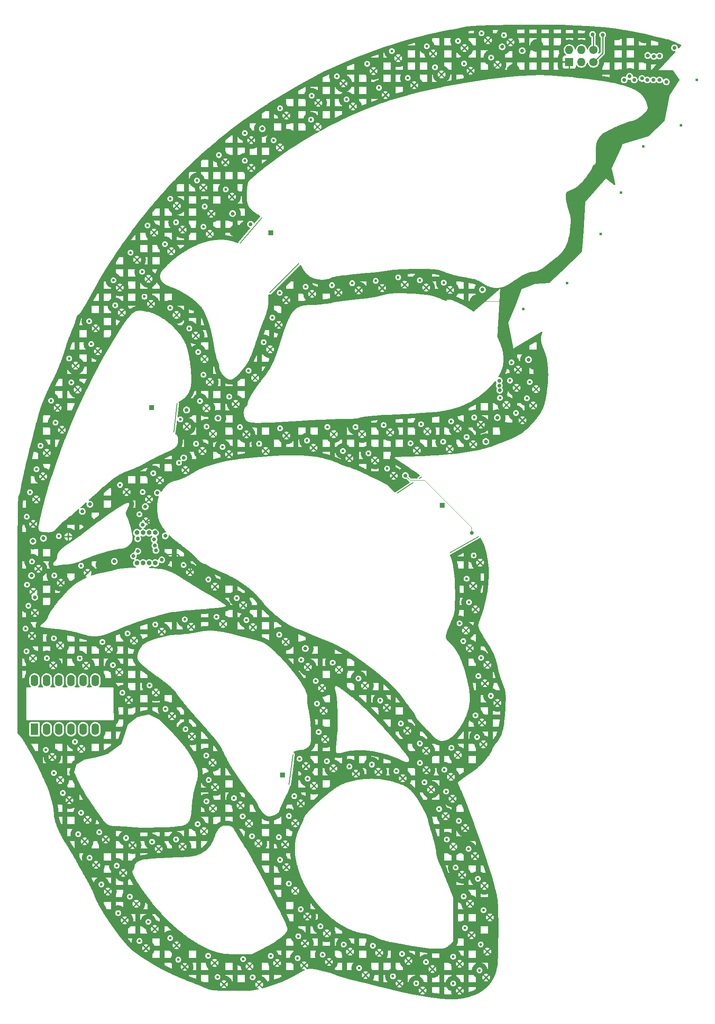
<source format=gbr>
%TF.GenerationSoftware,KiCad,Pcbnew,(6.99.0-3809-g2741d0eb4b)*%
%TF.CreationDate,2022-10-22T00:25:52-04:00*%
%TF.ProjectId,StarboardWing,53746172-626f-4617-9264-57696e672e6b,rev?*%
%TF.SameCoordinates,Original*%
%TF.FileFunction,Copper,L2,Inr*%
%TF.FilePolarity,Positive*%
%FSLAX46Y46*%
G04 Gerber Fmt 4.6, Leading zero omitted, Abs format (unit mm)*
G04 Created by KiCad (PCBNEW (6.99.0-3809-g2741d0eb4b)) date 2022-10-22 00:25:52*
%MOMM*%
%LPD*%
G01*
G04 APERTURE LIST*
%TA.AperFunction,NonConductor*%
%ADD10C,0.200000*%
%TD*%
%TA.AperFunction,ComponentPad*%
%ADD11C,0.600000*%
%TD*%
%TA.AperFunction,ComponentPad*%
%ADD12R,0.500000X0.500000*%
%TD*%
%TA.AperFunction,ComponentPad*%
%ADD13R,1.000000X1.000000*%
%TD*%
%TA.AperFunction,ComponentPad*%
%ADD14O,1.000000X1.000000*%
%TD*%
%TA.AperFunction,ComponentPad*%
%ADD15O,1.727200X1.727200*%
%TD*%
%TA.AperFunction,ComponentPad*%
%ADD16R,1.727200X1.727200*%
%TD*%
%TA.AperFunction,ComponentPad*%
%ADD17C,1.727200*%
%TD*%
%TA.AperFunction,ComponentPad*%
%ADD18R,1.600000X2.400000*%
%TD*%
%TA.AperFunction,ComponentPad*%
%ADD19O,1.600000X2.400000*%
%TD*%
%TA.AperFunction,ViaPad*%
%ADD20C,0.800000*%
%TD*%
%TA.AperFunction,Conductor*%
%ADD21C,0.250000*%
%TD*%
%TA.AperFunction,Conductor*%
%ADD22C,0.100000*%
%TD*%
G04 APERTURE END LIST*
D10*
X222100000Y-55500000D02*
X228200000Y-49400000D01*
X253300000Y-94300000D02*
X253800000Y-94000000D01*
X226100000Y-158200000D02*
X226900000Y-151900000D01*
X215900000Y-45100000D02*
X220400000Y-39900000D01*
X248700000Y-97400000D02*
X252000000Y-95200000D01*
X259700000Y-109800000D02*
X265700000Y-106400000D01*
X202700000Y-78600000D02*
X202000000Y-84600000D01*
D11*
%TO.N,/GND*%
%TO.C,D136*%
X204750000Y-83450000D03*
%TO.N,/5V*%
X203400000Y-81950000D03*
%TD*%
%TO.N,/GND*%
%TO.C,D150*%
X181950000Y-75750000D03*
%TO.N,/5V*%
X180600000Y-74250000D03*
%TD*%
D12*
%TO.N,Net-(U2-CH5)*%
%TO.C,J17*%
X284199999Y-53499999D03*
%TD*%
D11*
%TO.N,/GND*%
%TO.C,D23*%
X184008893Y-165576393D03*
%TO.N,/5V*%
X182658893Y-164076393D03*
%TD*%
%TO.N,/GND*%
%TO.C,D9*%
X188450000Y-129950000D03*
%TO.N,/5V*%
X187100000Y-128450000D03*
%TD*%
%TO.N,/GND*%
%TO.C,D134*%
X216508893Y-120776393D03*
%TO.N,/5V*%
X215158893Y-119276393D03*
%TD*%
%TO.N,/GND*%
%TO.C,D81*%
X225550000Y-175450000D03*
%TO.N,/5V*%
X224200000Y-173950000D03*
%TD*%
%TO.N,/GND*%
%TO.C,D7*%
X176850000Y-133350000D03*
%TO.N,/5V*%
X175500000Y-131850000D03*
%TD*%
%TO.N,/GND*%
%TO.C,D158*%
X196750000Y-52650000D03*
%TO.N,/5V*%
X195400000Y-51150000D03*
%TD*%
%TO.N,/GND*%
%TO.C,D36*%
X202608893Y-191776393D03*
%TO.N,/5V*%
X201258893Y-190276393D03*
%TD*%
%TO.N,/GND*%
%TO.C,D248*%
X271508893Y-78976393D03*
%TO.N,/5V*%
X270158893Y-77476393D03*
%TD*%
D13*
%TO.N,Net-(U2-CH3)*%
%TO.C,J2*%
X258099999Y-99899999D03*
%TD*%
D11*
%TO.N,/GND*%
%TO.C,D55*%
X261750000Y-195650000D03*
%TO.N,/5V*%
X260400000Y-194150000D03*
%TD*%
%TO.N,/GND*%
%TO.C,D141*%
X209550000Y-74150000D03*
%TO.N,/5V*%
X208200000Y-72650000D03*
%TD*%
%TO.N,/GND*%
%TO.C,D222*%
X254750000Y-54450000D03*
%TO.N,/5V*%
X253400000Y-52950000D03*
%TD*%
%TO.N,/GND*%
%TO.C,D146*%
X191150000Y-59650000D03*
%TO.N,/5V*%
X189800000Y-58150000D03*
%TD*%
%TO.N,/GND*%
%TO.C,D186*%
X269650000Y-7950000D03*
%TO.N,/5V*%
X268300000Y-6450000D03*
%TD*%
%TO.N,/GND*%
%TO.C,D164*%
X209850000Y-39050000D03*
%TO.N,/5V*%
X208500000Y-37550000D03*
%TD*%
%TO.N,/GND*%
%TO.C,D64*%
X260408893Y-171176393D03*
%TO.N,/5V*%
X259058893Y-169676393D03*
%TD*%
%TO.N,/GND*%
%TO.C,D15*%
X210150000Y-153650000D03*
%TO.N,/5V*%
X208800000Y-152150000D03*
%TD*%
%TO.N,/GND*%
%TO.C,D31*%
X188250000Y-180550000D03*
%TO.N,/5V*%
X186900000Y-179050000D03*
%TD*%
%TO.N,/GND*%
%TO.C,D167*%
X214208893Y-35476393D03*
%TO.N,/5V*%
X212858893Y-33976393D03*
%TD*%
%TO.N,/GND*%
%TO.C,D50*%
X249150000Y-199750000D03*
%TO.N,/5V*%
X247800000Y-198250000D03*
%TD*%
%TO.N,/GND*%
%TO.C,D58*%
X264208893Y-189676393D03*
%TO.N,/5V*%
X262858893Y-188176393D03*
%TD*%
%TO.N,/GND*%
%TO.C,D51*%
X251050000Y-195050000D03*
%TO.N,/5V*%
X249700000Y-193550000D03*
%TD*%
%TO.N,/GND*%
%TO.C,D67*%
X260250000Y-161150000D03*
%TO.N,/5V*%
X258900000Y-159650000D03*
%TD*%
%TO.N,/GND*%
%TO.C,D71*%
X249850000Y-156900000D03*
%TO.N,/5V*%
X248500000Y-155400000D03*
%TD*%
%TO.N,/GND*%
%TO.C,D165*%
X202650000Y-37400000D03*
%TO.N,/5V*%
X201300000Y-35900000D03*
%TD*%
%TO.N,/GND*%
%TO.C,D84*%
X219700000Y-170500000D03*
%TO.N,/5V*%
X218350000Y-169000000D03*
%TD*%
%TO.N,/GND*%
%TO.C,D101*%
X254750000Y-151150000D03*
%TO.N,/5V*%
X253400000Y-149650000D03*
%TD*%
%TO.N,/GND*%
%TO.C,D52*%
X254000000Y-201200000D03*
%TO.N,/5V*%
X252650000Y-199700000D03*
%TD*%
%TO.N,/GND*%
%TO.C,D46*%
X234450000Y-195250000D03*
%TO.N,/5V*%
X233100000Y-193750000D03*
%TD*%
%TO.N,/GND*%
%TO.C,D180*%
X252250000Y-12200000D03*
%TO.N,/5V*%
X250900000Y-10700000D03*
%TD*%
%TO.N,/GND*%
%TO.C,D247*%
X266150000Y-83076393D03*
%TO.N,/5V*%
X264800000Y-81576393D03*
%TD*%
D12*
%TO.N,Net-(U2-CH9)*%
%TO.C,J11*%
X311299999Y-11099999D03*
%TD*%
D11*
%TO.N,/GND*%
%TO.C,D100*%
X250808893Y-146976393D03*
%TO.N,/5V*%
X249458893Y-145476393D03*
%TD*%
%TO.N,/GND*%
%TO.C,D60*%
X263908893Y-183076393D03*
%TO.N,/5V*%
X262558893Y-181576393D03*
%TD*%
%TO.N,/GND*%
%TO.C,D12*%
X198300000Y-139000000D03*
%TO.N,/5V*%
X196950000Y-137500000D03*
%TD*%
%TO.N,/GND*%
%TO.C,D109*%
X263050000Y-126050000D03*
%TO.N,/5V*%
X261700000Y-124550000D03*
%TD*%
%TO.N,/GND*%
%TO.C,D223*%
X250250000Y-53850000D03*
%TO.N,/5V*%
X248900000Y-52350000D03*
%TD*%
%TO.N,/GND*%
%TO.C,D221*%
X259750000Y-54950000D03*
%TO.N,/5V*%
X258400000Y-53450000D03*
%TD*%
%TO.N,/GND*%
%TO.C,D94*%
X233008893Y-138076393D03*
%TO.N,/5V*%
X231658893Y-136576393D03*
%TD*%
%TO.N,/GND*%
%TO.C,D57*%
X267508893Y-193076393D03*
%TO.N,/5V*%
X266158893Y-191576393D03*
%TD*%
%TO.N,/GND*%
%TO.C,D156*%
X172650000Y-103800000D03*
%TO.N,/5V*%
X171300000Y-102300000D03*
%TD*%
%TO.N,/GND*%
%TO.C,D11*%
X192650000Y-140550000D03*
%TO.N,/5V*%
X191300000Y-139050000D03*
%TD*%
%TO.N,/GND*%
%TO.C,D62*%
X262250000Y-177050000D03*
%TO.N,/5V*%
X260900000Y-175550000D03*
%TD*%
%TO.N,/GND*%
%TO.C,D106*%
X267008893Y-137076393D03*
%TO.N,/5V*%
X265658893Y-135576393D03*
%TD*%
%TO.N,/GND*%
%TO.C,D122*%
X213550000Y-89250000D03*
%TO.N,/5V*%
X212200000Y-87750000D03*
%TD*%
%TO.N,/GND*%
%TO.C,D184*%
X262750000Y-4450000D03*
%TO.N,/5V*%
X261400000Y-2950000D03*
%TD*%
%TO.N,/GND*%
%TO.C,D172*%
X225550000Y-18550000D03*
%TO.N,/5V*%
X224200000Y-17050000D03*
%TD*%
%TO.N,/GND*%
%TO.C,D22*%
X187808893Y-169676393D03*
%TO.N,/5V*%
X186458893Y-168176393D03*
%TD*%
%TO.N,/GND*%
%TO.C,D155*%
X173308893Y-98676393D03*
%TO.N,/5V*%
X171958893Y-97176393D03*
%TD*%
%TO.N,/GND*%
%TO.C,D129*%
X179989949Y-106470711D03*
%TO.N,/5V*%
X177974695Y-106364645D03*
%TD*%
%TO.N,/GND*%
%TO.C,D32*%
X194200000Y-183100000D03*
%TO.N,/5V*%
X192850000Y-181600000D03*
%TD*%
%TO.N,/GND*%
%TO.C,D79*%
X227400000Y-166300000D03*
%TO.N,/5V*%
X226050000Y-164800000D03*
%TD*%
%TO.N,/GND*%
%TO.C,D144*%
X202608893Y-60176393D03*
%TO.N,/5V*%
X201258893Y-58676393D03*
%TD*%
%TO.N,/GND*%
%TO.C,D34*%
X198050000Y-188350000D03*
%TO.N,/5V*%
X196700000Y-186850000D03*
%TD*%
%TO.N,/GND*%
%TO.C,D29*%
X185800000Y-175000000D03*
%TO.N,/5V*%
X184450000Y-173500000D03*
%TD*%
%TO.N,/GND*%
%TO.C,D47*%
X238850000Y-193100000D03*
%TO.N,/5V*%
X237500000Y-191600000D03*
%TD*%
%TO.N,/GND*%
%TO.C,D85*%
X217750000Y-166350000D03*
%TO.N,/5V*%
X216400000Y-164850000D03*
%TD*%
%TO.N,/GND*%
%TO.C,D8*%
X183708893Y-133376393D03*
%TO.N,/5V*%
X182358893Y-131876393D03*
%TD*%
%TO.N,/GND*%
%TO.C,D107*%
X267550000Y-133250000D03*
%TO.N,/5V*%
X266200000Y-131750000D03*
%TD*%
%TO.N,/GND*%
%TO.C,D145*%
X197250000Y-57850000D03*
%TO.N,/5V*%
X195900000Y-56350000D03*
%TD*%
%TO.N,/GND*%
%TO.C,D18*%
X208350000Y-167950000D03*
%TO.N,/5V*%
X207000000Y-166450000D03*
%TD*%
%TO.N,/GND*%
%TO.C,D133*%
X210608893Y-116876393D03*
%TO.N,/5V*%
X209258893Y-115376393D03*
%TD*%
%TO.N,/GND*%
%TO.C,D120*%
X221208893Y-88576393D03*
%TO.N,/5V*%
X219858893Y-87076393D03*
%TD*%
%TO.N,/GND*%
%TO.C,D187*%
X272350000Y-3250000D03*
%TO.N,/5V*%
X271000000Y-1750000D03*
%TD*%
%TO.N,/GND*%
%TO.C,D41*%
X219850000Y-199950000D03*
%TO.N,/5V*%
X218500000Y-198450000D03*
%TD*%
%TO.N,/GND*%
%TO.C,D35*%
X196208893Y-192376393D03*
%TO.N,/5V*%
X194858893Y-190876393D03*
%TD*%
%TO.N,/GND*%
%TO.C,D227*%
X230908893Y-55776393D03*
%TO.N,/5V*%
X229558893Y-54276393D03*
%TD*%
D12*
%TO.N,Net-(U2-CH7)*%
%TO.C,J15*%
X295399999Y-34599999D03*
%TD*%
D11*
%TO.N,/GND*%
%TO.C,D232*%
X225508893Y-57076393D03*
%TO.N,/5V*%
X224158893Y-55576393D03*
%TD*%
%TO.N,/GND*%
%TO.C,D89*%
X205650000Y-125250000D03*
%TO.N,/5V*%
X204300000Y-123750000D03*
%TD*%
%TO.N,/GND*%
%TO.C,D131*%
X184000000Y-114000000D03*
%TO.N,/5V*%
X182650000Y-112500000D03*
%TD*%
%TO.N,/GND*%
%TO.C,D68*%
X255750000Y-159250000D03*
%TO.N,/5V*%
X254400000Y-157750000D03*
%TD*%
%TO.N,/GND*%
%TO.C,D56*%
X267250000Y-198500000D03*
%TO.N,/5V*%
X265900000Y-197000000D03*
%TD*%
%TO.N,/GND*%
%TO.C,D90*%
X212308893Y-124676393D03*
%TO.N,/5V*%
X210958893Y-123176393D03*
%TD*%
%TO.N,/GND*%
%TO.C,D250*%
X277108893Y-79076393D03*
%TO.N,/5V*%
X275758893Y-77576393D03*
%TD*%
%TO.N,/GND*%
%TO.C,D86*%
X215950000Y-162550000D03*
%TO.N,/5V*%
X214600000Y-161050000D03*
%TD*%
%TO.N,/GND*%
%TO.C,D75*%
X231308893Y-158476393D03*
%TO.N,/5V*%
X229958893Y-156976393D03*
%TD*%
%TO.N,/GND*%
%TO.C,D13*%
X201650000Y-143950000D03*
%TO.N,/5V*%
X200300000Y-142450000D03*
%TD*%
%TO.N,/GND*%
%TO.C,D78*%
X228550000Y-162150000D03*
%TO.N,/5V*%
X227200000Y-160650000D03*
%TD*%
%TO.N,/GND*%
%TO.C,D3*%
X173008893Y-122376393D03*
%TO.N,/5V*%
X171658893Y-120876393D03*
%TD*%
%TO.N,/GND*%
%TO.C,D24*%
X180208893Y-161476393D03*
%TO.N,/5V*%
X178858893Y-159976393D03*
%TD*%
%TO.N,/GND*%
%TO.C,D98*%
X241950000Y-137550000D03*
%TO.N,/5V*%
X240600000Y-136050000D03*
%TD*%
%TO.N,/GND*%
%TO.C,D96*%
X233650000Y-148750000D03*
%TO.N,/5V*%
X232300000Y-147250000D03*
%TD*%
%TO.N,/GND*%
%TO.C,D49*%
X242100000Y-198000000D03*
%TO.N,/5V*%
X240750000Y-196500000D03*
%TD*%
%TO.N,/GND*%
%TO.C,D143*%
X206608893Y-64476393D03*
%TO.N,/5V*%
X205258893Y-62976393D03*
%TD*%
%TO.N,/GND*%
%TO.C,D181*%
X256200000Y-5600000D03*
%TO.N,/5V*%
X254850000Y-4100000D03*
%TD*%
%TO.N,/GND*%
%TO.C,D178*%
X246250000Y-14250000D03*
%TO.N,/5V*%
X244900000Y-12750000D03*
%TD*%
%TO.N,/GND*%
%TO.C,D14*%
X205808893Y-148176393D03*
%TO.N,/5V*%
X204458893Y-146676393D03*
%TD*%
%TO.N,/GND*%
%TO.C,D82*%
X227400000Y-180400000D03*
%TO.N,/5V*%
X226050000Y-178900000D03*
%TD*%
%TO.N,/GND*%
%TO.C,D175*%
X237450000Y-11850000D03*
%TO.N,/5V*%
X236100000Y-10350000D03*
%TD*%
%TO.N,/GND*%
%TO.C,D44*%
X229408893Y-191376393D03*
%TO.N,/5V*%
X228058893Y-189876393D03*
%TD*%
%TO.N,/GND*%
%TO.C,D226*%
X236408893Y-55476393D03*
%TO.N,/5V*%
X235058893Y-53976393D03*
%TD*%
%TO.N,/GND*%
%TO.C,D21*%
X193408893Y-170876393D03*
%TO.N,/5V*%
X192058893Y-169376393D03*
%TD*%
%TO.N,/GND*%
%TO.C,D123*%
X210208893Y-84976393D03*
%TO.N,/5V*%
X208858893Y-83476393D03*
%TD*%
%TO.N,/GND*%
%TO.C,D53*%
X256050000Y-196750000D03*
%TO.N,/5V*%
X254700000Y-195250000D03*
%TD*%
%TO.N,/GND*%
%TO.C,D40*%
X217850000Y-196150000D03*
%TO.N,/5V*%
X216500000Y-194650000D03*
%TD*%
%TO.N,/GND*%
%TO.C,D121*%
X217200000Y-85100000D03*
%TO.N,/5V*%
X215850000Y-83600000D03*
%TD*%
%TO.N,/GND*%
%TO.C,D33*%
X191750000Y-186550000D03*
%TO.N,/5V*%
X190400000Y-185050000D03*
%TD*%
%TO.N,/GND*%
%TO.C,D10*%
X190650000Y-134750000D03*
%TO.N,/5V*%
X189300000Y-133250000D03*
%TD*%
%TO.N,/GND*%
%TO.C,D153*%
X175508893Y-88976393D03*
%TO.N,/5V*%
X174158893Y-87476393D03*
%TD*%
%TO.N,/GND*%
%TO.C,D182*%
X257950000Y-9950000D03*
%TO.N,/5V*%
X256600000Y-8450000D03*
%TD*%
%TO.N,/GND*%
%TO.C,D54*%
X261750000Y-201250000D03*
%TO.N,/5V*%
X260400000Y-199750000D03*
%TD*%
%TO.N,/GND*%
%TO.C,D45*%
X234000000Y-189300000D03*
%TO.N,/5V*%
X232650000Y-187800000D03*
%TD*%
%TO.N,/GND*%
%TO.C,D2*%
X173750000Y-113150000D03*
%TO.N,/5V*%
X172400000Y-111650000D03*
%TD*%
%TO.N,/GND*%
%TO.C,D88*%
X199508893Y-126276393D03*
%TO.N,/5V*%
X198158893Y-124776393D03*
%TD*%
%TO.N,/GND*%
%TO.C,D162*%
X203850000Y-42350000D03*
%TO.N,/5V*%
X202500000Y-40850000D03*
%TD*%
%TO.N,/GND*%
%TO.C,D176*%
X239450000Y-16650000D03*
%TO.N,/5V*%
X238100000Y-15150000D03*
%TD*%
%TO.N,/GND*%
%TO.C,D72*%
X244750000Y-155550000D03*
%TO.N,/5V*%
X243400000Y-154050000D03*
%TD*%
%TO.N,/GND*%
%TO.C,D108*%
X263850000Y-129750000D03*
%TO.N,/5V*%
X262500000Y-128250000D03*
%TD*%
%TO.N,/GND*%
%TO.C,D103*%
X266700000Y-149800000D03*
%TO.N,/5V*%
X265350000Y-148300000D03*
%TD*%
%TO.N,/GND*%
%TO.C,D63*%
X264950000Y-173150000D03*
%TO.N,/5V*%
X263600000Y-171650000D03*
%TD*%
%TO.N,/GND*%
%TO.C,D95*%
X233300000Y-142800000D03*
%TO.N,/5V*%
X231950000Y-141300000D03*
%TD*%
%TO.N,/GND*%
%TO.C,D170*%
X218200000Y-23700000D03*
%TO.N,/5V*%
X216850000Y-22200000D03*
%TD*%
%TO.N,/GND*%
%TO.C,D132*%
X205408893Y-113876393D03*
%TO.N,/5V*%
X204058893Y-112376393D03*
%TD*%
%TO.N,/GND*%
%TO.C,D30*%
X191450000Y-176650000D03*
%TO.N,/5V*%
X190100000Y-175150000D03*
%TD*%
%TO.N,/GND*%
%TO.C,D16*%
X210650000Y-158750000D03*
%TO.N,/5V*%
X209300000Y-157250000D03*
%TD*%
%TO.N,/GND*%
%TO.C,D19*%
X203850000Y-171150000D03*
%TO.N,/5V*%
X202500000Y-169650000D03*
%TD*%
%TO.N,/GND*%
%TO.C,D239*%
X244050000Y-90550000D03*
%TO.N,/5V*%
X242700000Y-89050000D03*
%TD*%
%TO.N,/GND*%
%TO.C,D105*%
X269608893Y-141176393D03*
%TO.N,/5V*%
X268258893Y-139676393D03*
%TD*%
%TO.N,/GND*%
%TO.C,D111*%
X264550000Y-116750000D03*
%TO.N,/5V*%
X263200000Y-115250000D03*
%TD*%
%TO.N,/GND*%
%TO.C,D149*%
X181508893Y-70776393D03*
%TO.N,/5V*%
X180158893Y-69276393D03*
%TD*%
%TO.N,/GND*%
%TO.C,D174*%
X232200000Y-15900000D03*
%TO.N,/5V*%
X230850000Y-14400000D03*
%TD*%
%TO.N,/GND*%
%TO.C,D28*%
X183408893Y-170076393D03*
%TO.N,/5V*%
X182058893Y-168576393D03*
%TD*%
%TO.N,/GND*%
%TO.C,D42*%
X223608893Y-195476393D03*
%TO.N,/5V*%
X222258893Y-193976393D03*
%TD*%
%TO.N,/GND*%
%TO.C,D38*%
X210550000Y-195450000D03*
%TO.N,/5V*%
X209200000Y-193950000D03*
%TD*%
%TO.N,/GND*%
%TO.C,D48*%
X244950000Y-193350000D03*
%TO.N,/5V*%
X243600000Y-191850000D03*
%TD*%
%TO.N,/GND*%
%TO.C,D104*%
X266408893Y-145276393D03*
%TO.N,/5V*%
X265058893Y-143776393D03*
%TD*%
%TO.N,/GND*%
%TO.C,D87*%
X193708893Y-128176393D03*
%TO.N,/5V*%
X192358893Y-126676393D03*
%TD*%
%TO.N,/GND*%
%TO.C,D93*%
X230008893Y-133676393D03*
%TO.N,/5V*%
X228658893Y-132176393D03*
%TD*%
%TO.N,/GND*%
%TO.C,D154*%
X174708893Y-93876393D03*
%TO.N,/5V*%
X173358893Y-92376393D03*
%TD*%
%TO.N,/GND*%
%TO.C,D252*%
X273608893Y-75376393D03*
%TO.N,/5V*%
X272258893Y-73876393D03*
%TD*%
%TO.N,/GND*%
%TO.C,D147*%
X185708893Y-62976393D03*
%TO.N,/5V*%
X184358893Y-61476393D03*
%TD*%
%TO.N,/GND*%
%TO.C,D69*%
X259900000Y-156600000D03*
%TO.N,/5V*%
X258550000Y-155100000D03*
%TD*%
%TO.N,/GND*%
%TO.C,D39*%
X212500000Y-199900000D03*
%TO.N,/5V*%
X211150000Y-198400000D03*
%TD*%
%TO.N,/GND*%
%TO.C,D238*%
X241350000Y-85050000D03*
%TO.N,/5V*%
X240000000Y-83550000D03*
%TD*%
D13*
%TO.N,Net-(U2-CH2)*%
%TO.C,J10*%
X224699999Y-156199999D03*
%TD*%
D11*
%TO.N,/GND*%
%TO.C,D117*%
X247950000Y-93750000D03*
%TO.N,/5V*%
X246600000Y-92250000D03*
%TD*%
%TO.N,/GND*%
%TO.C,D243*%
X259650000Y-88150000D03*
%TO.N,/5V*%
X258300000Y-86650000D03*
%TD*%
%TO.N,/GND*%
%TO.C,D91*%
X218550000Y-125350000D03*
%TO.N,/5V*%
X217200000Y-123850000D03*
%TD*%
%TO.N,/GND*%
%TO.C,D148*%
X186150000Y-67750000D03*
%TO.N,/5V*%
X184800000Y-66250000D03*
%TD*%
%TO.N,/GND*%
%TO.C,D17*%
X210200000Y-163200000D03*
%TO.N,/5V*%
X208850000Y-161700000D03*
%TD*%
%TO.N,/GND*%
%TO.C,D25*%
X178308893Y-157276393D03*
%TO.N,/5V*%
X176958893Y-155776393D03*
%TD*%
%TO.N,/GND*%
%TO.C,D185*%
X267650000Y-2850000D03*
%TO.N,/5V*%
X266300000Y-1350000D03*
%TD*%
%TO.N,/GND*%
%TO.C,D92*%
X225400000Y-128400000D03*
%TO.N,/5V*%
X224050000Y-126900000D03*
%TD*%
%TO.N,/GND*%
%TO.C,D183*%
X264008893Y-9176393D03*
%TO.N,/5V*%
X262658893Y-7676393D03*
%TD*%
%TO.N,/GND*%
%TO.C,D177*%
X243750000Y-9250000D03*
%TO.N,/5V*%
X242400000Y-7750000D03*
%TD*%
%TO.N,/GND*%
%TO.C,D20*%
X198850000Y-171650000D03*
%TO.N,/5V*%
X197500000Y-170150000D03*
%TD*%
%TO.N,/GND*%
%TO.C,D142*%
X208450000Y-69400000D03*
%TO.N,/5V*%
X207100000Y-67900000D03*
%TD*%
D14*
%TO.N,*%
%TO.C,J1*%
X194329999Y-105629999D03*
X194329999Y-111979999D03*
X195599999Y-105629999D03*
X195599999Y-111979999D03*
X196869999Y-105629999D03*
X196869999Y-111979999D03*
X198139999Y-105629999D03*
X198139999Y-111979999D03*
%TD*%
D15*
%TO.N,/3V3*%
%TO.C,X1*%
X284619999Y-4849999D03*
D16*
%TO.N,/GND*%
X284619999Y-7389999D03*
D15*
%TO.N,/SDA*%
X287159999Y-4849999D03*
%TO.N,/SCL*%
X287159999Y-7389999D03*
D17*
%TO.N,/STBD_GP0*%
X289700000Y-4850000D03*
%TO.N,/STBD_GP1*%
X289700000Y-7390000D03*
%TD*%
D11*
%TO.N,/GND*%
%TO.C,D70*%
X254800000Y-155200000D03*
%TO.N,/5V*%
X253450000Y-153700000D03*
%TD*%
%TO.N,/GND*%
%TO.C,D163*%
X209550000Y-43250000D03*
%TO.N,/5V*%
X208200000Y-41750000D03*
%TD*%
%TO.N,/GND*%
%TO.C,D225*%
X240650000Y-55050000D03*
%TO.N,/5V*%
X239300000Y-53550000D03*
%TD*%
D12*
%TO.N,Net-(U2-CH11)*%
%TO.C,J13*%
X300099999Y-24999999D03*
%TD*%
D11*
%TO.N,/GND*%
%TO.C,D83*%
X229908893Y-185776393D03*
%TO.N,/5V*%
X228558893Y-184276393D03*
%TD*%
%TO.N,/GND*%
%TO.C,D112*%
X266008893Y-111876393D03*
%TO.N,/5V*%
X264658893Y-110376393D03*
%TD*%
%TO.N,/GND*%
%TO.C,D240*%
X247208893Y-84676393D03*
%TO.N,/5V*%
X245858893Y-83176393D03*
%TD*%
%TO.N,/GND*%
%TO.C,D244*%
X261308893Y-83876393D03*
%TO.N,/5V*%
X259958893Y-82376393D03*
%TD*%
%TO.N,/GND*%
%TO.C,D61*%
X266908893Y-179376393D03*
%TO.N,/5V*%
X265558893Y-177876393D03*
%TD*%
%TO.N,/GND*%
%TO.C,D241*%
X252808893Y-88476393D03*
%TO.N,/5V*%
X251458893Y-86976393D03*
%TD*%
%TO.N,/GND*%
%TO.C,D1*%
X172708893Y-117976393D03*
%TO.N,/5V*%
X171358893Y-116476393D03*
%TD*%
%TO.N,/GND*%
%TO.C,D126*%
X199100000Y-94700000D03*
%TO.N,/5V*%
X197750000Y-93200000D03*
%TD*%
%TO.N,/GND*%
%TO.C,D124*%
X208008893Y-88576393D03*
%TO.N,/5V*%
X206658893Y-87076393D03*
%TD*%
%TO.N,/GND*%
%TO.C,D27*%
X182708893Y-150776393D03*
%TO.N,/5V*%
X181358893Y-149276393D03*
%TD*%
D12*
%TO.N,Net-(U2-CH4)*%
%TO.C,J18*%
X274999999Y-58899999D03*
%TD*%
D11*
%TO.N,/GND*%
%TO.C,D161*%
X197908893Y-42976393D03*
%TO.N,/5V*%
X196558893Y-41476393D03*
%TD*%
%TO.N,/GND*%
%TO.C,D6*%
X178308893Y-129176393D03*
%TO.N,/5V*%
X176958893Y-127676393D03*
%TD*%
%TO.N,/GND*%
%TO.C,D118*%
X231200000Y-87900000D03*
%TO.N,/5V*%
X229850000Y-86400000D03*
%TD*%
%TO.N,/GND*%
%TO.C,D159*%
X194350000Y-48650000D03*
%TO.N,/5V*%
X193000000Y-47150000D03*
%TD*%
%TO.N,/GND*%
%TO.C,D224*%
X245550000Y-54550000D03*
%TO.N,/5V*%
X244200000Y-53050000D03*
%TD*%
%TO.N,/GND*%
%TO.C,D160*%
X201508893Y-46876393D03*
%TO.N,/5V*%
X200158893Y-45376393D03*
%TD*%
%TO.N,/GND*%
%TO.C,D80*%
X225300000Y-170700000D03*
%TO.N,/5V*%
X223950000Y-169200000D03*
%TD*%
%TO.N,/GND*%
%TO.C,D251*%
X277708893Y-75676393D03*
%TO.N,/5V*%
X276358893Y-74176393D03*
%TD*%
%TO.N,/GND*%
%TO.C,D65*%
X262900000Y-167300000D03*
%TO.N,/5V*%
X261550000Y-165800000D03*
%TD*%
%TO.N,/GND*%
%TO.C,D97*%
X236550000Y-134250000D03*
%TO.N,/5V*%
X235200000Y-132750000D03*
%TD*%
%TO.N,/GND*%
%TO.C,D135*%
X196208893Y-103276393D03*
%TO.N,/5V*%
X194858893Y-101776393D03*
%TD*%
%TO.N,/GND*%
%TO.C,D74*%
X235350000Y-154850000D03*
%TO.N,/5V*%
X234000000Y-153350000D03*
%TD*%
D13*
%TO.N,Net-(U2-CH0)*%
%TO.C,J8*%
X222299999Y-42999999D03*
%TD*%
D11*
%TO.N,/GND*%
%TO.C,D73*%
X240050000Y-155950000D03*
%TO.N,/5V*%
X238700000Y-154450000D03*
%TD*%
D18*
%TO.N,unconnected-(J14-Pin_1)*%
%TO.C,J14*%
X172939999Y-146659999D03*
D19*
%TO.N,unconnected-(J14-Pin_2)*%
X175479999Y-146659999D03*
%TO.N,unconnected-(J14-Pin_3)*%
X178019999Y-146659999D03*
%TO.N,unconnected-(J14-Pin_4)*%
X180559999Y-146659999D03*
%TO.N,unconnected-(J14-Pin_5)*%
X183099999Y-146659999D03*
%TO.N,unconnected-(J14-Pin_6)*%
X185639999Y-146659999D03*
%TO.N,unconnected-(J14-Pin_7)*%
X185639999Y-136499999D03*
%TO.N,unconnected-(J14-Pin_8)*%
X183099999Y-136499999D03*
%TO.N,unconnected-(J14-Pin_9)*%
X180559999Y-136499999D03*
%TO.N,unconnected-(J14-Pin_10)*%
X178019999Y-136499999D03*
%TO.N,unconnected-(J14-Pin_11)*%
X175479999Y-136499999D03*
%TO.N,unconnected-(J14-Pin_12)*%
X172939999Y-136499999D03*
%TD*%
D12*
%TO.N,Net-(U2-CH6)*%
%TO.C,J16*%
X291199999Y-43299999D03*
%TD*%
D11*
%TO.N,/GND*%
%TO.C,D179*%
X248908893Y-6576393D03*
%TO.N,/5V*%
X247558893Y-5076393D03*
%TD*%
%TO.N,/GND*%
%TO.C,D26*%
X176650000Y-152450000D03*
%TO.N,/5V*%
X175300000Y-150950000D03*
%TD*%
%TO.N,/GND*%
%TO.C,D102*%
X261350000Y-152050000D03*
%TO.N,/5V*%
X260000000Y-150550000D03*
%TD*%
%TO.N,/GND*%
%TO.C,D127*%
X196850000Y-98650000D03*
%TO.N,/5V*%
X195500000Y-97150000D03*
%TD*%
%TO.N,/GND*%
%TO.C,D166*%
X208208893Y-33576393D03*
%TO.N,/5V*%
X206858893Y-32076393D03*
%TD*%
%TO.N,/GND*%
%TO.C,D119*%
X225550000Y-85350000D03*
%TO.N,/5V*%
X224200000Y-83850000D03*
%TD*%
%TO.N,/GND*%
%TO.C,D253*%
X273908893Y-71576393D03*
%TO.N,/5V*%
X272558893Y-70076393D03*
%TD*%
%TO.N,/GND*%
%TO.C,D245*%
X264550000Y-87150000D03*
%TO.N,/5V*%
X263200000Y-85650000D03*
%TD*%
D13*
%TO.N,Net-(U2-CH1)*%
%TO.C,J9*%
X197399999Y-79499999D03*
%TD*%
D11*
%TO.N,/GND*%
%TO.C,D236*%
X235450000Y-85050000D03*
%TO.N,/5V*%
X234100000Y-83550000D03*
%TD*%
%TO.N,/GND*%
%TO.C,D4*%
X172408893Y-127176393D03*
%TO.N,/5V*%
X171058893Y-125676393D03*
%TD*%
%TO.N,/GND*%
%TO.C,D173*%
X232050000Y-20900000D03*
%TO.N,/5V*%
X230700000Y-19400000D03*
%TD*%
%TO.N,/GND*%
%TO.C,D66*%
X258800000Y-164800000D03*
%TO.N,/5V*%
X257450000Y-163300000D03*
%TD*%
%TO.N,/GND*%
%TO.C,D128*%
X192150000Y-97150000D03*
%TO.N,/5V*%
X190800000Y-95650000D03*
%TD*%
%TO.N,/GND*%
%TO.C,D234*%
X222150000Y-67350000D03*
%TO.N,/5V*%
X220800000Y-65850000D03*
%TD*%
%TO.N,/GND*%
%TO.C,D37*%
X204308893Y-196276393D03*
%TO.N,/5V*%
X202958893Y-194776393D03*
%TD*%
%TO.N,/GND*%
%TO.C,D125*%
X204450000Y-92550000D03*
%TO.N,/5V*%
X203100000Y-91050000D03*
%TD*%
%TO.N,/GND*%
%TO.C,D233*%
X223950000Y-62250000D03*
%TO.N,/5V*%
X222600000Y-60750000D03*
%TD*%
%TO.N,/GND*%
%TO.C,D242*%
X255008893Y-84476393D03*
%TO.N,/5V*%
X253658893Y-82976393D03*
%TD*%
%TO.N,/GND*%
%TO.C,D76*%
X229650000Y-154350000D03*
%TO.N,/5V*%
X228300000Y-152850000D03*
%TD*%
%TO.N,/GND*%
%TO.C,D5*%
X172608893Y-131876393D03*
%TO.N,/5V*%
X171258893Y-130376393D03*
%TD*%
%TO.N,/GND*%
%TO.C,D110*%
X265050000Y-121650000D03*
%TO.N,/5V*%
X263700000Y-120150000D03*
%TD*%
%TO.N,/GND*%
%TO.C,D157*%
X190750000Y-54450000D03*
%TO.N,/5V*%
X189400000Y-52950000D03*
%TD*%
%TO.N,/GND*%
%TO.C,D139*%
X208850000Y-79650000D03*
%TO.N,/5V*%
X207500000Y-78150000D03*
%TD*%
%TO.N,/GND*%
%TO.C,D237*%
X238708893Y-90076393D03*
%TO.N,/5V*%
X237358893Y-88576393D03*
%TD*%
%TO.N,/GND*%
%TO.C,D140*%
X214950000Y-78750000D03*
%TO.N,/5V*%
X213600000Y-77250000D03*
%TD*%
%TO.N,/GND*%
%TO.C,D152*%
X178650000Y-84150000D03*
%TO.N,/5V*%
X177300000Y-82650000D03*
%TD*%
%TO.N,/GND*%
%TO.C,D43*%
X229250000Y-195950000D03*
%TO.N,/5V*%
X227900000Y-194450000D03*
%TD*%
%TO.N,/GND*%
%TO.C,D99*%
X246508893Y-142176393D03*
%TO.N,/5V*%
X245158893Y-140676393D03*
%TD*%
%TO.N,/GND*%
%TO.C,D169*%
X218208893Y-29476393D03*
%TO.N,/5V*%
X216858893Y-27976393D03*
%TD*%
%TO.N,/GND*%
%TO.C,D171*%
X224200000Y-25200000D03*
%TO.N,/5V*%
X222850000Y-23700000D03*
%TD*%
%TO.N,/GND*%
%TO.C,D235*%
X219000000Y-73300000D03*
%TO.N,/5V*%
X217650000Y-71800000D03*
%TD*%
%TO.N,/GND*%
%TO.C,D249*%
X274850000Y-82150000D03*
%TO.N,/5V*%
X273500000Y-80650000D03*
%TD*%
%TO.N,/GND*%
%TO.C,D130*%
X178408893Y-116076393D03*
%TO.N,/5V*%
X177058893Y-114576393D03*
%TD*%
%TO.N,/GND*%
%TO.C,D151*%
X177750000Y-79550000D03*
%TO.N,/5V*%
X176400000Y-78050000D03*
%TD*%
D12*
%TO.N,Net-(U2-CH10)*%
%TO.C,J12*%
X307999999Y-20599999D03*
%TD*%
D11*
%TO.N,/GND*%
%TO.C,D168*%
X212800000Y-28300000D03*
%TO.N,/5V*%
X211450000Y-26800000D03*
%TD*%
%TO.N,/GND*%
%TO.C,D59*%
X268050000Y-185950000D03*
%TO.N,/5V*%
X266700000Y-184450000D03*
%TD*%
D20*
%TO.N,/5V*%
X267200000Y-86600000D03*
X220500000Y-21300000D03*
X276100000Y-69500000D03*
X182900000Y-101200000D03*
X269600000Y-81600000D03*
X214300000Y-39000000D03*
X274800000Y-5000000D03*
X189600000Y-111624500D03*
X174800000Y-106800000D03*
X229500000Y-129800000D03*
X218062904Y-41224500D03*
X194475000Y-106900000D03*
%TO.N,/GND*%
X277400000Y-70300000D03*
X217000000Y-41924000D03*
X278500000Y-72000000D03*
X206000000Y-57900000D03*
X225912299Y-22712299D03*
X260000000Y-127300000D03*
X271400000Y-83900000D03*
X234300000Y-129700000D03*
X261300000Y-80000000D03*
X203500000Y-56100000D03*
X277825000Y-3925000D03*
X265200000Y-57300000D03*
X263800000Y-135500000D03*
X187038477Y-112319944D03*
X300300000Y-2100000D03*
X215000000Y-42600000D03*
X294600000Y-1500000D03*
X264050000Y-109150000D03*
X170700000Y-108700000D03*
X194661114Y-108499424D03*
X272931161Y-9149500D03*
X207500000Y-59600000D03*
X300000000Y-6100000D03*
X184000000Y-103300000D03*
%TO.N,/STBD_LED_1*%
X172600000Y-107400000D03*
X197925999Y-107037049D03*
%TO.N,/STBD_LED_2*%
X198069581Y-108333681D03*
X184500000Y-99700000D03*
%TO.N,/SCL*%
X198599502Y-97300000D03*
X194463428Y-109491143D03*
%TO.N,/STBD_GP0*%
X289500000Y-1600000D03*
X198286339Y-109311339D03*
%TO.N,/SDA*%
X193587225Y-110485340D03*
X204100000Y-90000000D03*
X199500000Y-111300000D03*
%TO.N,/STBD_GP1*%
X196063472Y-100198835D03*
X291600000Y-1700000D03*
%TO.N,Net-(D2-DOUT)*%
X173000000Y-119100000D03*
X172300000Y-114600000D03*
%TO.N,Net-(D134-DOUT)*%
X200224500Y-106300000D03*
X195500000Y-103975500D03*
%TO.N,Net-(D187-DOUT)*%
X306600000Y-4400000D03*
X270600000Y-4200000D03*
%TO.N,Net-(U2-CH3)*%
X270110377Y-75893389D03*
X299800000Y-10800000D03*
%TO.N,Net-(U2-CH0)*%
X296100000Y-11100000D03*
X266505387Y-54899500D03*
%TO.N,Net-(U2-CH1)*%
X270000000Y-73900000D03*
X297235446Y-10359822D03*
X204700000Y-80000000D03*
X211245569Y-81720971D03*
%TO.N,Net-(U2-CH2)*%
X264300000Y-105700000D03*
X298200000Y-11100000D03*
X270000000Y-74900000D03*
X250400000Y-93700000D03*
%TO.N,Net-(U2-CH9)*%
X303500000Y-6100000D03*
%TO.N,Net-(U2-CH10)*%
X302300000Y-6200000D03*
%TO.N,Net-(U2-CH11)*%
X301000000Y-6000000D03*
%TO.N,Net-(U2-CH7)*%
X304900000Y-11500000D03*
%TO.N,Net-(U2-CH6)*%
X303500000Y-11100000D03*
%TO.N,Net-(U2-CH5)*%
X302200000Y-11100000D03*
%TO.N,Net-(U2-CH4)*%
X300900000Y-11100000D03*
%TD*%
D21*
%TO.N,/GND*%
X187819944Y-112319944D02*
X188300000Y-112800000D01*
X199400000Y-110100000D02*
X199400000Y-105723273D01*
X205408893Y-112842509D02*
X205408893Y-113876393D01*
X202766384Y-110200000D02*
X205408893Y-112842509D01*
D22*
X270000000Y-57300000D02*
X270900000Y-56400000D01*
D21*
X195199424Y-108499424D02*
X196900000Y-110200000D01*
X196900000Y-110200000D02*
X199300000Y-110200000D01*
X193800000Y-109200000D02*
X193800000Y-108600000D01*
X190200000Y-112800000D02*
X193800000Y-109200000D01*
X199400000Y-105723273D02*
X196953120Y-103276393D01*
X193900576Y-108499424D02*
X194661114Y-108499424D01*
X199300000Y-110200000D02*
X202766384Y-110200000D01*
X196953120Y-103276393D02*
X196208893Y-103276393D01*
X193800000Y-108600000D02*
X193900576Y-108499424D01*
D22*
X265200000Y-57300000D02*
X270000000Y-57300000D01*
D21*
X199300000Y-110200000D02*
X199400000Y-110100000D01*
X188300000Y-112800000D02*
X190200000Y-112800000D01*
X187038477Y-112319944D02*
X187819944Y-112319944D01*
X194661114Y-108499424D02*
X195199424Y-108499424D01*
%TO.N,/STBD_GP0*%
X289700000Y-1800000D02*
X289500000Y-1600000D01*
X289700000Y-4850000D02*
X289700000Y-1800000D01*
%TO.N,/STBD_GP1*%
X291600000Y-1700000D02*
X291600000Y-5490000D01*
X291600000Y-5490000D02*
X289700000Y-7390000D01*
D22*
%TO.N,Net-(U2-CH2)*%
X254400000Y-94700000D02*
X264200000Y-104500000D01*
X251400000Y-94700000D02*
X254400000Y-94700000D01*
X264200000Y-105700000D02*
X264300000Y-105700000D01*
X264200000Y-104500000D02*
X264200000Y-105700000D01*
X250400000Y-93700000D02*
X251400000Y-94700000D01*
%TD*%
%TA.AperFunction,Conductor*%
%TO.N,/GND*%
G36*
X305647787Y-9088558D02*
G01*
X306235806Y-9098874D01*
X306303566Y-9120068D01*
X306336819Y-9152599D01*
X307651017Y-11030025D01*
X307673696Y-11097302D01*
X307653136Y-11171412D01*
X305600000Y-14300000D01*
X305077319Y-17070207D01*
X304607404Y-19560758D01*
X304571345Y-19627812D01*
X301222243Y-22878411D01*
X301170282Y-22908805D01*
X295817370Y-24494853D01*
X295817369Y-24494854D01*
X295800000Y-24500000D01*
X295796133Y-24508576D01*
X295796132Y-24508576D01*
X295406149Y-25373321D01*
X293500000Y-29600000D01*
X294033635Y-32001359D01*
X294226111Y-32867500D01*
X294221362Y-32938337D01*
X294179070Y-32995363D01*
X294112661Y-33020471D01*
X294043220Y-33005689D01*
X294027511Y-32995633D01*
X292815636Y-32086727D01*
X292300000Y-31700000D01*
X288000000Y-36600000D01*
X287600000Y-42700000D01*
X287310022Y-46856356D01*
X287303393Y-46951370D01*
X287278699Y-47017934D01*
X287264766Y-47033679D01*
X282976241Y-51133005D01*
X280533055Y-53468403D01*
X280469991Y-53501014D01*
X280454374Y-53503042D01*
X277500000Y-53700000D01*
X277490963Y-53703550D01*
X277490960Y-53703551D01*
X274716861Y-54793376D01*
X274700000Y-54800000D01*
X274696583Y-54809112D01*
X273500881Y-57997651D01*
X273499032Y-58002299D01*
X271900000Y-61800000D01*
X271903875Y-61818729D01*
X272499763Y-64698853D01*
X272500212Y-64701129D01*
X273400000Y-69500000D01*
X270897983Y-69374899D01*
X270890590Y-69120296D01*
X270890591Y-69120052D01*
X270891302Y-69115246D01*
X270890165Y-69100594D01*
X270889842Y-69094528D01*
X270889621Y-69086911D01*
X270889620Y-69086906D01*
X270889415Y-69079838D01*
X270888198Y-69075139D01*
X270888169Y-69074878D01*
X270865328Y-68780587D01*
X270865323Y-68780477D01*
X270865791Y-68775847D01*
X270863935Y-68760914D01*
X270863354Y-68755150D01*
X270862734Y-68747169D01*
X270862187Y-68740120D01*
X270860803Y-68735674D01*
X270860784Y-68735553D01*
X270823542Y-68435894D01*
X270824852Y-68435731D01*
X270823802Y-68431474D01*
X270823796Y-68431475D01*
X270823782Y-68431391D01*
X270823780Y-68431384D01*
X270821217Y-68416211D01*
X270820424Y-68410805D01*
X270818516Y-68395449D01*
X270818515Y-68395445D01*
X270818951Y-68395391D01*
X270819173Y-68390924D01*
X270817007Y-68391290D01*
X270765411Y-68085864D01*
X270767115Y-68085576D01*
X270765791Y-68081639D01*
X270765478Y-68081705D01*
X270764910Y-68079021D01*
X270762191Y-68066165D01*
X270761223Y-68061074D01*
X270759757Y-68052393D01*
X270759755Y-68052387D01*
X270759156Y-68048839D01*
X270759156Y-68048834D01*
X270758578Y-68045414D01*
X270759177Y-68045313D01*
X270759202Y-68041105D01*
X270756990Y-68041573D01*
X270691089Y-67729991D01*
X270693053Y-67729576D01*
X270691578Y-67725958D01*
X270691001Y-67726103D01*
X270689971Y-67722015D01*
X270687015Y-67710280D01*
X270685926Y-67705577D01*
X270684011Y-67696526D01*
X270682546Y-67689598D01*
X270683309Y-67689437D01*
X270683171Y-67685494D01*
X270680913Y-67686063D01*
X270600741Y-67367840D01*
X270602860Y-67367306D01*
X270601326Y-67364003D01*
X270600532Y-67364233D01*
X270599031Y-67359059D01*
X270599028Y-67359053D01*
X270598561Y-67357442D01*
X270598559Y-67357432D01*
X270595856Y-67348119D01*
X270594682Y-67343789D01*
X270590586Y-67327532D01*
X270591513Y-67327298D01*
X270591245Y-67323644D01*
X270588946Y-67324311D01*
X270494525Y-66998943D01*
X270496492Y-66998372D01*
X270495037Y-66995354D01*
X270494222Y-66995620D01*
X270492242Y-66989551D01*
X270492242Y-66989550D01*
X270488872Y-66979222D01*
X270487666Y-66975307D01*
X270482863Y-66958759D01*
X270482862Y-66958756D01*
X270483947Y-66958441D01*
X270483579Y-66955078D01*
X270481243Y-66955840D01*
X270372148Y-66621484D01*
X270372142Y-66621464D01*
X270371535Y-66617009D01*
X270366140Y-66602668D01*
X270364285Y-66597385D01*
X270361720Y-66589523D01*
X270361718Y-66589518D01*
X270359526Y-66582801D01*
X270357214Y-66578941D01*
X270357201Y-66578911D01*
X270336665Y-66524329D01*
X270082052Y-65847592D01*
X270081923Y-65847215D01*
X270080983Y-65842229D01*
X270075290Y-65829156D01*
X270072881Y-65823218D01*
X270070331Y-65816441D01*
X270067841Y-65809822D01*
X270065042Y-65805589D01*
X270064858Y-65805199D01*
X269739597Y-65058280D01*
X269744102Y-65056318D01*
X269742175Y-65053037D01*
X269739597Y-65054278D01*
X269728259Y-65030734D01*
X269730337Y-65029733D01*
X269728578Y-65027315D01*
X269727515Y-65027866D01*
X269722179Y-65017566D01*
X269718536Y-65009914D01*
X269716733Y-65005774D01*
X269716730Y-65005769D01*
X269715730Y-65003471D01*
X269715728Y-65003465D01*
X269713906Y-64999282D01*
X269714639Y-64998963D01*
X269713718Y-64995157D01*
X269711613Y-64996171D01*
X269699885Y-64971817D01*
X269702599Y-64970510D01*
X269701502Y-64967823D01*
X269697486Y-64969904D01*
X269659178Y-64895960D01*
X269645245Y-64831096D01*
X269810558Y-61818729D01*
X270201876Y-54688038D01*
X270213838Y-54470073D01*
X270245040Y-54457393D01*
X270244871Y-54456654D01*
X270253158Y-54454757D01*
X270255600Y-54454199D01*
X270264367Y-54452518D01*
X270268255Y-54451914D01*
X270268259Y-54451913D01*
X270275252Y-54450827D01*
X270281502Y-54448342D01*
X270284711Y-54447537D01*
X270541955Y-54388670D01*
X270545070Y-54388025D01*
X270551742Y-54387551D01*
X270562328Y-54384329D01*
X270570899Y-54382048D01*
X270574822Y-54381150D01*
X270574830Y-54381147D01*
X270581727Y-54379569D01*
X270587754Y-54376662D01*
X270590812Y-54375661D01*
X270655056Y-54356110D01*
X270846200Y-54297941D01*
X270849072Y-54297133D01*
X270855650Y-54296201D01*
X270862260Y-54293673D01*
X270862262Y-54293673D01*
X270863663Y-54293137D01*
X270866107Y-54292203D01*
X270874394Y-54289361D01*
X270885130Y-54286094D01*
X270890893Y-54282795D01*
X270893715Y-54281647D01*
X271099862Y-54202827D01*
X271146699Y-54184919D01*
X271149370Y-54183964D01*
X271155795Y-54182596D01*
X271162207Y-54179623D01*
X271162214Y-54179621D01*
X271166079Y-54177829D01*
X271174072Y-54174453D01*
X271178054Y-54172930D01*
X271184666Y-54170402D01*
X271190128Y-54166747D01*
X271192691Y-54165491D01*
X271427885Y-54056457D01*
X271447916Y-54049612D01*
X271450122Y-54048550D01*
X271463960Y-54045391D01*
X271473106Y-54038097D01*
X271484144Y-54034235D01*
X271494185Y-54024194D01*
X271495439Y-54023406D01*
X271503435Y-54018782D01*
X271652891Y-53939519D01*
X271653955Y-53941526D01*
X271656320Y-53939672D01*
X271655744Y-53938658D01*
X271662405Y-53934871D01*
X271671190Y-53929876D01*
X271674427Y-53928098D01*
X271687898Y-53920953D01*
X271690166Y-53919750D01*
X271690804Y-53920953D01*
X271693688Y-53920016D01*
X271692428Y-53917799D01*
X271884593Y-53808531D01*
X271885806Y-53810665D01*
X271887542Y-53809234D01*
X271886709Y-53807842D01*
X271903014Y-53798091D01*
X271905401Y-53796699D01*
X271919115Y-53788901D01*
X271921930Y-53787300D01*
X271922840Y-53788901D01*
X271924975Y-53788137D01*
X271923574Y-53785795D01*
X272132832Y-53660646D01*
X272134131Y-53662817D01*
X272135559Y-53661597D01*
X272134588Y-53660039D01*
X272134589Y-53660039D01*
X272151298Y-53649626D01*
X272153169Y-53648484D01*
X272170015Y-53638409D01*
X272170016Y-53638408D01*
X272171086Y-53640197D01*
X272172848Y-53639522D01*
X272171355Y-53637126D01*
X272390435Y-53500597D01*
X272391793Y-53502776D01*
X272393088Y-53501630D01*
X272392041Y-53500011D01*
X272408740Y-53489211D01*
X272410522Y-53488080D01*
X272427331Y-53477604D01*
X272428480Y-53479448D01*
X272430090Y-53478798D01*
X272428541Y-53476403D01*
X272650007Y-53333161D01*
X272651380Y-53335284D01*
X272652661Y-53334118D01*
X272651607Y-53332547D01*
X272651608Y-53332546D01*
X272651609Y-53332546D01*
X272668088Y-53321487D01*
X272669767Y-53320380D01*
X272686500Y-53309558D01*
X272686501Y-53309557D01*
X272687677Y-53311375D01*
X272689290Y-53310692D01*
X272687701Y-53308325D01*
X272904080Y-53163116D01*
X272905502Y-53165234D01*
X272906889Y-53163912D01*
X272905835Y-53162404D01*
X272921848Y-53151219D01*
X272923758Y-53149911D01*
X272940023Y-53138995D01*
X272941166Y-53140699D01*
X272942927Y-53139918D01*
X272941321Y-53137618D01*
X273145237Y-52995184D01*
X273146574Y-52997099D01*
X273148221Y-52995493D01*
X273147332Y-52994279D01*
X273162610Y-52983088D01*
X273164873Y-52981469D01*
X273180402Y-52970621D01*
X273181436Y-52972101D01*
X273183542Y-52971119D01*
X273181938Y-52968929D01*
X273348521Y-52846900D01*
X273351344Y-52850753D01*
X273354329Y-52847965D01*
X273352716Y-52845943D01*
X273382992Y-52821799D01*
X273387305Y-52818509D01*
X273626442Y-52644101D01*
X273629550Y-52641905D01*
X273877712Y-52472153D01*
X273880740Y-52470145D01*
X274134675Y-52306986D01*
X274137659Y-52305127D01*
X274139723Y-52303881D01*
X274395565Y-52149411D01*
X274398503Y-52147691D01*
X274417562Y-52136886D01*
X274658634Y-52000216D01*
X274661625Y-51998575D01*
X274922087Y-51860208D01*
X274925209Y-51858604D01*
X275184255Y-51730110D01*
X275187527Y-51728546D01*
X275383980Y-51638049D01*
X275443229Y-51610756D01*
X275446693Y-51609223D01*
X275614493Y-51538012D01*
X275697317Y-51502863D01*
X275701118Y-51501323D01*
X275944557Y-51407240D01*
X275948777Y-51405695D01*
X276183094Y-51324616D01*
X276187878Y-51323067D01*
X276410982Y-51255708D01*
X276416532Y-51254170D01*
X276626051Y-51201227D01*
X276632641Y-51199748D01*
X276826081Y-51161763D01*
X276834098Y-51160456D01*
X276923561Y-51148813D01*
X277008529Y-51137754D01*
X277018516Y-51136858D01*
X277178937Y-51128876D01*
X277185199Y-51128720D01*
X277199672Y-51128720D01*
X277203996Y-51127733D01*
X277203998Y-51127733D01*
X277298132Y-51123610D01*
X277302531Y-51123494D01*
X277303452Y-51123486D01*
X277310487Y-51124216D01*
X277320411Y-51123009D01*
X277330094Y-51122210D01*
X277332977Y-51122084D01*
X277332980Y-51122084D01*
X277340047Y-51121774D01*
X277346869Y-51119900D01*
X277347744Y-51119762D01*
X277352100Y-51119155D01*
X277392059Y-51114295D01*
X277451584Y-51107055D01*
X277454655Y-51106747D01*
X277461309Y-51106969D01*
X277468257Y-51105625D01*
X277468262Y-51105625D01*
X277472268Y-51104850D01*
X277480975Y-51103480D01*
X277492053Y-51102133D01*
X277498314Y-51099879D01*
X277501343Y-51099227D01*
X277530669Y-51093556D01*
X277607693Y-51078662D01*
X277609478Y-51078362D01*
X277615609Y-51078178D01*
X277622459Y-51076397D01*
X277622461Y-51076397D01*
X277627462Y-51075097D01*
X277635242Y-51073335D01*
X277640321Y-51072353D01*
X277640325Y-51072352D01*
X277647268Y-51071009D01*
X277652874Y-51068536D01*
X277654640Y-51068031D01*
X277766661Y-51038908D01*
X277767674Y-51038674D01*
X277773283Y-51038183D01*
X277780019Y-51036013D01*
X277785874Y-51034127D01*
X277792799Y-51032113D01*
X277798758Y-51030564D01*
X277798766Y-51030561D01*
X277805612Y-51028781D01*
X277810611Y-51026186D01*
X277811586Y-51025842D01*
X277928617Y-50988137D01*
X277929124Y-50987990D01*
X277934252Y-50987271D01*
X277947426Y-50982257D01*
X277953610Y-50980085D01*
X277960290Y-50977933D01*
X277960295Y-50977931D01*
X277967026Y-50975762D01*
X277971476Y-50973118D01*
X277971940Y-50972925D01*
X278093589Y-50926621D01*
X278093755Y-50926564D01*
X278098435Y-50925680D01*
X278104917Y-50922855D01*
X278104919Y-50922854D01*
X278112070Y-50919737D01*
X278117589Y-50917486D01*
X278124846Y-50914723D01*
X278124847Y-50914723D01*
X278131472Y-50912201D01*
X278135432Y-50909560D01*
X278135575Y-50909492D01*
X278229985Y-50868344D01*
X278261491Y-50854612D01*
X278262081Y-50855966D01*
X278265797Y-50853708D01*
X278265752Y-50853615D01*
X278266756Y-50853125D01*
X278266762Y-50853121D01*
X278272106Y-50850512D01*
X278272114Y-50850509D01*
X278279709Y-50846800D01*
X278284650Y-50844518D01*
X278292403Y-50841139D01*
X278292405Y-50841138D01*
X278296444Y-50839378D01*
X278296446Y-50839377D01*
X278298893Y-50838310D01*
X278299080Y-50838739D01*
X278303386Y-50837696D01*
X278302417Y-50835711D01*
X278432232Y-50772323D01*
X278433113Y-50774127D01*
X278436359Y-50771725D01*
X278436105Y-50771253D01*
X278439384Y-50769488D01*
X278439386Y-50769487D01*
X278447716Y-50765002D01*
X278450302Y-50763610D01*
X278454743Y-50761331D01*
X278462864Y-50757366D01*
X278462868Y-50757363D01*
X278469224Y-50754260D01*
X278469532Y-50754890D01*
X278473437Y-50753763D01*
X278472348Y-50751741D01*
X278605861Y-50679864D01*
X278606821Y-50681647D01*
X278609733Y-50679348D01*
X278609383Y-50678752D01*
X278613679Y-50676233D01*
X278623728Y-50670341D01*
X278627731Y-50668091D01*
X278636155Y-50663556D01*
X278636158Y-50663554D01*
X278637831Y-50662653D01*
X278637832Y-50662653D01*
X278642389Y-50660200D01*
X278642819Y-50660998D01*
X278646373Y-50659818D01*
X278645171Y-50657768D01*
X278782254Y-50577389D01*
X278783309Y-50579189D01*
X278785932Y-50576968D01*
X278785478Y-50576250D01*
X278790634Y-50572989D01*
X278790639Y-50572985D01*
X278791461Y-50572465D01*
X278799917Y-50567116D01*
X278803543Y-50564907D01*
X278806641Y-50563090D01*
X278818276Y-50556268D01*
X278818823Y-50557201D01*
X278822076Y-50555988D01*
X278820770Y-50553923D01*
X278961290Y-50465028D01*
X278962460Y-50466878D01*
X278964820Y-50464727D01*
X278964245Y-50463878D01*
X278978684Y-50454098D01*
X278981979Y-50451941D01*
X278990801Y-50446360D01*
X278990805Y-50446357D01*
X278990811Y-50446353D01*
X278990813Y-50446352D01*
X278996783Y-50442575D01*
X278997444Y-50443620D01*
X279000430Y-50442391D01*
X278999026Y-50440318D01*
X279142818Y-50342916D01*
X279144015Y-50344683D01*
X279146174Y-50342633D01*
X279145546Y-50341762D01*
X279145547Y-50341762D01*
X279145548Y-50341761D01*
X279160049Y-50331307D01*
X279163012Y-50329237D01*
X279177773Y-50319238D01*
X279177774Y-50319237D01*
X279178545Y-50320375D01*
X279181285Y-50319144D01*
X279179793Y-50317074D01*
X279326710Y-50211162D01*
X279328081Y-50213063D01*
X279330029Y-50211048D01*
X279329237Y-50210011D01*
X279343652Y-50199007D01*
X279346425Y-50196950D01*
X279361110Y-50186364D01*
X279361983Y-50187575D01*
X279364519Y-50186346D01*
X279362943Y-50184281D01*
X279512803Y-50069886D01*
X279514180Y-50071690D01*
X279515975Y-50069771D01*
X279515148Y-50068743D01*
X279515149Y-50068743D01*
X279529512Y-50057182D01*
X279531996Y-50055235D01*
X279546638Y-50044058D01*
X279546639Y-50044057D01*
X279547609Y-50045327D01*
X279549964Y-50044105D01*
X279548310Y-50042050D01*
X279700929Y-49919200D01*
X279702452Y-49921092D01*
X279704090Y-49919212D01*
X279703120Y-49918066D01*
X279717344Y-49906035D01*
X279719655Y-49904127D01*
X279734201Y-49892418D01*
X279734201Y-49892417D01*
X279735259Y-49893732D01*
X279737456Y-49892520D01*
X279735732Y-49890482D01*
X279902805Y-49749161D01*
X279905599Y-49746865D01*
X279937684Y-49721277D01*
X279939836Y-49723975D01*
X279941656Y-49722697D01*
X279938704Y-49719160D01*
X279939594Y-49718417D01*
X280009765Y-49659846D01*
X280011608Y-49658338D01*
X280156729Y-49541974D01*
X280158191Y-49540820D01*
X280554601Y-49232476D01*
X280555770Y-49231577D01*
X280956899Y-48927033D01*
X281041505Y-48862799D01*
X281042436Y-48862099D01*
X281455440Y-48554792D01*
X281529902Y-48499386D01*
X281532882Y-48503391D01*
X281535320Y-48501093D01*
X281533334Y-48498603D01*
X281564831Y-48473484D01*
X281568179Y-48470905D01*
X281581916Y-48460684D01*
X281583230Y-48462450D01*
X281584744Y-48461688D01*
X281582997Y-48459418D01*
X281910746Y-48207089D01*
X281910848Y-48207016D01*
X281915012Y-48204857D01*
X281926451Y-48195170D01*
X281931012Y-48191487D01*
X281937284Y-48186658D01*
X281937285Y-48186657D01*
X281942895Y-48182338D01*
X281945881Y-48178722D01*
X281945976Y-48178636D01*
X281977707Y-48151767D01*
X282222373Y-47944585D01*
X282251974Y-47919519D01*
X282252332Y-47919234D01*
X282256739Y-47916655D01*
X282261894Y-47911816D01*
X282261900Y-47911811D01*
X282267126Y-47906905D01*
X282271937Y-47902615D01*
X282277381Y-47898004D01*
X282282785Y-47893428D01*
X282285850Y-47889344D01*
X282286162Y-47889032D01*
X282288651Y-47886696D01*
X282481892Y-47705280D01*
X282569115Y-47623395D01*
X282569746Y-47622836D01*
X282574310Y-47619813D01*
X282579186Y-47614698D01*
X282579192Y-47614693D01*
X282583644Y-47610022D01*
X282588607Y-47605096D01*
X282593312Y-47600679D01*
X282593314Y-47600676D01*
X282598471Y-47595835D01*
X282601529Y-47591292D01*
X282602073Y-47590688D01*
X282818912Y-47363216D01*
X282862808Y-47317168D01*
X282863671Y-47316310D01*
X282868290Y-47312842D01*
X282876645Y-47302971D01*
X282881613Y-47297441D01*
X282885678Y-47293176D01*
X282890559Y-47288056D01*
X282893518Y-47283088D01*
X282894288Y-47282127D01*
X283133392Y-46999634D01*
X283133460Y-46999559D01*
X283137043Y-46996602D01*
X283146246Y-46984654D01*
X283149880Y-46980155D01*
X283155046Y-46974051D01*
X283159620Y-46968647D01*
X283161757Y-46964522D01*
X283161817Y-46964438D01*
X283261696Y-46834771D01*
X283263470Y-46836137D01*
X283264935Y-46833296D01*
X283264077Y-46832677D01*
X283264077Y-46832676D01*
X283264079Y-46832675D01*
X283274327Y-46818472D01*
X283276656Y-46815349D01*
X283283002Y-46807111D01*
X283283008Y-46807102D01*
X283283010Y-46807101D01*
X283287330Y-46801492D01*
X283288312Y-46802248D01*
X283290687Y-46800074D01*
X283288657Y-46798610D01*
X283383231Y-46667534D01*
X283385006Y-46668815D01*
X283386407Y-46665906D01*
X283385570Y-46665341D01*
X283389446Y-46659595D01*
X283389447Y-46659594D01*
X283395298Y-46650918D01*
X283397579Y-46647649D01*
X283403653Y-46639231D01*
X283403656Y-46639226D01*
X283403733Y-46639119D01*
X283403735Y-46639117D01*
X283407790Y-46633497D01*
X283408775Y-46634208D01*
X283411107Y-46631935D01*
X283409042Y-46630542D01*
X283499299Y-46496725D01*
X283501165Y-46497984D01*
X283502462Y-46495006D01*
X283501577Y-46494449D01*
X283510862Y-46479694D01*
X283513031Y-46476367D01*
X283518805Y-46467806D01*
X283518807Y-46467802D01*
X283518888Y-46467682D01*
X283518892Y-46467678D01*
X283522765Y-46461935D01*
X283523770Y-46462613D01*
X283526034Y-46460263D01*
X283523924Y-46458936D01*
X283609981Y-46322177D01*
X283611845Y-46323350D01*
X283613057Y-46320349D01*
X283612181Y-46319836D01*
X283615675Y-46313872D01*
X283620988Y-46304804D01*
X283623047Y-46301414D01*
X283628561Y-46292652D01*
X283628564Y-46292647D01*
X283632330Y-46286661D01*
X283632331Y-46286660D01*
X283633356Y-46287305D01*
X283635544Y-46284885D01*
X283633394Y-46283626D01*
X283715342Y-46143743D01*
X283717196Y-46144829D01*
X283718322Y-46141818D01*
X283717456Y-46141346D01*
X283720792Y-46135217D01*
X283720794Y-46135211D01*
X283720838Y-46135131D01*
X283720842Y-46135125D01*
X283725788Y-46126036D01*
X283727743Y-46122575D01*
X283732988Y-46113622D01*
X283732990Y-46113617D01*
X283733034Y-46113543D01*
X283733037Y-46113539D01*
X283736564Y-46107518D01*
X283737619Y-46108136D01*
X283739718Y-46105661D01*
X283737526Y-46104468D01*
X283815462Y-45961263D01*
X283817369Y-45962301D01*
X283818385Y-45959287D01*
X283817477Y-45958829D01*
X283825354Y-45943216D01*
X283827175Y-45939743D01*
X283835547Y-45924359D01*
X283836641Y-45924955D01*
X283838640Y-45922441D01*
X283836403Y-45921313D01*
X283910424Y-45774589D01*
X283912316Y-45775544D01*
X283913242Y-45772559D01*
X283912333Y-45772135D01*
X283919765Y-45756206D01*
X283921453Y-45752728D01*
X283929374Y-45737027D01*
X283930516Y-45737603D01*
X283932402Y-45735074D01*
X283930121Y-45734010D01*
X284000935Y-45582235D01*
X284000949Y-45582207D01*
X284003566Y-45578512D01*
X284009402Y-45564385D01*
X284011660Y-45559248D01*
X284018131Y-45545379D01*
X284019085Y-45540951D01*
X284019095Y-45540924D01*
X284164675Y-45188544D01*
X284165072Y-45187653D01*
X284168038Y-45182917D01*
X284172417Y-45170338D01*
X284174954Y-45163664D01*
X284180043Y-45151346D01*
X284180973Y-45145842D01*
X284181268Y-45144912D01*
X284310629Y-44773297D01*
X284310839Y-44772746D01*
X284313385Y-44768158D01*
X284317277Y-44754734D01*
X284319293Y-44748412D01*
X284321561Y-44741895D01*
X284321561Y-44741894D01*
X284323886Y-44735215D01*
X284324464Y-44730005D01*
X284324611Y-44729437D01*
X284421069Y-44396718D01*
X284438243Y-44337477D01*
X284438315Y-44337257D01*
X284440462Y-44332904D01*
X284443866Y-44318609D01*
X284445421Y-44312718D01*
X284447541Y-44305406D01*
X284449512Y-44298608D01*
X284449793Y-44293758D01*
X284449841Y-44293522D01*
X284459700Y-44252130D01*
X284548368Y-43879829D01*
X284548749Y-43879920D01*
X284549195Y-43877949D01*
X284550152Y-43875775D01*
X284553079Y-43860569D01*
X284554234Y-43855202D01*
X284556172Y-43847064D01*
X284556172Y-43847063D01*
X284557810Y-43840184D01*
X284558235Y-43840285D01*
X284560009Y-43836174D01*
X284557853Y-43835759D01*
X284641899Y-43399013D01*
X284643961Y-43399410D01*
X284643961Y-43395423D01*
X284643351Y-43395330D01*
X284643961Y-43391324D01*
X284643961Y-43391320D01*
X284644416Y-43388332D01*
X284644417Y-43388328D01*
X284645798Y-43379260D01*
X284646632Y-43374418D01*
X284648354Y-43365469D01*
X284649690Y-43358527D01*
X284650416Y-43358667D01*
X284651840Y-43354926D01*
X284649556Y-43354578D01*
X284719780Y-42893389D01*
X284721863Y-42893706D01*
X284721774Y-42890195D01*
X284720949Y-42890098D01*
X284721625Y-42884327D01*
X284721625Y-42884323D01*
X284721772Y-42883069D01*
X284721773Y-42883064D01*
X284722926Y-42873230D01*
X284723500Y-42868960D01*
X284726056Y-42852177D01*
X284727078Y-42852333D01*
X284728207Y-42848975D01*
X284725800Y-42848693D01*
X284737424Y-42749500D01*
X284780961Y-42377988D01*
X284781477Y-42374991D01*
X284786533Y-42364493D01*
X284786533Y-42337801D01*
X284786960Y-42330487D01*
X284786969Y-42328516D01*
X284787101Y-42328075D01*
X284787389Y-42323135D01*
X284787800Y-42319628D01*
X284789562Y-42319834D01*
X284790239Y-42317567D01*
X284787550Y-42317314D01*
X284851432Y-41637415D01*
X284853716Y-41637630D01*
X284853534Y-41635109D01*
X284852157Y-41635014D01*
X284853438Y-41616468D01*
X284853692Y-41613363D01*
X284855424Y-41594929D01*
X284857082Y-41595085D01*
X284857754Y-41592627D01*
X284855097Y-41592443D01*
X284893880Y-41030937D01*
X284896035Y-41031086D01*
X284895726Y-41028016D01*
X284894678Y-41027975D01*
X284895361Y-41010335D01*
X284895566Y-41006528D01*
X284896782Y-40988923D01*
X284898086Y-40989013D01*
X284898833Y-40985992D01*
X284896307Y-40985894D01*
X284905036Y-40760471D01*
X284907341Y-40760560D01*
X284906969Y-40757823D01*
X284905676Y-40757808D01*
X284905889Y-40739648D01*
X284905974Y-40736254D01*
X284906678Y-40718061D01*
X284908194Y-40718120D01*
X284908779Y-40715402D01*
X284906173Y-40715371D01*
X284908591Y-40508829D01*
X284910795Y-40508855D01*
X284910239Y-40505587D01*
X284909256Y-40505607D01*
X284909119Y-40499005D01*
X284908897Y-40488302D01*
X284908879Y-40484220D01*
X284908998Y-40474025D01*
X284909081Y-40466942D01*
X284910244Y-40466956D01*
X284910858Y-40463674D01*
X284908386Y-40463725D01*
X284904397Y-40271640D01*
X284906316Y-40271600D01*
X284905609Y-40267864D01*
X284905025Y-40267898D01*
X284904763Y-40263395D01*
X284904762Y-40263392D01*
X284904066Y-40251440D01*
X284903880Y-40246727D01*
X284903685Y-40237338D01*
X284903685Y-40237337D01*
X284903538Y-40230263D01*
X284904380Y-40230246D01*
X284904965Y-40226445D01*
X284902617Y-40226582D01*
X284892065Y-40045512D01*
X284893721Y-40045416D01*
X284892862Y-40041343D01*
X284892586Y-40041371D01*
X284892586Y-40041368D01*
X284891008Y-40025543D01*
X284890605Y-40020450D01*
X284889680Y-40004577D01*
X284889679Y-40004574D01*
X284890275Y-40004539D01*
X284890761Y-40000343D01*
X284888516Y-40000567D01*
X284871220Y-39827194D01*
X284872647Y-39827052D01*
X284871662Y-39822830D01*
X284871578Y-39822842D01*
X284871440Y-39821881D01*
X284871439Y-39821875D01*
X284870572Y-39815838D01*
X284870572Y-39815832D01*
X284869368Y-39807447D01*
X284868717Y-39802100D01*
X284867169Y-39786587D01*
X284867168Y-39786584D01*
X284867639Y-39786537D01*
X284867966Y-39782128D01*
X284865778Y-39782442D01*
X284841535Y-39613564D01*
X284842771Y-39613387D01*
X284841706Y-39609230D01*
X284841704Y-39609230D01*
X284841704Y-39609227D01*
X284838816Y-39593826D01*
X284837949Y-39588589D01*
X284835730Y-39573129D01*
X284835729Y-39573126D01*
X284836221Y-39573055D01*
X284836356Y-39568679D01*
X284834177Y-39569088D01*
X284802752Y-39401517D01*
X284804820Y-39401129D01*
X284803298Y-39397321D01*
X284802747Y-39397448D01*
X284799155Y-39381788D01*
X284798131Y-39376876D01*
X284796476Y-39368053D01*
X284795173Y-39361105D01*
X284795830Y-39360982D01*
X284795781Y-39356868D01*
X284793555Y-39357379D01*
X284754683Y-39187934D01*
X284756610Y-39187492D01*
X284755229Y-39184154D01*
X284754551Y-39184335D01*
X284753180Y-39179201D01*
X284753177Y-39179194D01*
X284752725Y-39177501D01*
X284752724Y-39177495D01*
X284750220Y-39168121D01*
X284749143Y-39163781D01*
X284746970Y-39154312D01*
X284746970Y-39154311D01*
X284746621Y-39152793D01*
X284746621Y-39152786D01*
X284745387Y-39147410D01*
X284746328Y-39147194D01*
X284746138Y-39143545D01*
X284743819Y-39144164D01*
X284697180Y-38969574D01*
X284699380Y-38968986D01*
X284698085Y-38966236D01*
X284696980Y-38966567D01*
X284691890Y-38949558D01*
X284690869Y-38945951D01*
X284686296Y-38928831D01*
X284687593Y-38928485D01*
X284687326Y-38925443D01*
X284684892Y-38926171D01*
X284629832Y-38742164D01*
X284631914Y-38741541D01*
X284630427Y-38738594D01*
X284629509Y-38738901D01*
X284627393Y-38732582D01*
X284627263Y-38732194D01*
X284627262Y-38732189D01*
X284624004Y-38722459D01*
X284622773Y-38718575D01*
X284619849Y-38708802D01*
X284619849Y-38708801D01*
X284617819Y-38702019D01*
X284618943Y-38701683D01*
X284618554Y-38698383D01*
X284616206Y-38699169D01*
X284471506Y-38266980D01*
X284470325Y-38262774D01*
X284470325Y-38250365D01*
X284459877Y-38228670D01*
X284453645Y-38213178D01*
X284349414Y-37894555D01*
X284348029Y-37890035D01*
X284275066Y-37634987D01*
X284245879Y-37532962D01*
X284244822Y-37529029D01*
X284151886Y-37159151D01*
X284151010Y-37155422D01*
X284069932Y-36785193D01*
X284069151Y-36781339D01*
X284020530Y-36520340D01*
X284002389Y-36422962D01*
X284001653Y-36418583D01*
X283970795Y-36212713D01*
X283951612Y-36084741D01*
X283950910Y-36079230D01*
X283934098Y-35919167D01*
X283919535Y-35780512D01*
X283919081Y-35775034D01*
X283913592Y-35685019D01*
X283911341Y-35648110D01*
X283911141Y-35643336D01*
X283908469Y-35526355D01*
X283908437Y-35522963D01*
X283909224Y-35330467D01*
X283909249Y-35328441D01*
X283912656Y-35159552D01*
X283912795Y-35155651D01*
X283916984Y-35073815D01*
X283920092Y-35013112D01*
X283920582Y-35006724D01*
X283921096Y-35001716D01*
X283929136Y-34923245D01*
X283932900Y-34886513D01*
X283933783Y-34879723D01*
X283941083Y-34833448D01*
X283942106Y-34827800D01*
X283950864Y-34785039D01*
X283952383Y-34778512D01*
X283962028Y-34741544D01*
X283964190Y-34734183D01*
X283974549Y-34702512D01*
X283977494Y-34694450D01*
X283988482Y-34667275D01*
X283992300Y-34658754D01*
X283996629Y-34649981D01*
X284003969Y-34635107D01*
X284008661Y-34626466D01*
X284021325Y-34605178D01*
X284026818Y-34596733D01*
X284041037Y-34576676D01*
X284047136Y-34568759D01*
X284063763Y-34548859D01*
X284070167Y-34541759D01*
X284090173Y-34521207D01*
X284096611Y-34515046D01*
X284120935Y-34493360D01*
X284127115Y-34488194D01*
X284156581Y-34465127D01*
X284162325Y-34460888D01*
X284197582Y-34436376D01*
X284202738Y-34432975D01*
X284244241Y-34407042D01*
X284248749Y-34404355D01*
X284296799Y-34377055D01*
X284300657Y-34374952D01*
X284353712Y-34347224D01*
X284358287Y-34344951D01*
X284490759Y-34282518D01*
X284495079Y-34280581D01*
X284652855Y-34213419D01*
X284655486Y-34212333D01*
X284841880Y-34137973D01*
X284843064Y-34137509D01*
X285036928Y-34062808D01*
X285040573Y-34061695D01*
X285040905Y-34061642D01*
X285041387Y-34061447D01*
X285054181Y-34057544D01*
X285075944Y-34052577D01*
X285087044Y-34043725D01*
X285092837Y-34040935D01*
X285100289Y-34037639D01*
X285157757Y-34014411D01*
X285217369Y-33990316D01*
X285218159Y-33992270D01*
X285221588Y-33990026D01*
X285221354Y-33989508D01*
X285221355Y-33989508D01*
X285235973Y-33982905D01*
X285240600Y-33980926D01*
X285248915Y-33977565D01*
X285248916Y-33977564D01*
X285251965Y-33976332D01*
X285255484Y-33974910D01*
X285255733Y-33975526D01*
X285259763Y-33974664D01*
X285258823Y-33972583D01*
X285393812Y-33911606D01*
X285394515Y-33913163D01*
X285398052Y-33910839D01*
X285397927Y-33910591D01*
X285397929Y-33910591D01*
X285412074Y-33903475D01*
X285416754Y-33901243D01*
X285431127Y-33894750D01*
X285431128Y-33894749D01*
X285431357Y-33895257D01*
X285435508Y-33894193D01*
X285434501Y-33892192D01*
X285567045Y-33825511D01*
X285567888Y-33827187D01*
X285571357Y-33824581D01*
X285571198Y-33824297D01*
X285573284Y-33823134D01*
X285573287Y-33823132D01*
X285584843Y-33816685D01*
X285589598Y-33814165D01*
X285597217Y-33810332D01*
X285597218Y-33810331D01*
X285600984Y-33808437D01*
X285603543Y-33807150D01*
X285603768Y-33807598D01*
X285607957Y-33806336D01*
X285606875Y-33804396D01*
X285737635Y-33731457D01*
X285738730Y-33733421D01*
X285742009Y-33730499D01*
X285741741Y-33730063D01*
X285747772Y-33726352D01*
X285747775Y-33726351D01*
X285755035Y-33721884D01*
X285759676Y-33719164D01*
X285767132Y-33715005D01*
X285767138Y-33715001D01*
X285770839Y-33712937D01*
X285770840Y-33712936D01*
X285773305Y-33711561D01*
X285773546Y-33711993D01*
X285777689Y-33710549D01*
X285776527Y-33708660D01*
X285906167Y-33628894D01*
X285907137Y-33630470D01*
X285910328Y-33627642D01*
X285910136Y-33627358D01*
X285910140Y-33627356D01*
X285923207Y-33618538D01*
X285927621Y-33615693D01*
X285931836Y-33613100D01*
X285938374Y-33609077D01*
X285938376Y-33609076D01*
X285941022Y-33607448D01*
X285941307Y-33607911D01*
X285945309Y-33606321D01*
X285944058Y-33604467D01*
X286073243Y-33517288D01*
X286074236Y-33518759D01*
X286077234Y-33515941D01*
X286077018Y-33515647D01*
X286079446Y-33513861D01*
X286089865Y-33506197D01*
X286094045Y-33503250D01*
X286101413Y-33498278D01*
X286101417Y-33498275D01*
X286104269Y-33496350D01*
X286104271Y-33496349D01*
X286107282Y-33494317D01*
X286107638Y-33494844D01*
X286111442Y-33493145D01*
X286110095Y-33491314D01*
X286239495Y-33396121D01*
X286240659Y-33397703D01*
X286243372Y-33394859D01*
X286243024Y-33394422D01*
X286246215Y-33391879D01*
X286248556Y-33390013D01*
X286248560Y-33390011D01*
X286255775Y-33384262D01*
X286259625Y-33381314D01*
X286267038Y-33375860D01*
X286267043Y-33375855D01*
X286269204Y-33374265D01*
X286269209Y-33374263D01*
X286272740Y-33371665D01*
X286273195Y-33372284D01*
X286276742Y-33370522D01*
X286275295Y-33368706D01*
X286405599Y-33264870D01*
X286406856Y-33266448D01*
X286409296Y-33263696D01*
X286408839Y-33263163D01*
X286421518Y-33252290D01*
X286425012Y-33249402D01*
X286432540Y-33243403D01*
X286432547Y-33243396D01*
X286433930Y-33242294D01*
X286433935Y-33242291D01*
X286438069Y-33238996D01*
X286438647Y-33239721D01*
X286441904Y-33237944D01*
X286440353Y-33236136D01*
X286572249Y-33123013D01*
X286573584Y-33124570D01*
X286575753Y-33121965D01*
X286575182Y-33121342D01*
X286587814Y-33109756D01*
X286590954Y-33106971D01*
X286598614Y-33100402D01*
X286598618Y-33100398D01*
X286603979Y-33095800D01*
X286604699Y-33096640D01*
X286607647Y-33094891D01*
X286605990Y-33093085D01*
X286740175Y-32970011D01*
X286741720Y-32971695D01*
X286743594Y-32969215D01*
X286742804Y-32968405D01*
X286755428Y-32956101D01*
X286758202Y-32953478D01*
X286771202Y-32941554D01*
X286772080Y-32942512D01*
X286774714Y-32940828D01*
X286772952Y-32939020D01*
X286910141Y-32805304D01*
X286911777Y-32806983D01*
X286913403Y-32804705D01*
X286912466Y-32803795D01*
X286925075Y-32790814D01*
X286927510Y-32788375D01*
X286940508Y-32775706D01*
X286941551Y-32776776D01*
X286943878Y-32775187D01*
X286942013Y-32773376D01*
X287082911Y-32628322D01*
X287084541Y-32629905D01*
X287085963Y-32627861D01*
X287084952Y-32626926D01*
X287097593Y-32613260D01*
X287099710Y-32611027D01*
X287112668Y-32597687D01*
X287113875Y-32598860D01*
X287115911Y-32597387D01*
X287113952Y-32595575D01*
X287259277Y-32438470D01*
X287261087Y-32440145D01*
X287262289Y-32438288D01*
X287261055Y-32437195D01*
X287273693Y-32422928D01*
X287275504Y-32420927D01*
X287288469Y-32406911D01*
X287289840Y-32408179D01*
X287291611Y-32406830D01*
X287289561Y-32405014D01*
X287440026Y-32235148D01*
X287441844Y-32236758D01*
X287442878Y-32235123D01*
X287441564Y-32234003D01*
X287454237Y-32219139D01*
X287455800Y-32217340D01*
X287468714Y-32202761D01*
X287470242Y-32204115D01*
X287471766Y-32202902D01*
X287469632Y-32201082D01*
X287625958Y-32017732D01*
X287628006Y-32019478D01*
X287628860Y-32018020D01*
X287627277Y-32016714D01*
X287639940Y-32001359D01*
X287641264Y-31999780D01*
X287648846Y-31990887D01*
X287654186Y-31984623D01*
X287655859Y-31986050D01*
X287657170Y-31984965D01*
X287654960Y-31983142D01*
X287809633Y-31795575D01*
X287824958Y-31780499D01*
X287826313Y-31778799D01*
X287837412Y-31769948D01*
X287843571Y-31757158D01*
X287846431Y-31753572D01*
X287856294Y-31737820D01*
X288107986Y-31420188D01*
X288109861Y-31421674D01*
X288111000Y-31419590D01*
X288109785Y-31418672D01*
X288121128Y-31403657D01*
X288122907Y-31401358D01*
X288134586Y-31386618D01*
X288135969Y-31387714D01*
X288137753Y-31386126D01*
X288135599Y-31384499D01*
X288385160Y-31054123D01*
X288387057Y-31055556D01*
X288388134Y-31053481D01*
X288386898Y-31052591D01*
X288386898Y-31052590D01*
X288386900Y-31052589D01*
X288397938Y-31037260D01*
X288399606Y-31034998D01*
X288410994Y-31019923D01*
X288412417Y-31020998D01*
X288414142Y-31019390D01*
X288411944Y-31017807D01*
X288643061Y-30696829D01*
X288645005Y-30698229D01*
X288646097Y-30695967D01*
X288644886Y-30695140D01*
X288645985Y-30693532D01*
X288655385Y-30679778D01*
X288657109Y-30677319D01*
X288668008Y-30662183D01*
X288668008Y-30662182D01*
X288669370Y-30663162D01*
X288671178Y-30661396D01*
X288668976Y-30659891D01*
X288875524Y-30357664D01*
X288877373Y-30358927D01*
X288878594Y-30356238D01*
X288877617Y-30355611D01*
X288887272Y-30340567D01*
X288889286Y-30337526D01*
X288899364Y-30322780D01*
X288900516Y-30323567D01*
X288902591Y-30321438D01*
X288900436Y-30320055D01*
X289076515Y-30045707D01*
X289078271Y-30046834D01*
X289079731Y-30043220D01*
X289079173Y-30042892D01*
X289087469Y-30028807D01*
X289089973Y-30024738D01*
X289095002Y-30016903D01*
X289095005Y-30016898D01*
X289096399Y-30014725D01*
X289096401Y-30014723D01*
X289098823Y-30010949D01*
X289099484Y-30011374D01*
X289102146Y-30008482D01*
X289100140Y-30007300D01*
X289239439Y-29770834D01*
X289241157Y-29771846D01*
X289242574Y-29767931D01*
X289242158Y-29767708D01*
X289242159Y-29767707D01*
X289249682Y-29753653D01*
X289252190Y-29749190D01*
X289256681Y-29741566D01*
X289256682Y-29741564D01*
X289258470Y-29738529D01*
X289258473Y-29738525D01*
X289260272Y-29735470D01*
X289260807Y-29735785D01*
X289263523Y-29732598D01*
X289261525Y-29731529D01*
X289306572Y-29647375D01*
X289308175Y-29648233D01*
X289309446Y-29644555D01*
X289309011Y-29644343D01*
X289310757Y-29640756D01*
X289316151Y-29629678D01*
X289318351Y-29625371D01*
X289322717Y-29617215D01*
X289322718Y-29617212D01*
X289326057Y-29610975D01*
X289326744Y-29611343D01*
X289329178Y-29608238D01*
X289327085Y-29607219D01*
X289345646Y-29569097D01*
X289361661Y-29536202D01*
X289361996Y-29535561D01*
X289365144Y-29531180D01*
X289370454Y-29518569D01*
X289373294Y-29512309D01*
X289376189Y-29506364D01*
X289376191Y-29506360D01*
X289379284Y-29500006D01*
X289380506Y-29494757D01*
X289380771Y-29494073D01*
X289403043Y-29441182D01*
X289404427Y-29438016D01*
X289406847Y-29432682D01*
X289410473Y-29426609D01*
X289412656Y-29419881D01*
X289412659Y-29419875D01*
X289413174Y-29418287D01*
X289416899Y-29408274D01*
X289417542Y-29406746D01*
X289420288Y-29400226D01*
X289421514Y-29393259D01*
X289423171Y-29387633D01*
X289424191Y-29384338D01*
X289434546Y-29352426D01*
X289436462Y-29347647D01*
X289437391Y-29345949D01*
X289437990Y-29343834D01*
X289440873Y-29336644D01*
X289444992Y-29328091D01*
X289444992Y-29328089D01*
X289451152Y-29315299D01*
X289451152Y-29301102D01*
X289454311Y-29287262D01*
X289454974Y-29287413D01*
X289455926Y-29280560D01*
X289459691Y-29267280D01*
X289461521Y-29261383D01*
X289477636Y-29213677D01*
X289479738Y-29207924D01*
X289497787Y-29162029D01*
X289500149Y-29156427D01*
X289519835Y-29112769D01*
X289522538Y-29107152D01*
X289531514Y-29089623D01*
X289543452Y-29066311D01*
X289546532Y-29060659D01*
X289568254Y-29023108D01*
X289571788Y-29017358D01*
X289593842Y-28983551D01*
X289597921Y-28977672D01*
X289619652Y-28948191D01*
X289624464Y-28942069D01*
X289645161Y-28917359D01*
X289650948Y-28910915D01*
X289669617Y-28891511D01*
X289676663Y-28884735D01*
X289692150Y-28870956D01*
X289700877Y-28863863D01*
X289708033Y-28858560D01*
X289767449Y-28837353D01*
X289767102Y-28835207D01*
X289768010Y-28835060D01*
X289768331Y-28835034D01*
X289771709Y-28835034D01*
X289773566Y-28834610D01*
X289775596Y-28834446D01*
X289777036Y-28833932D01*
X289781216Y-28833732D01*
X289781228Y-28833990D01*
X289782928Y-28833852D01*
X289786520Y-28833443D01*
X289793599Y-28833435D01*
X289800178Y-28831925D01*
X289800630Y-28831883D01*
X289801081Y-28831789D01*
X289807820Y-28831300D01*
X289814591Y-28829228D01*
X289814594Y-28829228D01*
X289817733Y-28828268D01*
X289834542Y-28824362D01*
X289845610Y-28822579D01*
X289851487Y-28820204D01*
X289851810Y-28820122D01*
X289852113Y-28820008D01*
X289858290Y-28818590D01*
X289864663Y-28815512D01*
X289868589Y-28813616D01*
X289884298Y-28807292D01*
X289888040Y-28806071D01*
X289888048Y-28806068D01*
X289894766Y-28803875D01*
X289900383Y-28800510D01*
X289900743Y-28800355D01*
X289901087Y-28800159D01*
X289907160Y-28797704D01*
X289912961Y-28793663D01*
X289912964Y-28793661D01*
X289915497Y-28791896D01*
X289931447Y-28782446D01*
X289939224Y-28778581D01*
X289944700Y-28774101D01*
X289945434Y-28773627D01*
X289946127Y-28773098D01*
X289952194Y-28769463D01*
X289957304Y-28764566D01*
X289957759Y-28764218D01*
X289966867Y-28756880D01*
X289972241Y-28752313D01*
X289978112Y-28748363D01*
X289982958Y-28743205D01*
X289984754Y-28741678D01*
X289986403Y-28739988D01*
X289991883Y-28735505D01*
X289996227Y-28729916D01*
X290001169Y-28724850D01*
X290001451Y-28725125D01*
X290001734Y-28724829D01*
X290001298Y-28724421D01*
X290006129Y-28719256D01*
X290011514Y-28714659D01*
X290015741Y-28708979D01*
X290018012Y-28706551D01*
X290018932Y-28705452D01*
X290020912Y-28702804D01*
X290025756Y-28697648D01*
X290029331Y-28691543D01*
X290033491Y-28685979D01*
X290035166Y-28683489D01*
X290040038Y-28678424D01*
X290043684Y-28672364D01*
X290043927Y-28672048D01*
X290049794Y-28663299D01*
X290049993Y-28662957D01*
X290054222Y-28657275D01*
X290057078Y-28650799D01*
X290059688Y-28646320D01*
X290060470Y-28645042D01*
X290064464Y-28640131D01*
X290068435Y-28632082D01*
X290073473Y-28622862D01*
X290074446Y-28621245D01*
X290078096Y-28615180D01*
X290080295Y-28608484D01*
X290082253Y-28604579D01*
X290085526Y-28599917D01*
X290088205Y-28593358D01*
X290089710Y-28589674D01*
X290093364Y-28581557D01*
X290095040Y-28578160D01*
X290098252Y-28571651D01*
X290099654Y-28565769D01*
X290101263Y-28561887D01*
X290103837Y-28557710D01*
X290107964Y-28545576D01*
X290110602Y-28538522D01*
X290112770Y-28533214D01*
X290112771Y-28533209D01*
X290115445Y-28526663D01*
X290116398Y-28520883D01*
X290116779Y-28519658D01*
X290117247Y-28518280D01*
X290117426Y-28517801D01*
X290119870Y-28513339D01*
X290121991Y-28505873D01*
X290123766Y-28499622D01*
X290125680Y-28493485D01*
X290127986Y-28486703D01*
X290127986Y-28486702D01*
X290130264Y-28480004D01*
X290130790Y-28474936D01*
X290130896Y-28474513D01*
X290132004Y-28470611D01*
X290132559Y-28470769D01*
X290133207Y-28468166D01*
X290133959Y-28466639D01*
X290137532Y-28451587D01*
X290138916Y-28446276D01*
X290141205Y-28438215D01*
X290141206Y-28438208D01*
X290142450Y-28433826D01*
X290142453Y-28433821D01*
X290143138Y-28431407D01*
X290143561Y-28431527D01*
X290145508Y-28427497D01*
X290143369Y-28426989D01*
X290144821Y-28420872D01*
X290146721Y-28421323D01*
X290146958Y-28417501D01*
X290146377Y-28417386D01*
X290146377Y-28417385D01*
X290149576Y-28401214D01*
X290150576Y-28396621D01*
X290154372Y-28380629D01*
X290154372Y-28380628D01*
X290155176Y-28380819D01*
X290156706Y-28377264D01*
X290154405Y-28376809D01*
X290156054Y-28368477D01*
X290158099Y-28368882D01*
X290158185Y-28365564D01*
X290157300Y-28365418D01*
X290160094Y-28348405D01*
X290160821Y-28344388D01*
X290162808Y-28334343D01*
X290162809Y-28334335D01*
X290162901Y-28333867D01*
X290162904Y-28333860D01*
X290164181Y-28327401D01*
X290165313Y-28327625D01*
X290166522Y-28324495D01*
X290164085Y-28324095D01*
X290165864Y-28313260D01*
X290168167Y-28313638D01*
X290168116Y-28310729D01*
X290166876Y-28310561D01*
X290169280Y-28292772D01*
X290169810Y-28289231D01*
X290172718Y-28271520D01*
X290174126Y-28271751D01*
X290175091Y-28268988D01*
X290172540Y-28268643D01*
X290174377Y-28255052D01*
X290176706Y-28255367D01*
X290176611Y-28252819D01*
X290175205Y-28252665D01*
X290177230Y-28234233D01*
X290177611Y-28231120D01*
X290180089Y-28212782D01*
X290181729Y-28213004D01*
X290182506Y-28210559D01*
X290179862Y-28210268D01*
X290181680Y-28193721D01*
X290184141Y-28193991D01*
X290183997Y-28191753D01*
X290182361Y-28191610D01*
X290184021Y-28172686D01*
X290184293Y-28169934D01*
X290186371Y-28151023D01*
X290188206Y-28151225D01*
X290188837Y-28149053D01*
X290186116Y-28148814D01*
X290187841Y-28129153D01*
X290190253Y-28129365D01*
X290190105Y-28127385D01*
X290188408Y-28127269D01*
X290189733Y-28107857D01*
X290189923Y-28105426D01*
X290191618Y-28086104D01*
X290193620Y-28086280D01*
X290194136Y-28084348D01*
X290191350Y-28084158D01*
X290192915Y-28061228D01*
X290195453Y-28061401D01*
X290195279Y-28059645D01*
X290193390Y-28059549D01*
X290194396Y-28039798D01*
X290194526Y-28037626D01*
X290195873Y-28017893D01*
X290198019Y-28018040D01*
X290198444Y-28016315D01*
X290195600Y-28016170D01*
X290196978Y-27989132D01*
X290199306Y-27989251D01*
X290199051Y-27986976D01*
X290197546Y-27986933D01*
X290198085Y-27968031D01*
X290198197Y-27965213D01*
X290199161Y-27946285D01*
X290200972Y-27946377D01*
X290201487Y-27944120D01*
X290198768Y-27944043D01*
X290201833Y-27836477D01*
X290204147Y-27836543D01*
X290203794Y-27834036D01*
X290202401Y-27834031D01*
X290202469Y-27815505D01*
X290202519Y-27812375D01*
X290202726Y-27805140D01*
X290203048Y-27793827D01*
X290203048Y-27793825D01*
X290204707Y-27793872D01*
X290205219Y-27791371D01*
X290202559Y-27791361D01*
X290203014Y-27668233D01*
X290205501Y-27668242D01*
X290205158Y-27666201D01*
X290203436Y-27666229D01*
X290203118Y-27646940D01*
X290203102Y-27644399D01*
X290203173Y-27625105D01*
X290205129Y-27625112D01*
X290205497Y-27623058D01*
X290202724Y-27623104D01*
X290200441Y-27484700D01*
X290202902Y-27484659D01*
X290202606Y-27482981D01*
X290200761Y-27483042D01*
X290200103Y-27463186D01*
X290200051Y-27461092D01*
X290199723Y-27441217D01*
X290201913Y-27441181D01*
X290202182Y-27439480D01*
X290199320Y-27439575D01*
X290194211Y-27285401D01*
X290196880Y-27285313D01*
X290196599Y-27283924D01*
X290194458Y-27284025D01*
X290194218Y-27278918D01*
X290193504Y-27263709D01*
X290193437Y-27262044D01*
X290192761Y-27241646D01*
X290195128Y-27241568D01*
X290195328Y-27240154D01*
X290192403Y-27240291D01*
X290184398Y-27069916D01*
X290187074Y-27069790D01*
X290186829Y-27068630D01*
X290184592Y-27068761D01*
X290183383Y-27048123D01*
X290183306Y-27046667D01*
X290182333Y-27025955D01*
X290184842Y-27025837D01*
X290184993Y-27024653D01*
X290182019Y-27024827D01*
X290170362Y-26825823D01*
X290170146Y-26818455D01*
X290170146Y-26782241D01*
X290171863Y-26782241D01*
X290172163Y-26777348D01*
X290167891Y-26777560D01*
X290150624Y-26429296D01*
X290150491Y-26425433D01*
X290143611Y-26060718D01*
X290143604Y-26056381D01*
X290148985Y-25710747D01*
X290149154Y-25705901D01*
X290149778Y-25694378D01*
X290160174Y-25502206D01*
X290166856Y-25378692D01*
X290167262Y-25373321D01*
X290197309Y-25063896D01*
X290198024Y-25057990D01*
X290240424Y-24765634D01*
X290241526Y-24759208D01*
X290249922Y-24716873D01*
X290291229Y-24508576D01*
X290296281Y-24483101D01*
X290297852Y-24476202D01*
X290364945Y-24215550D01*
X290367059Y-24208253D01*
X290446534Y-23962045D01*
X290449251Y-23954468D01*
X290541163Y-23721743D01*
X290544511Y-23714028D01*
X290649074Y-23493579D01*
X290653036Y-23485917D01*
X290770503Y-23276651D01*
X290775035Y-23269196D01*
X290905818Y-23069946D01*
X290910825Y-23062862D01*
X291055425Y-22872532D01*
X291060768Y-22865969D01*
X291219739Y-22683572D01*
X291225269Y-22677625D01*
X291392872Y-22508658D01*
X291403766Y-22498883D01*
X291424685Y-22482200D01*
X291427152Y-22485293D01*
X291428328Y-22484468D01*
X291425343Y-22480834D01*
X291562222Y-22368412D01*
X291571145Y-22361723D01*
X291802183Y-22203999D01*
X291807811Y-22200372D01*
X291813792Y-22196739D01*
X292105222Y-22019721D01*
X292109102Y-22017459D01*
X292461548Y-21820442D01*
X292464496Y-21818846D01*
X292862118Y-21610400D01*
X292864530Y-21609168D01*
X293297239Y-21394055D01*
X293300261Y-21392603D01*
X294077113Y-21031855D01*
X294243548Y-20954567D01*
X294247153Y-20952961D01*
X294383283Y-20894865D01*
X294534361Y-20830389D01*
X295231362Y-20532930D01*
X295235178Y-20531375D01*
X295516040Y-20422225D01*
X296195760Y-20158068D01*
X296199185Y-20156795D01*
X296646346Y-19998107D01*
X296649337Y-19997087D01*
X297065488Y-19861053D01*
X297069392Y-19859847D01*
X297364200Y-19773953D01*
X297443540Y-19750837D01*
X297449001Y-19749378D01*
X297760234Y-19673709D01*
X297760878Y-19676357D01*
X297761827Y-19675957D01*
X297761250Y-19673684D01*
X297770473Y-19671344D01*
X297779336Y-19669095D01*
X297782286Y-19668384D01*
X297783464Y-19668115D01*
X297823058Y-19659078D01*
X297823800Y-19662330D01*
X297826170Y-19661940D01*
X297825042Y-19657498D01*
X297825043Y-19657497D01*
X297863789Y-19647665D01*
X297865922Y-19647176D01*
X297872211Y-19646611D01*
X297878939Y-19644426D01*
X297878947Y-19644424D01*
X297883517Y-19642939D01*
X297891442Y-19640648D01*
X297902962Y-19637725D01*
X297908575Y-19634853D01*
X297910657Y-19634123D01*
X297971382Y-19614396D01*
X297983727Y-19610386D01*
X297984177Y-19610254D01*
X297989269Y-19609530D01*
X298002505Y-19604462D01*
X298008615Y-19602301D01*
X298015369Y-19600107D01*
X298022092Y-19597923D01*
X298026506Y-19595287D01*
X298026950Y-19595101D01*
X298108102Y-19564025D01*
X298108805Y-19565861D01*
X298112461Y-19563608D01*
X298112304Y-19563245D01*
X298126729Y-19557012D01*
X298131648Y-19555008D01*
X298139707Y-19551922D01*
X298139706Y-19551922D01*
X298146309Y-19549394D01*
X298146500Y-19549893D01*
X298150741Y-19549068D01*
X298149856Y-19547019D01*
X298237344Y-19509215D01*
X298238183Y-19511157D01*
X298241198Y-19509143D01*
X298240860Y-19508432D01*
X298245712Y-19506127D01*
X298247246Y-19505399D01*
X298247250Y-19505397D01*
X298256000Y-19501241D01*
X298260076Y-19499393D01*
X298269001Y-19495536D01*
X298269004Y-19495534D01*
X298270448Y-19494910D01*
X298270453Y-19494909D01*
X298275504Y-19492726D01*
X298275886Y-19493610D01*
X298279446Y-19492760D01*
X298278416Y-19490592D01*
X298371242Y-19446500D01*
X298372185Y-19448486D01*
X298374763Y-19446653D01*
X298374285Y-19445722D01*
X298389904Y-19437703D01*
X298393386Y-19435983D01*
X298409222Y-19428460D01*
X298409764Y-19429602D01*
X298412830Y-19428753D01*
X298411683Y-19426519D01*
X298509101Y-19376498D01*
X298510111Y-19378465D01*
X298512371Y-19376778D01*
X298511795Y-19375729D01*
X298523428Y-19369344D01*
X298527647Y-19367029D01*
X298530711Y-19365402D01*
X298536308Y-19362528D01*
X298546798Y-19357141D01*
X298547473Y-19358456D01*
X298550193Y-19357611D01*
X298548945Y-19355338D01*
X298650089Y-19299823D01*
X298651267Y-19301970D01*
X298653280Y-19300330D01*
X298652539Y-19299057D01*
X298652540Y-19299057D01*
X298668526Y-19289749D01*
X298671258Y-19288204D01*
X298687448Y-19279318D01*
X298688231Y-19280745D01*
X298690697Y-19279904D01*
X298689364Y-19277615D01*
X298793337Y-19217072D01*
X298794521Y-19219105D01*
X298796382Y-19217553D01*
X298795613Y-19216302D01*
X298795617Y-19216300D01*
X298811608Y-19206473D01*
X298814054Y-19205010D01*
X298830299Y-19195550D01*
X298830300Y-19195549D01*
X298830302Y-19195548D01*
X298831171Y-19197040D01*
X298833465Y-19196192D01*
X298832059Y-19193905D01*
X298937916Y-19128851D01*
X298939227Y-19130985D01*
X298940975Y-19129422D01*
X298940093Y-19128057D01*
X298955932Y-19117819D01*
X298958357Y-19116291D01*
X298974436Y-19106409D01*
X298975372Y-19107931D01*
X298977561Y-19107063D01*
X298976090Y-19104787D01*
X299082887Y-19035751D01*
X299084210Y-19037798D01*
X299085897Y-19036240D01*
X299085004Y-19034925D01*
X299100670Y-19024293D01*
X299103023Y-19022734D01*
X299116559Y-19013984D01*
X299118918Y-19012459D01*
X299119904Y-19013984D01*
X299122034Y-19013082D01*
X299120506Y-19010830D01*
X299227275Y-18938370D01*
X299228629Y-18940366D01*
X299230289Y-18938769D01*
X299229381Y-18937493D01*
X299244803Y-18926513D01*
X299247125Y-18924899D01*
X299262776Y-18914277D01*
X299263791Y-18915773D01*
X299265902Y-18914823D01*
X299264328Y-18912612D01*
X299370120Y-18837290D01*
X299371498Y-18839225D01*
X299373155Y-18837561D01*
X299372248Y-18836347D01*
X299372251Y-18836345D01*
X299387417Y-18825013D01*
X299389616Y-18823409D01*
X299405029Y-18812435D01*
X299405032Y-18812432D01*
X299406062Y-18813879D01*
X299408194Y-18812861D01*
X299406577Y-18810698D01*
X299510441Y-18733092D01*
X299511864Y-18734997D01*
X299513550Y-18733216D01*
X299512638Y-18732055D01*
X299527308Y-18720536D01*
X299529675Y-18718722D01*
X299544686Y-18707505D01*
X299544687Y-18707504D01*
X299545713Y-18708877D01*
X299547916Y-18707763D01*
X299546260Y-18705654D01*
X299647260Y-18626346D01*
X299648711Y-18628194D01*
X299650456Y-18626253D01*
X299649570Y-18625182D01*
X299663747Y-18613454D01*
X299666243Y-18611442D01*
X299680759Y-18600043D01*
X299681754Y-18601310D01*
X299684072Y-18600067D01*
X299682388Y-18598031D01*
X299779605Y-18517603D01*
X299781031Y-18519327D01*
X299782867Y-18517193D01*
X299782066Y-18516277D01*
X299782067Y-18516276D01*
X299782069Y-18516275D01*
X299795700Y-18504348D01*
X299798312Y-18502126D01*
X299800636Y-18500204D01*
X299810883Y-18491727D01*
X299812259Y-18490589D01*
X299813200Y-18491727D01*
X299815671Y-18490319D01*
X299813964Y-18488368D01*
X299905532Y-18408251D01*
X299907269Y-18410236D01*
X299908412Y-18408813D01*
X299907102Y-18407368D01*
X299916192Y-18399127D01*
X299922258Y-18393967D01*
X299938848Y-18380736D01*
X299938849Y-18380735D01*
X299939208Y-18380448D01*
X299939216Y-18380443D01*
X299949945Y-18371886D01*
X299950470Y-18372544D01*
X299955581Y-18368956D01*
X299952822Y-18365913D01*
X300100256Y-18232235D01*
X300102021Y-18234182D01*
X300102672Y-18233378D01*
X300101142Y-18231725D01*
X300116527Y-18217490D01*
X300117466Y-18216630D01*
X300132969Y-18202574D01*
X300134723Y-18204508D01*
X300135605Y-18203951D01*
X300133555Y-18201736D01*
X300271509Y-18074099D01*
X300273190Y-18075915D01*
X300274329Y-18074452D01*
X300273084Y-18073155D01*
X300275026Y-18071292D01*
X300287294Y-18059522D01*
X300288885Y-18058022D01*
X300303323Y-18044664D01*
X300303325Y-18044662D01*
X300304744Y-18046195D01*
X300306312Y-18045183D01*
X300304360Y-18043148D01*
X300421915Y-17930362D01*
X300423443Y-17931954D01*
X300425201Y-17929572D01*
X300424392Y-17928776D01*
X300436908Y-17916051D01*
X300439480Y-17913511D01*
X300452391Y-17901123D01*
X300453351Y-17902123D01*
X300455835Y-17900455D01*
X300454010Y-17898661D01*
X300552949Y-17798061D01*
X300554252Y-17799342D01*
X300556755Y-17795693D01*
X300556562Y-17795519D01*
X300557870Y-17794067D01*
X300566919Y-17784027D01*
X300570680Y-17780033D01*
X300576569Y-17774045D01*
X300576575Y-17774038D01*
X300579761Y-17770798D01*
X300579765Y-17770795D01*
X300581531Y-17768999D01*
X300581846Y-17769308D01*
X300585484Y-17766709D01*
X300583852Y-17765238D01*
X300664862Y-17675344D01*
X300664876Y-17675330D01*
X300668447Y-17672572D01*
X300678169Y-17660764D01*
X300681843Y-17656499D01*
X300687353Y-17650385D01*
X300692090Y-17645129D01*
X300694293Y-17641183D01*
X300716217Y-17614556D01*
X300716218Y-17614555D01*
X300717740Y-17615809D01*
X300719589Y-17612573D01*
X300719072Y-17612178D01*
X300729167Y-17598961D01*
X300732024Y-17595359D01*
X300738076Y-17588008D01*
X300742574Y-17582545D01*
X300743263Y-17583112D01*
X300746121Y-17580663D01*
X300744238Y-17579225D01*
X300762454Y-17555371D01*
X300764189Y-17556696D01*
X300766047Y-17552757D01*
X300765646Y-17552477D01*
X300767289Y-17550124D01*
X300774613Y-17539636D01*
X300777755Y-17535335D01*
X300787258Y-17522892D01*
X300787258Y-17522891D01*
X300787260Y-17522889D01*
X300787665Y-17523198D01*
X300790870Y-17520241D01*
X300789047Y-17518968D01*
X300804601Y-17496696D01*
X300804769Y-17496471D01*
X300808230Y-17493009D01*
X300816010Y-17480622D01*
X300819409Y-17475492D01*
X300823720Y-17469320D01*
X300823722Y-17469317D01*
X300827773Y-17463516D01*
X300829612Y-17458979D01*
X300829736Y-17458767D01*
X300842733Y-17438075D01*
X300843162Y-17437432D01*
X300846792Y-17433378D01*
X300853389Y-17421467D01*
X300856903Y-17415514D01*
X300860377Y-17409983D01*
X300864141Y-17403990D01*
X300865937Y-17398854D01*
X300866290Y-17398172D01*
X300876822Y-17379154D01*
X300877562Y-17377895D01*
X300881243Y-17373242D01*
X300884286Y-17366859D01*
X300884291Y-17366851D01*
X300886687Y-17361826D01*
X300890193Y-17355013D01*
X300892891Y-17350141D01*
X300892893Y-17350136D01*
X300896320Y-17343948D01*
X300897969Y-17338244D01*
X300898566Y-17336904D01*
X300906815Y-17319601D01*
X300907834Y-17317585D01*
X300911431Y-17312363D01*
X300915812Y-17301361D01*
X300919129Y-17293769D01*
X300921174Y-17289480D01*
X300921174Y-17289479D01*
X300924215Y-17283100D01*
X300925601Y-17276918D01*
X300926393Y-17274785D01*
X300932627Y-17259123D01*
X300933801Y-17256347D01*
X300937175Y-17250637D01*
X300939329Y-17243895D01*
X300939333Y-17243886D01*
X300940591Y-17239948D01*
X300943549Y-17231692D01*
X300945080Y-17227847D01*
X300945082Y-17227839D01*
X300947698Y-17221269D01*
X300948718Y-17214717D01*
X300949571Y-17211838D01*
X300954185Y-17197398D01*
X300955297Y-17194147D01*
X300958319Y-17188080D01*
X300960892Y-17177461D01*
X300963315Y-17168823D01*
X300966639Y-17158419D01*
X300967213Y-17151670D01*
X300967957Y-17148302D01*
X300971329Y-17134386D01*
X300972199Y-17131089D01*
X300974774Y-17124838D01*
X300976587Y-17114037D01*
X300978389Y-17105244D01*
X300979296Y-17101500D01*
X300980963Y-17094620D01*
X300981053Y-17087857D01*
X300981550Y-17084474D01*
X300983954Y-17070154D01*
X300984491Y-17067330D01*
X300986577Y-17061070D01*
X300987673Y-17049825D01*
X300988818Y-17041187D01*
X300989514Y-17037038D01*
X300990686Y-17030057D01*
X300990303Y-17023471D01*
X300990521Y-17020601D01*
X300992031Y-17005094D01*
X300992284Y-17003011D01*
X300993876Y-16996943D01*
X300994259Y-16984987D01*
X300994787Y-16976826D01*
X300995949Y-16964898D01*
X300995153Y-16958679D01*
X300995171Y-16956568D01*
X300995718Y-16939519D01*
X300995794Y-16938221D01*
X300996933Y-16932509D01*
X300996579Y-16919642D01*
X300996596Y-16912145D01*
X300996781Y-16906370D01*
X300997008Y-16899297D01*
X300995895Y-16893581D01*
X300995825Y-16892291D01*
X300995309Y-16873558D01*
X300995310Y-16872939D01*
X300996067Y-16867709D01*
X300994944Y-16853827D01*
X300994583Y-16847163D01*
X300994395Y-16840347D01*
X300994200Y-16833266D01*
X300992882Y-16828147D01*
X300992818Y-16827567D01*
X300991164Y-16807131D01*
X300991160Y-16807038D01*
X300991614Y-16802382D01*
X300989705Y-16787441D01*
X300989107Y-16781717D01*
X300987892Y-16766701D01*
X300986488Y-16762244D01*
X300986471Y-16762139D01*
X300983671Y-16740226D01*
X300985797Y-16739954D01*
X300984511Y-16736123D01*
X300983901Y-16736226D01*
X300983255Y-16732384D01*
X300981229Y-16720339D01*
X300980501Y-16715416D01*
X300979350Y-16706412D01*
X300979349Y-16706407D01*
X300978453Y-16699393D01*
X300979152Y-16699304D01*
X300979340Y-16695245D01*
X300977072Y-16695627D01*
X300977008Y-16695245D01*
X300972928Y-16670990D01*
X300972909Y-16670852D01*
X300972961Y-16666139D01*
X300971461Y-16659219D01*
X300971461Y-16659215D01*
X300969792Y-16651511D01*
X300968681Y-16645735D01*
X300967375Y-16637970D01*
X300967372Y-16637960D01*
X300966200Y-16630993D01*
X300964405Y-16626638D01*
X300964369Y-16626495D01*
X300943842Y-16531782D01*
X300946163Y-16531279D01*
X300944254Y-16527298D01*
X300943703Y-16527442D01*
X300942956Y-16524590D01*
X300942954Y-16524587D01*
X300939747Y-16512347D01*
X300938490Y-16507093D01*
X300935192Y-16491876D01*
X300935670Y-16491772D01*
X300935494Y-16487378D01*
X300933350Y-16487940D01*
X300905391Y-16381254D01*
X300907565Y-16380684D01*
X300906558Y-16378411D01*
X300905252Y-16378787D01*
X300900084Y-16360857D01*
X300899272Y-16357906D01*
X300894563Y-16339940D01*
X300896195Y-16339512D01*
X300895987Y-16337011D01*
X300893422Y-16337750D01*
X300865275Y-16240107D01*
X300863504Y-16233246D01*
X300860736Y-16221119D01*
X300860736Y-16206920D01*
X300854576Y-16194128D01*
X300854575Y-16194126D01*
X300851216Y-16187152D01*
X300846746Y-16175829D01*
X300846634Y-16175441D01*
X300846490Y-16175180D01*
X300844481Y-16170092D01*
X300792272Y-16003170D01*
X300794328Y-16002527D01*
X300792771Y-15999538D01*
X300791899Y-15999843D01*
X300789797Y-15993829D01*
X300789796Y-15993828D01*
X300786220Y-15983592D01*
X300784921Y-15979672D01*
X300779783Y-15963243D01*
X300779782Y-15963241D01*
X300780860Y-15962904D01*
X300780422Y-15959541D01*
X300778099Y-15960353D01*
X300720587Y-15795765D01*
X300722541Y-15795082D01*
X300720737Y-15791885D01*
X300720050Y-15792153D01*
X300718170Y-15787336D01*
X300718166Y-15787330D01*
X300717476Y-15785561D01*
X300717474Y-15785554D01*
X300713969Y-15776577D01*
X300712393Y-15772315D01*
X300709224Y-15763244D01*
X300709220Y-15763236D01*
X300708652Y-15761609D01*
X300706886Y-15756554D01*
X300707771Y-15756245D01*
X300707172Y-15752600D01*
X300704947Y-15753468D01*
X300643076Y-15594979D01*
X300645023Y-15594219D01*
X300642912Y-15590859D01*
X300642345Y-15591106D01*
X300642344Y-15591103D01*
X300635845Y-15576197D01*
X300633985Y-15571692D01*
X300630652Y-15563152D01*
X300630650Y-15563149D01*
X300628081Y-15556567D01*
X300628080Y-15556564D01*
X300628773Y-15556294D01*
X300627984Y-15552379D01*
X300625865Y-15553303D01*
X300559298Y-15400618D01*
X300561275Y-15399756D01*
X300558811Y-15396278D01*
X300558342Y-15396506D01*
X300556959Y-15393663D01*
X300556959Y-15393662D01*
X300551442Y-15382323D01*
X300549245Y-15377557D01*
X300545759Y-15369562D01*
X300544226Y-15366045D01*
X300544225Y-15366042D01*
X300542932Y-15363077D01*
X300543451Y-15362851D01*
X300542444Y-15358693D01*
X300540424Y-15359676D01*
X300468823Y-15212503D01*
X300467618Y-15208193D01*
X300464245Y-15201974D01*
X300464243Y-15201969D01*
X300460279Y-15194660D01*
X300457737Y-15189715D01*
X300454113Y-15182266D01*
X300454109Y-15182260D01*
X300451014Y-15175898D01*
X300448212Y-15172413D01*
X300371259Y-15030531D01*
X300371215Y-15030443D01*
X300369751Y-15026009D01*
X300361986Y-15013151D01*
X300359095Y-15008103D01*
X300355292Y-15001091D01*
X300355290Y-15001088D01*
X300351918Y-14994871D01*
X300348834Y-14991365D01*
X300348761Y-14991253D01*
X300266185Y-14854514D01*
X300266076Y-14854319D01*
X300264347Y-14849821D01*
X300260400Y-14843942D01*
X300256135Y-14837590D01*
X300252885Y-14832490D01*
X300248912Y-14825912D01*
X300248911Y-14825911D01*
X300245251Y-14819850D01*
X300241901Y-14816379D01*
X300241765Y-14816190D01*
X300196696Y-14749068D01*
X300153189Y-14684274D01*
X300153028Y-14684017D01*
X300151035Y-14679508D01*
X300142336Y-14667838D01*
X300138764Y-14662791D01*
X300130644Y-14650698D01*
X300127051Y-14647317D01*
X300126869Y-14647088D01*
X300096341Y-14606133D01*
X300031897Y-14519676D01*
X300031711Y-14519410D01*
X300029467Y-14514948D01*
X300020258Y-14503800D01*
X300016403Y-14498889D01*
X300007753Y-14487285D01*
X300003962Y-14484053D01*
X300003730Y-14483790D01*
X299902003Y-14360640D01*
X299901784Y-14360357D01*
X299899323Y-14356018D01*
X299889580Y-14345355D01*
X299885475Y-14340631D01*
X299876262Y-14329478D01*
X299872305Y-14326433D01*
X299872066Y-14326187D01*
X299763153Y-14206986D01*
X299762948Y-14206746D01*
X299760298Y-14202571D01*
X299749959Y-14192321D01*
X299745671Y-14187854D01*
X299740649Y-14182358D01*
X299735876Y-14177134D01*
X299731811Y-14174317D01*
X299731580Y-14174101D01*
X299615067Y-14058595D01*
X299614897Y-14058415D01*
X299612104Y-14054450D01*
X299606845Y-14049718D01*
X299606841Y-14049713D01*
X299601179Y-14044618D01*
X299596760Y-14040444D01*
X299591343Y-14035074D01*
X299591336Y-14035068D01*
X299586312Y-14030088D01*
X299582196Y-14027527D01*
X299582008Y-14027368D01*
X299457449Y-13915281D01*
X299457347Y-13915183D01*
X299454459Y-13911466D01*
X299442892Y-13901997D01*
X299438424Y-13898162D01*
X299432561Y-13892886D01*
X299432559Y-13892885D01*
X299427302Y-13888154D01*
X299423184Y-13885860D01*
X299423082Y-13885782D01*
X299290047Y-13776881D01*
X299290021Y-13776858D01*
X299287080Y-13773404D01*
X299281411Y-13769173D01*
X299281409Y-13769171D01*
X299274832Y-13764263D01*
X299270381Y-13760783D01*
X299264047Y-13755598D01*
X299264046Y-13755598D01*
X299258575Y-13751119D01*
X299254523Y-13749103D01*
X299254490Y-13749080D01*
X299112607Y-13643191D01*
X299113883Y-13641481D01*
X299109936Y-13639646D01*
X299109674Y-13640030D01*
X299096733Y-13631202D01*
X299092389Y-13628102D01*
X299085527Y-13622981D01*
X299079855Y-13618748D01*
X299080162Y-13618337D01*
X299077168Y-13615163D01*
X299075913Y-13617003D01*
X298924817Y-13513945D01*
X298925798Y-13512507D01*
X298922132Y-13510768D01*
X298921936Y-13511081D01*
X298908339Y-13502584D01*
X298904118Y-13499827D01*
X298896687Y-13494759D01*
X298896685Y-13494758D01*
X298893999Y-13492926D01*
X298893997Y-13492924D01*
X298890850Y-13490778D01*
X298891226Y-13490226D01*
X298888277Y-13487355D01*
X298887067Y-13489291D01*
X298726350Y-13388864D01*
X298727438Y-13387123D01*
X298723885Y-13385711D01*
X298723555Y-13386285D01*
X298713120Y-13380296D01*
X298709243Y-13378070D01*
X298705201Y-13375648D01*
X298697247Y-13370678D01*
X298691255Y-13366934D01*
X298691699Y-13366224D01*
X298688837Y-13363652D01*
X298687669Y-13365687D01*
X298516864Y-13267653D01*
X298517937Y-13265784D01*
X298514591Y-13264606D01*
X298514195Y-13265355D01*
X298509157Y-13262692D01*
X298499247Y-13257453D01*
X298495439Y-13255355D01*
X298480738Y-13246918D01*
X298480737Y-13246918D01*
X298480736Y-13246917D01*
X298481240Y-13246038D01*
X298478495Y-13243751D01*
X298477366Y-13245887D01*
X298296029Y-13150033D01*
X298297090Y-13148025D01*
X298293953Y-13147052D01*
X298293495Y-13147990D01*
X298287424Y-13145026D01*
X298287422Y-13145025D01*
X298277907Y-13140381D01*
X298274301Y-13138548D01*
X298265218Y-13133746D01*
X298265215Y-13133745D01*
X298258963Y-13130440D01*
X298259517Y-13129392D01*
X298256908Y-13127369D01*
X298255820Y-13129597D01*
X298063486Y-13035703D01*
X298064437Y-13033754D01*
X298061548Y-13032904D01*
X298061100Y-13033894D01*
X298044884Y-13026561D01*
X298041547Y-13024993D01*
X298025571Y-13017194D01*
X298026167Y-13015974D01*
X298023711Y-13014193D01*
X298022662Y-13016514D01*
X297818855Y-12924362D01*
X297819780Y-12922317D01*
X297817115Y-12921617D01*
X297816631Y-12922768D01*
X297799862Y-12915724D01*
X297796757Y-12914370D01*
X297780181Y-12906875D01*
X297780805Y-12905494D01*
X297778509Y-12903929D01*
X297777500Y-12906331D01*
X297561765Y-12815714D01*
X297562698Y-12813493D01*
X297560241Y-12812939D01*
X297559704Y-12814312D01*
X297542401Y-12807539D01*
X297539564Y-12806389D01*
X297522411Y-12799185D01*
X297523059Y-12797642D01*
X297520925Y-12796271D01*
X297519953Y-12798754D01*
X297291827Y-12709465D01*
X297292705Y-12707222D01*
X297290465Y-12706758D01*
X297289926Y-12708232D01*
X297289924Y-12708231D01*
X297272007Y-12701675D01*
X297269481Y-12700718D01*
X297251859Y-12693821D01*
X297251858Y-12693821D01*
X297251856Y-12693820D01*
X297252519Y-12692125D01*
X297250559Y-12690933D01*
X297249625Y-12693486D01*
X297007746Y-12604988D01*
X297008542Y-12602813D01*
X297005565Y-12602305D01*
X297005188Y-12603435D01*
X296988333Y-12597826D01*
X296984850Y-12596609D01*
X296968129Y-12590492D01*
X296968595Y-12589219D01*
X296965963Y-12587698D01*
X296965159Y-12590115D01*
X296400959Y-12402368D01*
X296401653Y-12400281D01*
X296398332Y-12399813D01*
X296398058Y-12400735D01*
X296398057Y-12400734D01*
X296381517Y-12395828D01*
X296377615Y-12394600D01*
X296376136Y-12394108D01*
X296367409Y-12391204D01*
X296367406Y-12391202D01*
X296361248Y-12389153D01*
X296361607Y-12388074D01*
X296358636Y-12386472D01*
X296357936Y-12388832D01*
X295735378Y-12204149D01*
X295736049Y-12201888D01*
X295733363Y-12201586D01*
X295733011Y-12202897D01*
X295715333Y-12198157D01*
X295712184Y-12197268D01*
X295694630Y-12192061D01*
X295694628Y-12192061D01*
X295695070Y-12190570D01*
X295692637Y-12189359D01*
X295691958Y-12191890D01*
X295008688Y-12008685D01*
X295009311Y-12006362D01*
X295007174Y-12006154D01*
X295006787Y-12007730D01*
X294988220Y-12003167D01*
X294985661Y-12002510D01*
X294967109Y-11997536D01*
X294967602Y-11995697D01*
X294965635Y-11994782D01*
X294964978Y-11997456D01*
X294240074Y-11819318D01*
X294241369Y-11814048D01*
X294239716Y-11813824D01*
X294238710Y-11818230D01*
X294213737Y-11812530D01*
X294214257Y-11810253D01*
X294211800Y-11810114D01*
X294211513Y-11811525D01*
X294195887Y-11808352D01*
X294190899Y-11807233D01*
X294181169Y-11804842D01*
X294181166Y-11804842D01*
X294179154Y-11804347D01*
X294175390Y-11803422D01*
X294175575Y-11802670D01*
X294174022Y-11802017D01*
X294173708Y-11803394D01*
X294172069Y-11803020D01*
X294172449Y-11801356D01*
X294170160Y-11800395D01*
X294169627Y-11803020D01*
X293092281Y-11584267D01*
X293092696Y-11582221D01*
X293088881Y-11582160D01*
X293088770Y-11582836D01*
X293072544Y-11580170D01*
X293067916Y-11579320D01*
X293058663Y-11577441D01*
X293058659Y-11577441D01*
X293056422Y-11576986D01*
X293056421Y-11576986D01*
X293054184Y-11576532D01*
X293051731Y-11576034D01*
X293051898Y-11575212D01*
X293048311Y-11573806D01*
X293047930Y-11576124D01*
X292314216Y-11455541D01*
X292673965Y-11100000D01*
X295394355Y-11100000D01*
X295414860Y-11268872D01*
X295417562Y-11275996D01*
X295417563Y-11276001D01*
X295441482Y-11339069D01*
X295475182Y-11427930D01*
X295479514Y-11434206D01*
X295553696Y-11541676D01*
X295571817Y-11567929D01*
X295577523Y-11572984D01*
X295685759Y-11668872D01*
X295699148Y-11680734D01*
X295849775Y-11759790D01*
X296014944Y-11800500D01*
X296185056Y-11800500D01*
X296350225Y-11759790D01*
X296500852Y-11680734D01*
X296514242Y-11668872D01*
X296622477Y-11572984D01*
X296628183Y-11567929D01*
X296646305Y-11541676D01*
X296720486Y-11434206D01*
X296724818Y-11427930D01*
X296758518Y-11339069D01*
X296782437Y-11276001D01*
X296782438Y-11275996D01*
X296785140Y-11268872D01*
X296803610Y-11116759D01*
X296831677Y-11051546D01*
X296890546Y-11011860D01*
X296961525Y-11010300D01*
X296973373Y-11014136D01*
X296978472Y-11016070D01*
X296985221Y-11019612D01*
X297150390Y-11060322D01*
X297320502Y-11060322D01*
X297327894Y-11058500D01*
X297327903Y-11058499D01*
X297346537Y-11053906D01*
X297417465Y-11057026D01*
X297475446Y-11097997D01*
X297501769Y-11161058D01*
X297514860Y-11268872D01*
X297517562Y-11275996D01*
X297517563Y-11276001D01*
X297541482Y-11339069D01*
X297575182Y-11427930D01*
X297579514Y-11434206D01*
X297653696Y-11541676D01*
X297671817Y-11567929D01*
X297677523Y-11572984D01*
X297785759Y-11668872D01*
X297799148Y-11680734D01*
X297949775Y-11759790D01*
X298114944Y-11800500D01*
X298285056Y-11800500D01*
X298450225Y-11759790D01*
X298600852Y-11680734D01*
X298614242Y-11668872D01*
X298722477Y-11572984D01*
X298728183Y-11567929D01*
X298746305Y-11541676D01*
X298820486Y-11434206D01*
X298824818Y-11427930D01*
X298858518Y-11339069D01*
X298882437Y-11276001D01*
X298882438Y-11275996D01*
X298885140Y-11268872D01*
X298905645Y-11100000D01*
X298905578Y-11099452D01*
X298924728Y-11034234D01*
X298978384Y-10987741D01*
X299048658Y-10977637D01*
X299113238Y-11007131D01*
X299148538Y-11057675D01*
X299149542Y-11060322D01*
X299175182Y-11127930D01*
X299179514Y-11134206D01*
X299267243Y-11261302D01*
X299271817Y-11267929D01*
X299277523Y-11272984D01*
X299356254Y-11342733D01*
X299399148Y-11380734D01*
X299405895Y-11384275D01*
X299543023Y-11456246D01*
X299549775Y-11459790D01*
X299714944Y-11500500D01*
X299885056Y-11500500D01*
X300050225Y-11459790D01*
X300056976Y-11456247D01*
X300056979Y-11456246D01*
X300132662Y-11416524D01*
X300202275Y-11402577D01*
X300268377Y-11428480D01*
X300294913Y-11456515D01*
X300353696Y-11541676D01*
X300371817Y-11567929D01*
X300377523Y-11572984D01*
X300485759Y-11668872D01*
X300499148Y-11680734D01*
X300649775Y-11759790D01*
X300814944Y-11800500D01*
X300985056Y-11800500D01*
X301150225Y-11759790D01*
X301300852Y-11680734D01*
X301314242Y-11668872D01*
X301422477Y-11572984D01*
X301428183Y-11567929D01*
X301446305Y-11541676D01*
X301501462Y-11496976D01*
X301572031Y-11489193D01*
X301635605Y-11520798D01*
X301653695Y-11541675D01*
X301671817Y-11567929D01*
X301677523Y-11572984D01*
X301785759Y-11668872D01*
X301799148Y-11680734D01*
X301949775Y-11759790D01*
X302114944Y-11800500D01*
X302285056Y-11800500D01*
X302450225Y-11759790D01*
X302600852Y-11680734D01*
X302614242Y-11668872D01*
X302722477Y-11572984D01*
X302728183Y-11567929D01*
X302746305Y-11541676D01*
X302801462Y-11496976D01*
X302872031Y-11489193D01*
X302935605Y-11520798D01*
X302953695Y-11541675D01*
X302971817Y-11567929D01*
X302977523Y-11572984D01*
X303085759Y-11668872D01*
X303099148Y-11680734D01*
X303249775Y-11759790D01*
X303414944Y-11800500D01*
X303585056Y-11800500D01*
X303750225Y-11759790D01*
X303900852Y-11680734D01*
X304005966Y-11587611D01*
X304070220Y-11557411D01*
X304140601Y-11566743D01*
X304194764Y-11612643D01*
X304210077Y-11654410D01*
X304212118Y-11653907D01*
X304213941Y-11661303D01*
X304214860Y-11668872D01*
X304217562Y-11675996D01*
X304217563Y-11676001D01*
X304268425Y-11810114D01*
X304275182Y-11827930D01*
X304371817Y-11967929D01*
X304377523Y-11972984D01*
X304405237Y-11997536D01*
X304499148Y-12080734D01*
X304649775Y-12159790D01*
X304814944Y-12200500D01*
X304985056Y-12200500D01*
X305150225Y-12159790D01*
X305300852Y-12080734D01*
X305394764Y-11997536D01*
X305422477Y-11972984D01*
X305428183Y-11967929D01*
X305524818Y-11827930D01*
X305531575Y-11810114D01*
X305582437Y-11676001D01*
X305582438Y-11675996D01*
X305585140Y-11668872D01*
X305605645Y-11500000D01*
X305585140Y-11331128D01*
X305582438Y-11324004D01*
X305582437Y-11323999D01*
X305527522Y-11179200D01*
X305524818Y-11172070D01*
X305476697Y-11102355D01*
X305432514Y-11038345D01*
X305432512Y-11038343D01*
X305428183Y-11032071D01*
X305377711Y-10987357D01*
X305306555Y-10924318D01*
X305306553Y-10924317D01*
X305300852Y-10919266D01*
X305224792Y-10879346D01*
X305156976Y-10843753D01*
X305156974Y-10843752D01*
X305150225Y-10840210D01*
X304985056Y-10799500D01*
X304814944Y-10799500D01*
X304649775Y-10840210D01*
X304643026Y-10843752D01*
X304643024Y-10843753D01*
X304575208Y-10879346D01*
X304499148Y-10919266D01*
X304443154Y-10968872D01*
X304394033Y-11012389D01*
X304329780Y-11042589D01*
X304259399Y-11033257D01*
X304205236Y-10987357D01*
X304189923Y-10945590D01*
X304187882Y-10946093D01*
X304186059Y-10938695D01*
X304185140Y-10931128D01*
X304182438Y-10924004D01*
X304182437Y-10923999D01*
X304127522Y-10779200D01*
X304124818Y-10772070D01*
X304061241Y-10679963D01*
X304032514Y-10638345D01*
X304032512Y-10638343D01*
X304028183Y-10632071D01*
X303952821Y-10565306D01*
X303906555Y-10524318D01*
X303906553Y-10524317D01*
X303900852Y-10519266D01*
X303832661Y-10483476D01*
X303756976Y-10443753D01*
X303756974Y-10443752D01*
X303750225Y-10440210D01*
X303585056Y-10399500D01*
X303414944Y-10399500D01*
X303249775Y-10440210D01*
X303243026Y-10443752D01*
X303243024Y-10443753D01*
X303167339Y-10483476D01*
X303099148Y-10519266D01*
X303093447Y-10524317D01*
X303093445Y-10524318D01*
X303047179Y-10565306D01*
X302971817Y-10632071D01*
X302953696Y-10658324D01*
X302898538Y-10703024D01*
X302827969Y-10710807D01*
X302764395Y-10679202D01*
X302746304Y-10658324D01*
X302728183Y-10632071D01*
X302652821Y-10565306D01*
X302606555Y-10524318D01*
X302606553Y-10524317D01*
X302600852Y-10519266D01*
X302532661Y-10483476D01*
X302456976Y-10443753D01*
X302456974Y-10443752D01*
X302450225Y-10440210D01*
X302285056Y-10399500D01*
X302114944Y-10399500D01*
X301949775Y-10440210D01*
X301943026Y-10443752D01*
X301943024Y-10443753D01*
X301867339Y-10483476D01*
X301799148Y-10519266D01*
X301793447Y-10524317D01*
X301793445Y-10524318D01*
X301747179Y-10565306D01*
X301671817Y-10632071D01*
X301653696Y-10658324D01*
X301598538Y-10703024D01*
X301527969Y-10710807D01*
X301464395Y-10679202D01*
X301446304Y-10658324D01*
X301428183Y-10632071D01*
X301352821Y-10565306D01*
X301306555Y-10524318D01*
X301306553Y-10524317D01*
X301300852Y-10519266D01*
X301232661Y-10483476D01*
X301156976Y-10443753D01*
X301156974Y-10443752D01*
X301150225Y-10440210D01*
X300985056Y-10399500D01*
X300814944Y-10399500D01*
X300649775Y-10440210D01*
X300643027Y-10443752D01*
X300643021Y-10443754D01*
X300567338Y-10483476D01*
X300497725Y-10497423D01*
X300431623Y-10471520D01*
X300405087Y-10443485D01*
X300332514Y-10338345D01*
X300332512Y-10338343D01*
X300328183Y-10332071D01*
X300229190Y-10244371D01*
X300206555Y-10224318D01*
X300206553Y-10224317D01*
X300200852Y-10219266D01*
X300133318Y-10183821D01*
X300056976Y-10143753D01*
X300056974Y-10143752D01*
X300050225Y-10140210D01*
X299885056Y-10099500D01*
X299714944Y-10099500D01*
X299549775Y-10140210D01*
X299543026Y-10143752D01*
X299543024Y-10143753D01*
X299466682Y-10183821D01*
X299399148Y-10219266D01*
X299393447Y-10224317D01*
X299393445Y-10224318D01*
X299370810Y-10244371D01*
X299271817Y-10332071D01*
X299267488Y-10338343D01*
X299267486Y-10338345D01*
X299196952Y-10440531D01*
X299175182Y-10472070D01*
X299172478Y-10479200D01*
X299117563Y-10623999D01*
X299117562Y-10624004D01*
X299114860Y-10631128D01*
X299094355Y-10800000D01*
X299094422Y-10800548D01*
X299075272Y-10865766D01*
X299021616Y-10912259D01*
X298951342Y-10922363D01*
X298886762Y-10892869D01*
X298851462Y-10842325D01*
X298827522Y-10779200D01*
X298824818Y-10772070D01*
X298761241Y-10679963D01*
X298732514Y-10638345D01*
X298732512Y-10638343D01*
X298728183Y-10632071D01*
X298652821Y-10565306D01*
X298606555Y-10524318D01*
X298606553Y-10524317D01*
X298600852Y-10519266D01*
X298532661Y-10483476D01*
X298456976Y-10443753D01*
X298456974Y-10443752D01*
X298450225Y-10440210D01*
X298285056Y-10399500D01*
X298114944Y-10399500D01*
X298107552Y-10401322D01*
X298107543Y-10401323D01*
X298088909Y-10405916D01*
X298017981Y-10402796D01*
X297960000Y-10361825D01*
X297933677Y-10298764D01*
X297931194Y-10278315D01*
X297920586Y-10190950D01*
X297917884Y-10183826D01*
X297917883Y-10183821D01*
X297862968Y-10039022D01*
X297860264Y-10031892D01*
X297763629Y-9891893D01*
X297636298Y-9779088D01*
X297485671Y-9700032D01*
X297320502Y-9659322D01*
X297150390Y-9659322D01*
X296985221Y-9700032D01*
X296834594Y-9779088D01*
X296707263Y-9891893D01*
X296610628Y-10031892D01*
X296607924Y-10039022D01*
X296553009Y-10183821D01*
X296553008Y-10183826D01*
X296550306Y-10190950D01*
X296543820Y-10244371D01*
X296531836Y-10343063D01*
X296503769Y-10408276D01*
X296444900Y-10447962D01*
X296373921Y-10449522D01*
X296362073Y-10445686D01*
X296356974Y-10443752D01*
X296350225Y-10440210D01*
X296185056Y-10399500D01*
X296014944Y-10399500D01*
X295849775Y-10440210D01*
X295843026Y-10443752D01*
X295843024Y-10443753D01*
X295767339Y-10483476D01*
X295699148Y-10519266D01*
X295693447Y-10524317D01*
X295693445Y-10524318D01*
X295647179Y-10565306D01*
X295571817Y-10632071D01*
X295567488Y-10638343D01*
X295567486Y-10638345D01*
X295538759Y-10679963D01*
X295475182Y-10772070D01*
X295472478Y-10779200D01*
X295417563Y-10923999D01*
X295417562Y-10924004D01*
X295414860Y-10931128D01*
X295394355Y-11100000D01*
X292673965Y-11100000D01*
X294900000Y-8900000D01*
X305647787Y-9088558D01*
G37*
%TD.AperFunction*%
%TD*%
%TA.AperFunction,Conductor*%
%TO.N,/GND*%
G36*
X278523154Y433393D02*
G01*
X279664286Y430494D01*
X279665784Y430480D01*
X283087613Y379757D01*
X283089712Y379708D01*
X286081096Y284999D01*
X286081029Y282877D01*
X286084225Y283321D01*
X286084225Y284285D01*
X286098205Y284285D01*
X286104845Y284110D01*
X288431311Y161345D01*
X288433903Y161181D01*
X290639688Y-870D01*
X290642616Y-1119D01*
X291884395Y-121518D01*
X292738166Y-204298D01*
X292741394Y-204653D01*
X294742535Y-451074D01*
X294745995Y-451549D01*
X295558511Y-574856D01*
X296668941Y-743375D01*
X296672644Y-743994D01*
X298533350Y-1083363D01*
X298537160Y-1084119D01*
X298874832Y-1156526D01*
X300351869Y-1473245D01*
X300355636Y-1474114D01*
X301952951Y-1868872D01*
X302102782Y-1905901D01*
X302101908Y-1909436D01*
X302103679Y-1909597D01*
X302104255Y-1907075D01*
X302127927Y-1912478D01*
X302144681Y-1916302D01*
X302147879Y-1917076D01*
X302874199Y-2102939D01*
X302873533Y-2105543D01*
X302874692Y-2105647D01*
X302875227Y-2103453D01*
X302875229Y-2103453D01*
X302875230Y-2103454D01*
X302895478Y-2108391D01*
X302896759Y-2108712D01*
X302916859Y-2113856D01*
X302916233Y-2116304D01*
X302917299Y-2116785D01*
X302918006Y-2113885D01*
X303669881Y-2297232D01*
X303669211Y-2299981D01*
X303670326Y-2300057D01*
X303670871Y-2297714D01*
X303691127Y-2302421D01*
X303692457Y-2302738D01*
X303712700Y-2307674D01*
X303712092Y-2310167D01*
X303713126Y-2310618D01*
X303713806Y-2307690D01*
X304413828Y-2470347D01*
X304413227Y-2472935D01*
X304414816Y-2473027D01*
X304415251Y-2471012D01*
X304415253Y-2471013D01*
X304434981Y-2475276D01*
X304436659Y-2475652D01*
X304456305Y-2480217D01*
X304456307Y-2480217D01*
X304455795Y-2482422D01*
X304457268Y-2483048D01*
X304457878Y-2480223D01*
X305000070Y-2597378D01*
X305029476Y-2603732D01*
X305031480Y-2604183D01*
X305109059Y-2622275D01*
X305156105Y-2633247D01*
X305161438Y-2634615D01*
X305253233Y-2660323D01*
X305304031Y-2674550D01*
X305309324Y-2676158D01*
X305668229Y-2793893D01*
X305672802Y-2795491D01*
X306100161Y-2954125D01*
X306103378Y-2955370D01*
X306284464Y-3028288D01*
X306583773Y-3148811D01*
X306586296Y-3149860D01*
X307103011Y-3371325D01*
X307105254Y-3372313D01*
X307443869Y-3525457D01*
X307642157Y-3615136D01*
X307644379Y-3616167D01*
X307959747Y-3766249D01*
X308012662Y-3813582D01*
X308031586Y-3882010D01*
X308010512Y-3949807D01*
X307998368Y-3965288D01*
X307752697Y-4232539D01*
X307523488Y-4481881D01*
X307462661Y-4518495D01*
X307391695Y-4516411D01*
X307333121Y-4476291D01*
X307305536Y-4410872D01*
X307305150Y-4404076D01*
X307305645Y-4400000D01*
X307285140Y-4231128D01*
X307282438Y-4224004D01*
X307282437Y-4223999D01*
X307227522Y-4079200D01*
X307224818Y-4072070D01*
X307179938Y-4007051D01*
X307132514Y-3938345D01*
X307132512Y-3938343D01*
X307128183Y-3932071D01*
X307100832Y-3907840D01*
X307006555Y-3824318D01*
X307006553Y-3824317D01*
X307000852Y-3819266D01*
X306921888Y-3777822D01*
X306856976Y-3743753D01*
X306856974Y-3743752D01*
X306850225Y-3740210D01*
X306685056Y-3699500D01*
X306514944Y-3699500D01*
X306349775Y-3740210D01*
X306343026Y-3743752D01*
X306343024Y-3743753D01*
X306278112Y-3777822D01*
X306199148Y-3819266D01*
X306193447Y-3824317D01*
X306193445Y-3824318D01*
X306099168Y-3907840D01*
X306071817Y-3932071D01*
X306067488Y-3938343D01*
X306067486Y-3938345D01*
X306020062Y-4007051D01*
X305975182Y-4072070D01*
X305972478Y-4079200D01*
X305917563Y-4223999D01*
X305917562Y-4224004D01*
X305914860Y-4231128D01*
X305894355Y-4400000D01*
X305895274Y-4407569D01*
X305899744Y-4444384D01*
X305914860Y-4568872D01*
X305917562Y-4575996D01*
X305917563Y-4576001D01*
X305962285Y-4693923D01*
X305975182Y-4727930D01*
X305979514Y-4734206D01*
X306060640Y-4851736D01*
X306071817Y-4867929D01*
X306077523Y-4872984D01*
X306179448Y-4963281D01*
X306199148Y-4980734D01*
X306221435Y-4992431D01*
X306331793Y-5050352D01*
X306349775Y-5059790D01*
X306514944Y-5100500D01*
X306667845Y-5100500D01*
X306735966Y-5120502D01*
X306782459Y-5174158D01*
X306792563Y-5244432D01*
X306760607Y-5311772D01*
X303338480Y-9034491D01*
X303338479Y-9034493D01*
X303326220Y-9047828D01*
X298224299Y-8958321D01*
X299118212Y-8958321D01*
X300644212Y-8958321D01*
X300644212Y-7793749D01*
X301658212Y-7793749D01*
X301658212Y-8958321D01*
X301857299Y-8958321D01*
X302918916Y-7803455D01*
X302895271Y-7812422D01*
X302888075Y-7814905D01*
X302800219Y-7842282D01*
X302792887Y-7844326D01*
X302627718Y-7885036D01*
X302620277Y-7886633D01*
X302529764Y-7903220D01*
X302522239Y-7904365D01*
X302492086Y-7908026D01*
X302484506Y-7908715D01*
X302392663Y-7914270D01*
X302385056Y-7914500D01*
X302214944Y-7914500D01*
X302207337Y-7914270D01*
X302115494Y-7908715D01*
X302107914Y-7908026D01*
X302077761Y-7904365D01*
X302070236Y-7903220D01*
X301979723Y-7886633D01*
X301972282Y-7885036D01*
X301807113Y-7844326D01*
X301799781Y-7842282D01*
X301711925Y-7814905D01*
X301704729Y-7812422D01*
X301676326Y-7801650D01*
X301669295Y-7798737D01*
X301658212Y-7793749D01*
X300644212Y-7793749D01*
X300644212Y-7678117D01*
X300507113Y-7644326D01*
X300499781Y-7642282D01*
X300411925Y-7614905D01*
X300404729Y-7612422D01*
X300376326Y-7601650D01*
X300369295Y-7598737D01*
X300285385Y-7560972D01*
X300278541Y-7557640D01*
X300127914Y-7478584D01*
X300121285Y-7474845D01*
X300065897Y-7441362D01*
X300010982Y-7446166D01*
X299989019Y-7446166D01*
X299830767Y-7432321D01*
X299118212Y-7432321D01*
X299118212Y-8958321D01*
X298224299Y-8958321D01*
X295564212Y-8911653D01*
X295564212Y-8773025D01*
X296578212Y-8773025D01*
X296604741Y-8761085D01*
X296611772Y-8758172D01*
X296640175Y-8747400D01*
X296647371Y-8744917D01*
X296735227Y-8717540D01*
X296742559Y-8715496D01*
X296907728Y-8674786D01*
X296915169Y-8673189D01*
X297005682Y-8656602D01*
X297013207Y-8655457D01*
X297043360Y-8651796D01*
X297050940Y-8651107D01*
X297142783Y-8645552D01*
X297150390Y-8645322D01*
X297320502Y-8645322D01*
X297328109Y-8645552D01*
X297419952Y-8651107D01*
X297427532Y-8651796D01*
X297457685Y-8655457D01*
X297465210Y-8656602D01*
X297555723Y-8673189D01*
X297563164Y-8674786D01*
X297728333Y-8715496D01*
X297735665Y-8717540D01*
X297823521Y-8744917D01*
X297830717Y-8747400D01*
X297859120Y-8758172D01*
X297866151Y-8761085D01*
X297950061Y-8798850D01*
X297956905Y-8802182D01*
X298104212Y-8879496D01*
X298104212Y-7432321D01*
X296578212Y-7432321D01*
X296578212Y-8773025D01*
X295564212Y-8773025D01*
X295564212Y-7432321D01*
X294038212Y-7432321D01*
X294038212Y-8958321D01*
X294840989Y-8958321D01*
X292314216Y-11455541D01*
X291627805Y-11342733D01*
X291628194Y-11340365D01*
X291625903Y-11340377D01*
X291625684Y-11341923D01*
X291606918Y-11339268D01*
X291604130Y-11338842D01*
X291585457Y-11335773D01*
X291585752Y-11333978D01*
X291583578Y-11333218D01*
X291583197Y-11335912D01*
X289904563Y-11098430D01*
X289904922Y-11095890D01*
X289903257Y-11095931D01*
X289903015Y-11097867D01*
X289883266Y-11095399D01*
X289881246Y-11095130D01*
X289861469Y-11092333D01*
X289861779Y-11090144D01*
X289860174Y-11089623D01*
X289859818Y-11092472D01*
X288003874Y-10860623D01*
X288004210Y-10857936D01*
X288002795Y-10858000D01*
X288002555Y-10860164D01*
X287990568Y-10858834D01*
X287982356Y-10857923D01*
X287980632Y-10857719D01*
X287960435Y-10855196D01*
X287960728Y-10852847D01*
X287959362Y-10852427D01*
X287959039Y-10855336D01*
X286007667Y-10638845D01*
X286007958Y-10636226D01*
X286006586Y-10636297D01*
X286006379Y-10638416D01*
X285993559Y-10637167D01*
X285986043Y-10636434D01*
X285984374Y-10636260D01*
X285964108Y-10634012D01*
X285964372Y-10631628D01*
X285963048Y-10631242D01*
X285962763Y-10634166D01*
X283998040Y-10442715D01*
X283998285Y-10440196D01*
X283996793Y-10440288D01*
X283996629Y-10442268D01*
X283986829Y-10441458D01*
X283976543Y-10440607D01*
X283974755Y-10440446D01*
X283954554Y-10438478D01*
X283954553Y-10438478D01*
X283954778Y-10436173D01*
X283953318Y-10435768D01*
X283953078Y-10438667D01*
X282273618Y-10299791D01*
X291498212Y-10299791D01*
X291725237Y-10331909D01*
X291728577Y-10332711D01*
X291742898Y-10334246D01*
X291749907Y-10335197D01*
X291758766Y-10336653D01*
X291767715Y-10337919D01*
X291774689Y-10339106D01*
X291788911Y-10341940D01*
X291792244Y-10342156D01*
X293024212Y-10544624D01*
X293024212Y-9972321D01*
X291498212Y-9972321D01*
X291498212Y-10299791D01*
X282273618Y-10299791D01*
X282057101Y-10281887D01*
X282057316Y-10279283D01*
X282055467Y-10279453D01*
X282055344Y-10281365D01*
X282035787Y-10280103D01*
X282033516Y-10279936D01*
X282013907Y-10278315D01*
X282014079Y-10276229D01*
X282012268Y-10275755D01*
X282012086Y-10278575D01*
X280265576Y-10165936D01*
X280265709Y-10163867D01*
X280261983Y-10164304D01*
X280261964Y-10165006D01*
X280259163Y-10164929D01*
X280259171Y-10164633D01*
X280258309Y-10164734D01*
X280256435Y-10164306D01*
X280244363Y-10164306D01*
X280236254Y-10164045D01*
X280231261Y-10163723D01*
X280229248Y-10163593D01*
X280229247Y-10163593D01*
X280224206Y-10163268D01*
X280224263Y-10162385D01*
X280220595Y-10161496D01*
X280220530Y-10163861D01*
X278564526Y-10118104D01*
X278564582Y-10116078D01*
X278560334Y-10116787D01*
X278560340Y-10117213D01*
X278558620Y-10117238D01*
X278553266Y-10117316D01*
X278553263Y-10117316D01*
X278544638Y-10117442D01*
X278539323Y-10117407D01*
X278530706Y-10117169D01*
X278530704Y-10117169D01*
X278524072Y-10116986D01*
X278523642Y-10116974D01*
X278523657Y-10116444D01*
X278519412Y-10115578D01*
X278519445Y-10117810D01*
X276692014Y-10144494D01*
X276691984Y-10142458D01*
X276688605Y-10143081D01*
X276688644Y-10143895D01*
X276682606Y-10144187D01*
X276682603Y-10144188D01*
X276681580Y-10144237D01*
X276681579Y-10144237D01*
X276671584Y-10144721D01*
X276667329Y-10144855D01*
X276664611Y-10144895D01*
X276656418Y-10145014D01*
X276656417Y-10145014D01*
X276650660Y-10145098D01*
X276650261Y-10145104D01*
X276650245Y-10144026D01*
X276646818Y-10143477D01*
X276646936Y-10145914D01*
X274670988Y-10241559D01*
X274670882Y-10239371D01*
X274668081Y-10239981D01*
X274668170Y-10241139D01*
X274650209Y-10242514D01*
X274646686Y-10242735D01*
X274636868Y-10243210D01*
X274628700Y-10243606D01*
X274628630Y-10242158D01*
X274625767Y-10241798D01*
X274625964Y-10244371D01*
X272521736Y-10405506D01*
X272521587Y-10403554D01*
X272518128Y-10404401D01*
X272518207Y-10405106D01*
X272518205Y-10405106D01*
X272511183Y-10405892D01*
X272511182Y-10405892D01*
X272510968Y-10405916D01*
X272501400Y-10406987D01*
X272497045Y-10407397D01*
X272482715Y-10408495D01*
X272480226Y-10408685D01*
X272480150Y-10407692D01*
X272476569Y-10407343D01*
X272476837Y-10409737D01*
X267931562Y-10918564D01*
X267931358Y-10916739D01*
X267927513Y-10917825D01*
X267927581Y-10918271D01*
X267924006Y-10918814D01*
X267924000Y-10918816D01*
X267920584Y-10919335D01*
X267920582Y-10919335D01*
X267911594Y-10920701D01*
X267906678Y-10921350D01*
X267897654Y-10922360D01*
X267897653Y-10922360D01*
X267890626Y-10923147D01*
X267890546Y-10922434D01*
X267886514Y-10922184D01*
X267886860Y-10924461D01*
X263091040Y-11653435D01*
X263090719Y-11651326D01*
X263087275Y-11652521D01*
X263087422Y-11653298D01*
X263082192Y-11654285D01*
X263082187Y-11654287D01*
X263080471Y-11654611D01*
X263080467Y-11654611D01*
X263070949Y-11656407D01*
X263066516Y-11657162D01*
X263056957Y-11658615D01*
X263056950Y-11658617D01*
X263055349Y-11658860D01*
X263055343Y-11658860D01*
X263049951Y-11659680D01*
X263049808Y-11658736D01*
X263046139Y-11658654D01*
X263046583Y-11661007D01*
X258175262Y-12580416D01*
X258174900Y-12578499D01*
X258171465Y-12579760D01*
X258171612Y-12580409D01*
X258166627Y-12581537D01*
X258166625Y-12581538D01*
X258164707Y-12581972D01*
X258164705Y-12581972D01*
X258155292Y-12584102D01*
X258150860Y-12585021D01*
X258134454Y-12588118D01*
X258134281Y-12587203D01*
X258130580Y-12587251D01*
X258131106Y-12589576D01*
X253359194Y-13669545D01*
X253358699Y-13667357D01*
X253355919Y-13668525D01*
X253356203Y-13669629D01*
X253346378Y-13672159D01*
X253339003Y-13674058D01*
X253335400Y-13674929D01*
X253318047Y-13678857D01*
X253317748Y-13677536D01*
X253314714Y-13677685D01*
X253315349Y-13680150D01*
X251041029Y-14265880D01*
X251040447Y-14263622D01*
X251038381Y-14264528D01*
X251038792Y-14265991D01*
X251020480Y-14271140D01*
X251017815Y-14271858D01*
X250999444Y-14276590D01*
X250998986Y-14274810D01*
X250996716Y-14274990D01*
X250997455Y-14277616D01*
X248813622Y-14891709D01*
X248812996Y-14889484D01*
X248810697Y-14890573D01*
X248811105Y-14891897D01*
X248793423Y-14897348D01*
X248790411Y-14898236D01*
X248772562Y-14903255D01*
X248772116Y-14901668D01*
X248769560Y-14901926D01*
X248770342Y-14904463D01*
X246697674Y-15543409D01*
X246697016Y-15541273D01*
X246694382Y-15542616D01*
X246694755Y-15543712D01*
X246677821Y-15549473D01*
X246674362Y-15550594D01*
X246657301Y-15555854D01*
X246656890Y-15554522D01*
X246653937Y-15554896D01*
X246654762Y-15557320D01*
X244714448Y-16217487D01*
X244713777Y-16215515D01*
X244706445Y-16219641D01*
X244704059Y-16220554D01*
X244699625Y-16221703D01*
X244696061Y-16222571D01*
X244685876Y-16224896D01*
X244685874Y-16224897D01*
X244672034Y-16228056D01*
X244661361Y-16236568D01*
X244654415Y-16239564D01*
X242219263Y-17172052D01*
X242218584Y-17170279D01*
X242215283Y-17172219D01*
X242215503Y-17172733D01*
X242215502Y-17172733D01*
X242200376Y-17179190D01*
X242195990Y-17180964D01*
X242188791Y-17183721D01*
X242185038Y-17185158D01*
X242180642Y-17186841D01*
X242180347Y-17186072D01*
X242176544Y-17186813D01*
X242177465Y-17188970D01*
X239627699Y-18277356D01*
X239626826Y-18275310D01*
X239624010Y-18277187D01*
X239624418Y-18278062D01*
X239624413Y-18278064D01*
X239624414Y-18278064D01*
X239608823Y-18285339D01*
X239605040Y-18287028D01*
X239595103Y-18291270D01*
X239589234Y-18293775D01*
X239588795Y-18292747D01*
X239585479Y-18293523D01*
X239586517Y-18295748D01*
X236986026Y-19509232D01*
X236985078Y-19507200D01*
X236982513Y-19509011D01*
X236983003Y-19509981D01*
X236967299Y-19517905D01*
X236963819Y-19519594D01*
X236947903Y-19527021D01*
X236947363Y-19525864D01*
X236944314Y-19526686D01*
X236945447Y-19528931D01*
X234339895Y-20843653D01*
X234338909Y-20841699D01*
X234336460Y-20843516D01*
X234336977Y-20844469D01*
X234336975Y-20844470D01*
X234321417Y-20852913D01*
X234318114Y-20854643D01*
X234302847Y-20862347D01*
X234302268Y-20862639D01*
X234301671Y-20861455D01*
X234298723Y-20862347D01*
X234299932Y-20864574D01*
X232660121Y-21754547D01*
X232590708Y-21769462D01*
X232524252Y-21744481D01*
X232481850Y-21687537D01*
X232476966Y-21616708D01*
X232500077Y-21571264D01*
X232500488Y-21568597D01*
X232495708Y-21557840D01*
X232062812Y-21124944D01*
X232048868Y-21117330D01*
X232047035Y-21117461D01*
X232040420Y-21121712D01*
X231607051Y-21555081D01*
X231600291Y-21567461D01*
X231606276Y-21575457D01*
X231691217Y-21628828D01*
X231703879Y-21634925D01*
X231862383Y-21690389D01*
X231876099Y-21693520D01*
X232042971Y-21712321D01*
X232057029Y-21712321D01*
X232223901Y-21693520D01*
X232237617Y-21690389D01*
X232282158Y-21674803D01*
X232353062Y-21671183D01*
X232414668Y-21706472D01*
X232447415Y-21769465D01*
X232440907Y-21840163D01*
X232397210Y-21896119D01*
X232383878Y-21904473D01*
X231735045Y-22256613D01*
X231733996Y-22254680D01*
X231731542Y-22256631D01*
X231732074Y-22257543D01*
X231716890Y-22266398D01*
X231713517Y-22268297D01*
X231698069Y-22276681D01*
X231697460Y-22275559D01*
X231694469Y-22276562D01*
X231695736Y-22278735D01*
X229217205Y-23724154D01*
X229216101Y-23722261D01*
X229213530Y-23724465D01*
X229214032Y-23725264D01*
X229208664Y-23728638D01*
X229208039Y-23729031D01*
X229208037Y-23729032D01*
X229199490Y-23734404D01*
X229195938Y-23736556D01*
X229181080Y-23745221D01*
X229181079Y-23745222D01*
X229180515Y-23744255D01*
X229177319Y-23745438D01*
X229178626Y-23747518D01*
X226832087Y-25222379D01*
X226830948Y-25220567D01*
X226828132Y-25223199D01*
X226828527Y-25223778D01*
X226814967Y-25233033D01*
X226811006Y-25235629D01*
X226797076Y-25244384D01*
X226797075Y-25244385D01*
X226796638Y-25243690D01*
X226793049Y-25245156D01*
X226794370Y-25247091D01*
X224641832Y-26716238D01*
X224639392Y-26712662D01*
X224634029Y-26717689D01*
X224634252Y-26717969D01*
X224623154Y-26726820D01*
X224623153Y-26726820D01*
X224607973Y-26738926D01*
X224600446Y-26744485D01*
X224591802Y-26750385D01*
X224590999Y-26749209D01*
X224588331Y-26750418D01*
X224589840Y-26752499D01*
X223250547Y-27723368D01*
X223249021Y-27721263D01*
X223248012Y-27722278D01*
X223249253Y-27723940D01*
X223232978Y-27736088D01*
X223231561Y-27737130D01*
X223215112Y-27749054D01*
X223213727Y-27747143D01*
X223212431Y-27747775D01*
X223214181Y-27750119D01*
X221955369Y-28689717D01*
X221953765Y-28687568D01*
X221952717Y-28688672D01*
X221954005Y-28690346D01*
X221937943Y-28702707D01*
X221936469Y-28703824D01*
X221920361Y-28715848D01*
X221918980Y-28713998D01*
X221917620Y-28714685D01*
X221919391Y-28716986D01*
X220770445Y-29601243D01*
X220768859Y-29599182D01*
X220767670Y-29600473D01*
X220768884Y-29601996D01*
X220762330Y-29607220D01*
X220753399Y-29614339D01*
X220751713Y-29615660D01*
X220736014Y-29627743D01*
X220734699Y-29626034D01*
X220733136Y-29626852D01*
X220734910Y-29629077D01*
X219726212Y-30433149D01*
X219724627Y-30431160D01*
X219723134Y-30432870D01*
X219724214Y-30434166D01*
X219709681Y-30446286D01*
X219707522Y-30448046D01*
X219692639Y-30459910D01*
X219691497Y-30458478D01*
X219689491Y-30459573D01*
X219691238Y-30461667D01*
X218852740Y-31160954D01*
X218851404Y-31159352D01*
X218849196Y-31161953D01*
X218849768Y-31162594D01*
X218849767Y-31162595D01*
X218849765Y-31162596D01*
X218836944Y-31174039D01*
X218833817Y-31176735D01*
X218820652Y-31187715D01*
X218820650Y-31187717D01*
X218819950Y-31186878D01*
X218816965Y-31188594D01*
X218818592Y-31190417D01*
X218180496Y-31759908D01*
X218179659Y-31758971D01*
X218176783Y-31762165D01*
X218176786Y-31762168D01*
X218165603Y-31773045D01*
X218161650Y-31776728D01*
X218150026Y-31787102D01*
X218149699Y-31786735D01*
X218145966Y-31789051D01*
X218147512Y-31790640D01*
X217931665Y-32000575D01*
X217926055Y-32006031D01*
X217925839Y-32006228D01*
X217921766Y-32008992D01*
X217916942Y-32014169D01*
X217911837Y-32019647D01*
X217907506Y-32024071D01*
X217897063Y-32034228D01*
X217894387Y-32038358D01*
X217894186Y-32038588D01*
X217736162Y-32208168D01*
X217733652Y-32210524D01*
X217733724Y-32210594D01*
X217728789Y-32215668D01*
X217723320Y-32220156D01*
X217718577Y-32226277D01*
X217711170Y-32234987D01*
X217705881Y-32240663D01*
X217702329Y-32246784D01*
X217698118Y-32252464D01*
X217698038Y-32252405D01*
X217696115Y-32255261D01*
X217590227Y-32391903D01*
X217590215Y-32391894D01*
X217590168Y-32391979D01*
X217576746Y-32409270D01*
X217576711Y-32409344D01*
X217576659Y-32409412D01*
X217567140Y-32429904D01*
X217534443Y-32500138D01*
X217530675Y-32498384D01*
X217528668Y-32504877D01*
X217529193Y-32505079D01*
X217526192Y-32512890D01*
X217524103Y-32518328D01*
X217524102Y-32518329D01*
X217517580Y-32535304D01*
X217513487Y-32544778D01*
X217499440Y-32573947D01*
X217499440Y-32588144D01*
X217498834Y-32590799D01*
X217497243Y-32605794D01*
X217497279Y-32608521D01*
X217494301Y-32622402D01*
X217493826Y-32622300D01*
X217491999Y-32628839D01*
X217495998Y-32629412D01*
X217376891Y-33459987D01*
X217374639Y-33459664D01*
X217374722Y-33462468D01*
X217375964Y-33462611D01*
X217373885Y-33480617D01*
X217373447Y-33484007D01*
X217370873Y-33501956D01*
X217370873Y-33501958D01*
X217369398Y-33501746D01*
X217368521Y-33504429D01*
X217371101Y-33504727D01*
X217328398Y-33874498D01*
X217326058Y-33874228D01*
X217326162Y-33876415D01*
X217327719Y-33876561D01*
X217327719Y-33876562D01*
X217325931Y-33895625D01*
X217325664Y-33898177D01*
X217323465Y-33917215D01*
X217323465Y-33917216D01*
X217321601Y-33917001D01*
X217320972Y-33919124D01*
X217323703Y-33919380D01*
X217291132Y-34266647D01*
X217288837Y-34266432D01*
X217289015Y-34268913D01*
X217290417Y-34269010D01*
X217290417Y-34269011D01*
X217289163Y-34287115D01*
X217289130Y-34287585D01*
X217288883Y-34290618D01*
X217287143Y-34309172D01*
X217287143Y-34309173D01*
X217285461Y-34309015D01*
X217284800Y-34311435D01*
X217287465Y-34311620D01*
X217264855Y-34637997D01*
X217262588Y-34637840D01*
X217262879Y-34640652D01*
X217264118Y-34640704D01*
X217263368Y-34658750D01*
X217263176Y-34662224D01*
X217261926Y-34680272D01*
X217260454Y-34680170D01*
X217259771Y-34682933D01*
X217262359Y-34683041D01*
X217249636Y-34989292D01*
X217247458Y-34989202D01*
X217247882Y-34992371D01*
X217248898Y-34992381D01*
X217248898Y-34992382D01*
X217248826Y-34999453D01*
X217248826Y-34999455D01*
X217248721Y-35009859D01*
X217248618Y-35013800D01*
X217247893Y-35031255D01*
X217247893Y-35031256D01*
X217246662Y-35031205D01*
X217245974Y-35034358D01*
X217248471Y-35034383D01*
X217245558Y-35321277D01*
X217243443Y-35321256D01*
X217244059Y-35324826D01*
X217244846Y-35324806D01*
X217244846Y-35324809D01*
X217245272Y-35341584D01*
X217245306Y-35346038D01*
X217245207Y-35355765D01*
X217245208Y-35355772D01*
X217245192Y-35357347D01*
X217245191Y-35357351D01*
X217245135Y-35362852D01*
X217244172Y-35362842D01*
X217243505Y-35366433D01*
X217245903Y-35366372D01*
X217252724Y-35634712D01*
X217250897Y-35634758D01*
X217251673Y-35638770D01*
X217252080Y-35638743D01*
X217253131Y-35654715D01*
X217253361Y-35659772D01*
X217253469Y-35664010D01*
X217253674Y-35672044D01*
X217253769Y-35675794D01*
X217253112Y-35675811D01*
X217252502Y-35679903D01*
X217254778Y-35679753D01*
X217271259Y-35930300D01*
X217271261Y-35930371D01*
X217270743Y-35934931D01*
X217271528Y-35941961D01*
X217271528Y-35941962D01*
X217272425Y-35949998D01*
X217272931Y-35955708D01*
X217273926Y-35970836D01*
X217275241Y-35975242D01*
X217275251Y-35975310D01*
X217301294Y-36208574D01*
X217301331Y-36209029D01*
X217301015Y-36214121D01*
X217302158Y-36221097D01*
X217302158Y-36221100D01*
X217303316Y-36228170D01*
X217304195Y-36234554D01*
X217305774Y-36248694D01*
X217307454Y-36253512D01*
X217307542Y-36253964D01*
X217342997Y-36470365D01*
X217343136Y-36471390D01*
X217343110Y-36477019D01*
X217344652Y-36483923D01*
X217345993Y-36489930D01*
X217347362Y-36497010D01*
X217348174Y-36501963D01*
X217349503Y-36510073D01*
X217351629Y-36515294D01*
X217351880Y-36516286D01*
X217385110Y-36665075D01*
X217396541Y-36716257D01*
X217396911Y-36718124D01*
X217397275Y-36724279D01*
X217400636Y-36735816D01*
X217400685Y-36735985D01*
X217402680Y-36743746D01*
X217405337Y-36755641D01*
X217407983Y-36761203D01*
X217408554Y-36762999D01*
X217462108Y-36946843D01*
X217462919Y-36949862D01*
X217463778Y-36956470D01*
X217466227Y-36963105D01*
X217466227Y-36963106D01*
X217467635Y-36966921D01*
X217470402Y-36975314D01*
X217473516Y-36986003D01*
X217476757Y-36991825D01*
X217477898Y-36994728D01*
X217539849Y-37162575D01*
X217541345Y-37166864D01*
X217541433Y-37167132D01*
X217542876Y-37174061D01*
X217545824Y-37180493D01*
X217545825Y-37180496D01*
X217547107Y-37183293D01*
X217550766Y-37192153D01*
X217554281Y-37201677D01*
X217558152Y-37207611D01*
X217558281Y-37207868D01*
X217560243Y-37211955D01*
X217621006Y-37344532D01*
X217629886Y-37363908D01*
X217631446Y-37367455D01*
X217632776Y-37370610D01*
X217634779Y-37377401D01*
X217638241Y-37383572D01*
X217638242Y-37383575D01*
X217639319Y-37385494D01*
X217643973Y-37394643D01*
X217647842Y-37403087D01*
X217652149Y-37408704D01*
X217653917Y-37411641D01*
X217655861Y-37414986D01*
X217734086Y-37554441D01*
X217736126Y-37558243D01*
X217738604Y-37564798D01*
X217742517Y-37570694D01*
X217745748Y-37576996D01*
X217745603Y-37577070D01*
X217747241Y-37579952D01*
X217751206Y-37588186D01*
X217751208Y-37588189D01*
X217757368Y-37600980D01*
X217767785Y-37609286D01*
X217771638Y-37614577D01*
X217801155Y-37659056D01*
X217801631Y-37659819D01*
X217803882Y-37664889D01*
X217808123Y-37670558D01*
X217808123Y-37670559D01*
X217811896Y-37675603D01*
X217815985Y-37681403D01*
X217823399Y-37692575D01*
X217827417Y-37696397D01*
X217827991Y-37697122D01*
X217876236Y-37761623D01*
X217877759Y-37763756D01*
X217880787Y-37769494D01*
X217885398Y-37774858D01*
X217885399Y-37774860D01*
X217888290Y-37778223D01*
X217893633Y-37784883D01*
X217896296Y-37788443D01*
X217896299Y-37788446D01*
X217900536Y-37794111D01*
X217905478Y-37798309D01*
X217907231Y-37800259D01*
X218049843Y-37966174D01*
X218051763Y-37968506D01*
X218055266Y-37974152D01*
X218060243Y-37979185D01*
X218063141Y-37982116D01*
X218069099Y-37988577D01*
X218076394Y-37997064D01*
X218081730Y-38001007D01*
X218083906Y-38003116D01*
X218147045Y-38066969D01*
X218215426Y-38136122D01*
X218256889Y-38178054D01*
X218257380Y-38178580D01*
X218260460Y-38182989D01*
X218265698Y-38187740D01*
X218270620Y-38192204D01*
X218275561Y-38196937D01*
X218285207Y-38206692D01*
X218289747Y-38209581D01*
X218290292Y-38210047D01*
X218406090Y-38315075D01*
X218489253Y-38390504D01*
X218489267Y-38390518D01*
X218492019Y-38394105D01*
X218497465Y-38398618D01*
X218503795Y-38403864D01*
X218508041Y-38407546D01*
X218514137Y-38413075D01*
X218514143Y-38413079D01*
X218519383Y-38417832D01*
X218523318Y-38420044D01*
X218523335Y-38420058D01*
X218743032Y-38602131D01*
X218741744Y-38603685D01*
X218745162Y-38605604D01*
X218745524Y-38605132D01*
X218745526Y-38605134D01*
X218758491Y-38615061D01*
X218762233Y-38618042D01*
X218774815Y-38628470D01*
X218774817Y-38628471D01*
X218774818Y-38628472D01*
X218774325Y-38629067D01*
X218776884Y-38632073D01*
X218778297Y-38630228D01*
X219014158Y-38810838D01*
X219012861Y-38812532D01*
X219016026Y-38814151D01*
X219016507Y-38813475D01*
X219022269Y-38817576D01*
X219022272Y-38817579D01*
X219030267Y-38823270D01*
X219033802Y-38825881D01*
X219041603Y-38831855D01*
X219041609Y-38831859D01*
X219042667Y-38832669D01*
X219042668Y-38832670D01*
X219047220Y-38836156D01*
X219046609Y-38836954D01*
X219049037Y-38839593D01*
X219050436Y-38837628D01*
X219298145Y-39013962D01*
X219296931Y-39015667D01*
X219299966Y-39017123D01*
X219300454Y-39016387D01*
X219313479Y-39025025D01*
X219314790Y-39025895D01*
X219318216Y-39028250D01*
X219326981Y-39034489D01*
X219326983Y-39034491D01*
X219332221Y-39038219D01*
X219331568Y-39039136D01*
X219333956Y-39041556D01*
X219335315Y-39039506D01*
X219590485Y-39208731D01*
X219589346Y-39210449D01*
X219592402Y-39211807D01*
X219592859Y-39211066D01*
X219598878Y-39214779D01*
X219598879Y-39214780D01*
X219607537Y-39220121D01*
X219611019Y-39222349D01*
X219619948Y-39228270D01*
X219625364Y-39231862D01*
X219624735Y-39232811D01*
X219627183Y-39235134D01*
X219628476Y-39233038D01*
X219886687Y-39392324D01*
X219885574Y-39394127D01*
X219888816Y-39395405D01*
X219889238Y-39394666D01*
X219903997Y-39403088D01*
X219907676Y-39405272D01*
X219922184Y-39414221D01*
X219921632Y-39415116D01*
X219924266Y-39417454D01*
X219925471Y-39415341D01*
X220005785Y-39461170D01*
X220036205Y-39478528D01*
X220085458Y-39529662D01*
X220099246Y-39599307D01*
X220069036Y-39670415D01*
X218928019Y-40988923D01*
X218923494Y-40994152D01*
X218863793Y-41032574D01*
X218792796Y-41032620D01*
X218733045Y-40994274D01*
X218710405Y-40956381D01*
X218690426Y-40903700D01*
X218687722Y-40896570D01*
X218633517Y-40818041D01*
X218595418Y-40762845D01*
X218595416Y-40762843D01*
X218591087Y-40756571D01*
X218544582Y-40715371D01*
X218469459Y-40648818D01*
X218469457Y-40648817D01*
X218463756Y-40643766D01*
X218377961Y-40598737D01*
X218319880Y-40568253D01*
X218319878Y-40568252D01*
X218313129Y-40564710D01*
X218147960Y-40524000D01*
X217977848Y-40524000D01*
X217812679Y-40564710D01*
X217805930Y-40568252D01*
X217805928Y-40568253D01*
X217747847Y-40598737D01*
X217662052Y-40643766D01*
X217656351Y-40648817D01*
X217656349Y-40648818D01*
X217581226Y-40715371D01*
X217534721Y-40756571D01*
X217530392Y-40762843D01*
X217530390Y-40762845D01*
X217492291Y-40818041D01*
X217438086Y-40896570D01*
X217435382Y-40903700D01*
X217380467Y-41048499D01*
X217380466Y-41048504D01*
X217377764Y-41055628D01*
X217376845Y-41063197D01*
X217361630Y-41188506D01*
X217357259Y-41224500D01*
X217358178Y-41232069D01*
X217365118Y-41289228D01*
X217377764Y-41393372D01*
X217380466Y-41400496D01*
X217380467Y-41400501D01*
X217432492Y-41537679D01*
X217438086Y-41552430D01*
X217442418Y-41558706D01*
X217525690Y-41679345D01*
X217534721Y-41692429D01*
X217540427Y-41697484D01*
X217640099Y-41785785D01*
X217662052Y-41805234D01*
X217668799Y-41808775D01*
X217768215Y-41860953D01*
X217812679Y-41884290D01*
X217884285Y-41901939D01*
X217893580Y-41904230D01*
X217954935Y-41939953D01*
X217987236Y-42003176D01*
X217980229Y-42073826D01*
X217958704Y-42109020D01*
X215576529Y-44861756D01*
X215526391Y-44942393D01*
X215524014Y-44952018D01*
X215524013Y-44952020D01*
X215506145Y-45024371D01*
X215495973Y-45065558D01*
X215496429Y-45071874D01*
X215471435Y-45136194D01*
X215414025Y-45177963D01*
X215343147Y-45182062D01*
X215328566Y-45177740D01*
X214675873Y-44940493D01*
X214672199Y-44939092D01*
X214669349Y-44937954D01*
X214663113Y-44934611D01*
X214654066Y-44932129D01*
X214644369Y-44929043D01*
X214643177Y-44928609D01*
X214642192Y-44928251D01*
X214642190Y-44928251D01*
X214635548Y-44925836D01*
X214628529Y-44924959D01*
X214625548Y-44924241D01*
X214621743Y-44923262D01*
X213916334Y-44729746D01*
X213912713Y-44728693D01*
X213908971Y-44727544D01*
X213902479Y-44724723D01*
X213893456Y-44723029D01*
X213883371Y-44720703D01*
X213874539Y-44718280D01*
X213867474Y-44717973D01*
X213863588Y-44717364D01*
X213859875Y-44716724D01*
X213144802Y-44582472D01*
X213141129Y-44581726D01*
X213137134Y-44580852D01*
X213130435Y-44578575D01*
X213121328Y-44577631D01*
X213111075Y-44576140D01*
X213109052Y-44575760D01*
X213109048Y-44575760D01*
X213102094Y-44574454D01*
X213095022Y-44574729D01*
X213091039Y-44574436D01*
X213087289Y-44574104D01*
X212898114Y-44554500D01*
X212361305Y-44498871D01*
X212357465Y-44498413D01*
X212354156Y-44497966D01*
X212347286Y-44496239D01*
X212339243Y-44496063D01*
X212337982Y-44496035D01*
X212327764Y-44495394D01*
X212325557Y-44495165D01*
X212325549Y-44495165D01*
X212318512Y-44494436D01*
X212311487Y-44495292D01*
X212308101Y-44495322D01*
X212304221Y-44495297D01*
X212064623Y-44490053D01*
X211566555Y-44479153D01*
X211562423Y-44478995D01*
X211560307Y-44478879D01*
X211553325Y-44477703D01*
X211546255Y-44478110D01*
X211546253Y-44478110D01*
X211543709Y-44478256D01*
X211533719Y-44478434D01*
X211531175Y-44478378D01*
X211531167Y-44478379D01*
X211524100Y-44478224D01*
X211517175Y-44479646D01*
X211515060Y-44479838D01*
X211510937Y-44480144D01*
X210760821Y-44523335D01*
X210756331Y-44523513D01*
X210755859Y-44523523D01*
X210748814Y-44522885D01*
X210738816Y-44524233D01*
X210729234Y-44525154D01*
X210728618Y-44525189D01*
X210726204Y-44525328D01*
X210726201Y-44525328D01*
X210719143Y-44525735D01*
X210712348Y-44527703D01*
X210711854Y-44527788D01*
X210707406Y-44528469D01*
X209944638Y-44631324D01*
X209940835Y-44631761D01*
X209933956Y-44631642D01*
X209927027Y-44633097D01*
X209923512Y-44633835D01*
X209914464Y-44635393D01*
X209910885Y-44635876D01*
X209910881Y-44635877D01*
X209903873Y-44636822D01*
X209897433Y-44639234D01*
X209893678Y-44640100D01*
X209118272Y-44802937D01*
X209115454Y-44803466D01*
X209108890Y-44803804D01*
X209102085Y-44805731D01*
X209102078Y-44805732D01*
X209097975Y-44806894D01*
X209089549Y-44808969D01*
X209085385Y-44809843D01*
X209085379Y-44809845D01*
X209078459Y-44811298D01*
X209072491Y-44814045D01*
X209069774Y-44814878D01*
X208660395Y-44930782D01*
X208281836Y-45037960D01*
X208279878Y-45038464D01*
X208273684Y-45039186D01*
X208267016Y-45041548D01*
X208267008Y-45041550D01*
X208262315Y-45043213D01*
X208254566Y-45045680D01*
X208249804Y-45047028D01*
X208249802Y-45047029D01*
X208242992Y-45048957D01*
X208237525Y-45051946D01*
X208235646Y-45052662D01*
X207435434Y-45336159D01*
X207434126Y-45336584D01*
X207428351Y-45337613D01*
X207416579Y-45342599D01*
X207409536Y-45345335D01*
X207397498Y-45349600D01*
X207392542Y-45352741D01*
X207391302Y-45353305D01*
X207217602Y-45426875D01*
X206578997Y-45697353D01*
X206578214Y-45697658D01*
X206572857Y-45698924D01*
X206566504Y-45702043D01*
X206566499Y-45702045D01*
X206560749Y-45704868D01*
X206554364Y-45707785D01*
X206548468Y-45710282D01*
X206548461Y-45710286D01*
X206541949Y-45713044D01*
X206537489Y-45716262D01*
X206536731Y-45716661D01*
X206319677Y-45823232D01*
X205712481Y-46121357D01*
X205712064Y-46121547D01*
X205707133Y-46122984D01*
X205694741Y-46129882D01*
X205689005Y-46132884D01*
X205685553Y-46134579D01*
X205682624Y-46136017D01*
X205682622Y-46136018D01*
X205676272Y-46139136D01*
X205672280Y-46142369D01*
X205671879Y-46142608D01*
X205315811Y-46340822D01*
X204835771Y-46608047D01*
X204835608Y-46608131D01*
X204831090Y-46609684D01*
X204825076Y-46613416D01*
X204825077Y-46613416D01*
X204818486Y-46617506D01*
X204813332Y-46620538D01*
X204807694Y-46623677D01*
X204800370Y-46627754D01*
X204796818Y-46630948D01*
X204796654Y-46631057D01*
X204307306Y-46934776D01*
X203948754Y-47157315D01*
X203944627Y-47158939D01*
X203938790Y-47162926D01*
X203938788Y-47162927D01*
X203931870Y-47167652D01*
X203927248Y-47170663D01*
X203920149Y-47175069D01*
X203920146Y-47175071D01*
X203916238Y-47177497D01*
X203914131Y-47178804D01*
X203913902Y-47178435D01*
X203909743Y-47180107D01*
X203910981Y-47181920D01*
X203067484Y-47758034D01*
X203065261Y-47754779D01*
X203059852Y-47759645D01*
X203059940Y-47759755D01*
X203058085Y-47761234D01*
X203058080Y-47761239D01*
X203048839Y-47768608D01*
X203044937Y-47771719D01*
X203037331Y-47777786D01*
X203033614Y-47780750D01*
X203026140Y-47786272D01*
X203017432Y-47792220D01*
X203017429Y-47792223D01*
X203016784Y-47791279D01*
X203013716Y-47792671D01*
X203015172Y-47794660D01*
X202667047Y-48049566D01*
X202665673Y-48047690D01*
X202663978Y-48049429D01*
X202664859Y-48050574D01*
X202650040Y-48061975D01*
X202647651Y-48063768D01*
X202637276Y-48071365D01*
X202634446Y-48073438D01*
X202632546Y-48074829D01*
X202631528Y-48073438D01*
X202629323Y-48074527D01*
X202630961Y-48076656D01*
X202291471Y-48337859D01*
X202290033Y-48335991D01*
X202288429Y-48337718D01*
X202289371Y-48338886D01*
X202277408Y-48348537D01*
X202274749Y-48350682D01*
X202272472Y-48352476D01*
X202257518Y-48363982D01*
X202256437Y-48362577D01*
X202254329Y-48363681D01*
X202256027Y-48365786D01*
X201926674Y-48631493D01*
X201925204Y-48629670D01*
X201923655Y-48631411D01*
X201924622Y-48632555D01*
X201915315Y-48640420D01*
X201910197Y-48644745D01*
X201907983Y-48646573D01*
X201895022Y-48657029D01*
X201893305Y-48658414D01*
X201892179Y-48657018D01*
X201890127Y-48658153D01*
X201891878Y-48660225D01*
X201574800Y-48928161D01*
X201573202Y-48926270D01*
X201571704Y-48928075D01*
X201572764Y-48929273D01*
X201558622Y-48941790D01*
X201556477Y-48943645D01*
X201542064Y-48955824D01*
X201542062Y-48955826D01*
X201540914Y-48954468D01*
X201538877Y-48955656D01*
X201540668Y-48957680D01*
X201237994Y-49225564D01*
X201236454Y-49223825D01*
X201234942Y-49225692D01*
X201235930Y-49226756D01*
X201222220Y-49239479D01*
X201220017Y-49241475D01*
X201205952Y-49253923D01*
X201204800Y-49252622D01*
X201202729Y-49253894D01*
X201204560Y-49255867D01*
X200918406Y-49521413D01*
X200916842Y-49519727D01*
X200915297Y-49521733D01*
X200916262Y-49522723D01*
X200903017Y-49535641D01*
X200900747Y-49537800D01*
X200887134Y-49550432D01*
X200886006Y-49549216D01*
X200883858Y-49550607D01*
X200885717Y-49552513D01*
X200618160Y-49813450D01*
X200616606Y-49811857D01*
X200614992Y-49814060D01*
X200615883Y-49814926D01*
X200615881Y-49814928D01*
X200603151Y-49828027D01*
X200600839Y-49830343D01*
X200587760Y-49843098D01*
X200587759Y-49843100D01*
X200586690Y-49842004D01*
X200584413Y-49843560D01*
X200586286Y-49845381D01*
X200339360Y-50099458D01*
X200337827Y-50097969D01*
X200336104Y-50100460D01*
X200336881Y-50101172D01*
X200336880Y-50101173D01*
X200330587Y-50108047D01*
X200324922Y-50114234D01*
X200322354Y-50116956D01*
X200309977Y-50129692D01*
X200309976Y-50129693D01*
X200309018Y-50128762D01*
X200306536Y-50130558D01*
X200308407Y-50132271D01*
X200084094Y-50377268D01*
X200082579Y-50375881D01*
X200080703Y-50378802D01*
X200081320Y-50379329D01*
X200077475Y-50383827D01*
X200077471Y-50383833D01*
X200076728Y-50384702D01*
X200076722Y-50384708D01*
X200070249Y-50392281D01*
X200067403Y-50395498D01*
X200055919Y-50408041D01*
X200055140Y-50407328D01*
X200052363Y-50409465D01*
X200054211Y-50411045D01*
X199854390Y-50644818D01*
X199852917Y-50643559D01*
X199850842Y-50647104D01*
X199851205Y-50647390D01*
X199849133Y-50650022D01*
X199849130Y-50650027D01*
X199846828Y-50652952D01*
X199846823Y-50652957D01*
X199841315Y-50659956D01*
X199838106Y-50663868D01*
X199827698Y-50676045D01*
X199827697Y-50676047D01*
X199827205Y-50675627D01*
X199824006Y-50678267D01*
X199825795Y-50679675D01*
X199656727Y-50894482D01*
X199652386Y-50899997D01*
X199652171Y-50900254D01*
X199648452Y-50903579D01*
X199644362Y-50909346D01*
X199644358Y-50909350D01*
X199640105Y-50915346D01*
X199636351Y-50920369D01*
X199631778Y-50926180D01*
X199627401Y-50931742D01*
X199625262Y-50936258D01*
X199625074Y-50936541D01*
X199480416Y-51140500D01*
X199479240Y-51142078D01*
X199474875Y-51146518D01*
X199469409Y-51155385D01*
X199468545Y-51156787D01*
X199464076Y-51163540D01*
X199457083Y-51173399D01*
X199454703Y-51179148D01*
X199453688Y-51180887D01*
X199356266Y-51338915D01*
X199342361Y-51361471D01*
X199340416Y-51364191D01*
X199340546Y-51364275D01*
X199336688Y-51370205D01*
X199332189Y-51375667D01*
X199329018Y-51381993D01*
X199329017Y-51381995D01*
X199328487Y-51383052D01*
X199323108Y-51392701D01*
X199322784Y-51393227D01*
X199318785Y-51399714D01*
X199316505Y-51406414D01*
X199313489Y-51412816D01*
X199313351Y-51412751D01*
X199312064Y-51415821D01*
X199231855Y-51575854D01*
X199226136Y-51586006D01*
X199226032Y-51586221D01*
X199222265Y-51592210D01*
X199219924Y-51598888D01*
X199218750Y-51601323D01*
X199217810Y-51603880D01*
X199214637Y-51610210D01*
X199212953Y-51617086D01*
X199212866Y-51617322D01*
X199209561Y-51628453D01*
X199159830Y-51770330D01*
X199159400Y-51771556D01*
X199155401Y-51781568D01*
X199151871Y-51789416D01*
X199150477Y-51796351D01*
X199149994Y-51797857D01*
X199149644Y-51799388D01*
X199147305Y-51806060D01*
X199146509Y-51813087D01*
X199146509Y-51813089D01*
X199146336Y-51814619D01*
X199144666Y-51825267D01*
X199135317Y-51871789D01*
X199132596Y-51882519D01*
X199132469Y-51883191D01*
X199130386Y-51889962D01*
X199129862Y-51897023D01*
X199129297Y-51900020D01*
X199129036Y-51903044D01*
X199127642Y-51909980D01*
X199127827Y-51917057D01*
X199127768Y-51917736D01*
X199127502Y-51928809D01*
X199126357Y-51944235D01*
X199122406Y-51943942D01*
X199122846Y-51951224D01*
X199122992Y-51951224D01*
X199122992Y-51977274D01*
X199120743Y-51977274D01*
X199121241Y-51980135D01*
X199122431Y-51980101D01*
X199122597Y-51985941D01*
X199122557Y-51987696D01*
X199122578Y-51987817D01*
X199122545Y-51988207D01*
X199122354Y-51996563D01*
X199122394Y-51997615D01*
X199121870Y-52004671D01*
X199122913Y-52011561D01*
X199122992Y-52015711D01*
X199122992Y-52042750D01*
X199119930Y-52042750D01*
X199119757Y-52045566D01*
X199124286Y-52045437D01*
X199124287Y-52045439D01*
X199124930Y-52068048D01*
X199124931Y-52069026D01*
X199124155Y-52074561D01*
X199124955Y-52083921D01*
X199125288Y-52087821D01*
X199125694Y-52094963D01*
X199126072Y-52108276D01*
X199127470Y-52113686D01*
X199127580Y-52114659D01*
X199131619Y-52161945D01*
X199131673Y-52162883D01*
X199131214Y-52168427D01*
X199132214Y-52175430D01*
X199133099Y-52181634D01*
X199133906Y-52188712D01*
X199135044Y-52202033D01*
X199136740Y-52207337D01*
X199136902Y-52208281D01*
X199143030Y-52251204D01*
X199143593Y-52255151D01*
X199143695Y-52256044D01*
X199143548Y-52261570D01*
X199146194Y-52274769D01*
X199147382Y-52281702D01*
X199148281Y-52288004D01*
X199148283Y-52288010D01*
X199149281Y-52295005D01*
X199151257Y-52300160D01*
X199151457Y-52301028D01*
X199160792Y-52347596D01*
X199160930Y-52348403D01*
X199161087Y-52353855D01*
X199163079Y-52361555D01*
X199164484Y-52366987D01*
X199166041Y-52373776D01*
X199168706Y-52387070D01*
X199170944Y-52392051D01*
X199171170Y-52392831D01*
X199183143Y-52439116D01*
X199183301Y-52439810D01*
X199183747Y-52445167D01*
X199187215Y-52456087D01*
X199187901Y-52458249D01*
X199189790Y-52464813D01*
X199193228Y-52478101D01*
X199195699Y-52482877D01*
X199195935Y-52483552D01*
X199210550Y-52529575D01*
X199210720Y-52530170D01*
X199211436Y-52535396D01*
X199216348Y-52548421D01*
X199218525Y-52554692D01*
X199222749Y-52567992D01*
X199225425Y-52572539D01*
X199225654Y-52573096D01*
X199242928Y-52618900D01*
X199243091Y-52619374D01*
X199244056Y-52624444D01*
X199246890Y-52630920D01*
X199246891Y-52630923D01*
X199249722Y-52637391D01*
X199252181Y-52643433D01*
X199257165Y-52656649D01*
X199260014Y-52660950D01*
X199260222Y-52661388D01*
X199280173Y-52706981D01*
X199280314Y-52707333D01*
X199281504Y-52712225D01*
X199284661Y-52718551D01*
X199287922Y-52725085D01*
X199290607Y-52730824D01*
X199296365Y-52743982D01*
X199299358Y-52748029D01*
X199299541Y-52748368D01*
X199322172Y-52793715D01*
X199322291Y-52793973D01*
X199323678Y-52798667D01*
X199327142Y-52804835D01*
X199327144Y-52804839D01*
X199330829Y-52811399D01*
X199333707Y-52816827D01*
X199340241Y-52829921D01*
X199343350Y-52833710D01*
X199343484Y-52833931D01*
X199364705Y-52871712D01*
X199368828Y-52879053D01*
X199368913Y-52879216D01*
X199370474Y-52883707D01*
X199374226Y-52889705D01*
X199374227Y-52889707D01*
X199378367Y-52896325D01*
X199381393Y-52901426D01*
X199388684Y-52914406D01*
X199391875Y-52917928D01*
X199391973Y-52918074D01*
X199417068Y-52958188D01*
X199420041Y-52962941D01*
X199420085Y-52963016D01*
X199421795Y-52967295D01*
X199425820Y-52973121D01*
X199425822Y-52973124D01*
X199430417Y-52979775D01*
X199433564Y-52984559D01*
X199441592Y-52997391D01*
X199444842Y-53000654D01*
X199444878Y-53000703D01*
X199475709Y-53045324D01*
X199477543Y-53049384D01*
X199481814Y-53055019D01*
X199486868Y-53061688D01*
X199490108Y-53066163D01*
X199498862Y-53078832D01*
X199502144Y-53081839D01*
X199535697Y-53126106D01*
X199534204Y-53127237D01*
X199537363Y-53130153D01*
X199537626Y-53129936D01*
X199542135Y-53135389D01*
X199547636Y-53142042D01*
X199550929Y-53146201D01*
X199560401Y-53158696D01*
X199559981Y-53159014D01*
X199561964Y-53162869D01*
X199563682Y-53161448D01*
X199599958Y-53205320D01*
X199598400Y-53206609D01*
X199601585Y-53209252D01*
X199601956Y-53208918D01*
X199604215Y-53211435D01*
X199604218Y-53211438D01*
X199606686Y-53214186D01*
X199606687Y-53214188D01*
X199612603Y-53220777D01*
X199615927Y-53224634D01*
X199623828Y-53234189D01*
X199626121Y-53236962D01*
X199625635Y-53237364D01*
X199627700Y-53240992D01*
X199629390Y-53239475D01*
X199668398Y-53282924D01*
X199666946Y-53284227D01*
X199670082Y-53286681D01*
X199670460Y-53286314D01*
X199675392Y-53291393D01*
X199681747Y-53297938D01*
X199685099Y-53301527D01*
X199695933Y-53313593D01*
X199695386Y-53314084D01*
X199697512Y-53317488D01*
X199699169Y-53315879D01*
X199740949Y-53358906D01*
X199739455Y-53360357D01*
X199742581Y-53362569D01*
X199743047Y-53362081D01*
X199743048Y-53362082D01*
X199753155Y-53371736D01*
X199754949Y-53373450D01*
X199758276Y-53376750D01*
X199769771Y-53388587D01*
X199769773Y-53388588D01*
X199769175Y-53389168D01*
X199771344Y-53392357D01*
X199772965Y-53390660D01*
X199817535Y-53433235D01*
X199816071Y-53434768D01*
X199819153Y-53436784D01*
X199819661Y-53436212D01*
X199824950Y-53440911D01*
X199824954Y-53440915D01*
X199832121Y-53447282D01*
X199835468Y-53450365D01*
X199847007Y-53461387D01*
X199847554Y-53461910D01*
X199846914Y-53462580D01*
X199849118Y-53465571D01*
X199850701Y-53463789D01*
X199898079Y-53505882D01*
X199896775Y-53507350D01*
X199899758Y-53509234D01*
X199900223Y-53508673D01*
X199913248Y-53519461D01*
X199916558Y-53522301D01*
X199923937Y-53528856D01*
X199923941Y-53528859D01*
X199924881Y-53529694D01*
X199924885Y-53529699D01*
X199929224Y-53533553D01*
X199928549Y-53534313D01*
X199930766Y-53537107D01*
X199932308Y-53535246D01*
X199982522Y-53576832D01*
X199981160Y-53578477D01*
X199984123Y-53580155D01*
X199984671Y-53579446D01*
X199990267Y-53583774D01*
X199998247Y-53589946D01*
X200001529Y-53592573D01*
X200009860Y-53599472D01*
X200009861Y-53599474D01*
X200014718Y-53603496D01*
X200014013Y-53604347D01*
X200016235Y-53606955D01*
X200017733Y-53605018D01*
X200071936Y-53646941D01*
X200072081Y-53647061D01*
X200075292Y-53650608D01*
X200082542Y-53655682D01*
X200087425Y-53659100D01*
X200092260Y-53662659D01*
X200097874Y-53667001D01*
X200103971Y-53671717D01*
X200108324Y-53673735D01*
X200108469Y-53673829D01*
X200251000Y-53773587D01*
X200257868Y-53778394D01*
X200258899Y-53779157D01*
X200263051Y-53783228D01*
X200274031Y-53789978D01*
X200280285Y-53794084D01*
X200285035Y-53797409D01*
X200285041Y-53797412D01*
X200290833Y-53801466D01*
X200296219Y-53803656D01*
X200297316Y-53804291D01*
X200460681Y-53904716D01*
X200461349Y-53905153D01*
X200465458Y-53908759D01*
X200477392Y-53915215D01*
X200483401Y-53918683D01*
X200494968Y-53925793D01*
X200500141Y-53927547D01*
X200500855Y-53927907D01*
X200522686Y-53939716D01*
X200677678Y-54023558D01*
X200678086Y-54023795D01*
X200682121Y-54026982D01*
X200694938Y-54033082D01*
X200700692Y-54036006D01*
X200713157Y-54042749D01*
X200718111Y-54044128D01*
X200718549Y-54044320D01*
X200908496Y-54134724D01*
X200908717Y-54134838D01*
X200912666Y-54137658D01*
X200919194Y-54140386D01*
X200919198Y-54140388D01*
X200926224Y-54143324D01*
X200931779Y-54145805D01*
X200945044Y-54152118D01*
X200949789Y-54153179D01*
X200950008Y-54153262D01*
X201152805Y-54238001D01*
X201152866Y-54238029D01*
X201156733Y-54240533D01*
X201163383Y-54242962D01*
X201163385Y-54242963D01*
X201170974Y-54245735D01*
X201176322Y-54247828D01*
X201190284Y-54253662D01*
X201194824Y-54254448D01*
X201194866Y-54254461D01*
X201393136Y-54326884D01*
X201397167Y-54328586D01*
X201406878Y-54336330D01*
X201430281Y-54341672D01*
X201430979Y-54341831D01*
X201446517Y-54346447D01*
X202002795Y-54551482D01*
X202008214Y-54553623D01*
X202355311Y-54700120D01*
X202524935Y-54771712D01*
X202579507Y-54794745D01*
X202584402Y-54796935D01*
X202722986Y-54862515D01*
X203154314Y-55066626D01*
X203158822Y-55068871D01*
X203722845Y-55363915D01*
X203727068Y-55366228D01*
X204280816Y-55683412D01*
X204284846Y-55685821D01*
X204823977Y-56021911D01*
X204827898Y-56024458D01*
X205031135Y-56161880D01*
X205344639Y-56373861D01*
X205348012Y-56376142D01*
X205351896Y-56378876D01*
X205848715Y-56742870D01*
X205852600Y-56745836D01*
X206321715Y-57118715D01*
X206325748Y-57122060D01*
X206489106Y-57263457D01*
X206762800Y-57500358D01*
X206767067Y-57504225D01*
X207167683Y-57884357D01*
X207172245Y-57888913D01*
X207267686Y-57989238D01*
X207532083Y-58267166D01*
X207537013Y-58272664D01*
X207851641Y-58644964D01*
X207857047Y-58651831D01*
X208000679Y-58847915D01*
X208122165Y-59013765D01*
X208128067Y-59022578D01*
X208339597Y-59369140D01*
X208345873Y-59380749D01*
X208490280Y-59684943D01*
X208487163Y-59686423D01*
X208487480Y-59686879D01*
X208490280Y-59685531D01*
X208504932Y-59715955D01*
X208508636Y-59724428D01*
X208891254Y-60695305D01*
X208892020Y-60697296D01*
X209210061Y-61546166D01*
X209211174Y-61549261D01*
X209471578Y-62303673D01*
X209472944Y-62307867D01*
X209686931Y-63006154D01*
X209688328Y-63011065D01*
X209718243Y-63124967D01*
X209865647Y-63686203D01*
X209867276Y-63692407D01*
X209868452Y-63697281D01*
X210021541Y-64392053D01*
X210023571Y-64401267D01*
X210024402Y-64405359D01*
X210077949Y-64693854D01*
X210166581Y-65171378D01*
X210167087Y-65174296D01*
X210303070Y-66016839D01*
X210304680Y-66036915D01*
X210304680Y-66056502D01*
X210310840Y-66069293D01*
X210312546Y-66076769D01*
X210314063Y-66084533D01*
X210398380Y-66601747D01*
X210395845Y-66602160D01*
X210396469Y-66603961D01*
X210398297Y-66603628D01*
X210401800Y-66622864D01*
X210402197Y-66625164D01*
X210405346Y-66644480D01*
X210403310Y-66644812D01*
X210403287Y-66646729D01*
X210406055Y-66646225D01*
X210502634Y-67176555D01*
X210500207Y-67176997D01*
X210500832Y-67178750D01*
X210502586Y-67178397D01*
X210506462Y-67197688D01*
X210506878Y-67199861D01*
X210510399Y-67219193D01*
X210508344Y-67219567D01*
X210508357Y-67221442D01*
X210511123Y-67220886D01*
X210613149Y-67728660D01*
X210610670Y-67729158D01*
X210611384Y-67731004D01*
X210613136Y-67730617D01*
X210613136Y-67730618D01*
X210617171Y-67748868D01*
X210617342Y-67749643D01*
X210617843Y-67752020D01*
X210621665Y-67771042D01*
X210619686Y-67771440D01*
X210619736Y-67773427D01*
X210622466Y-67772823D01*
X210726564Y-68243720D01*
X210724107Y-68244263D01*
X210725000Y-68246396D01*
X210726600Y-68246004D01*
X210731106Y-68264412D01*
X210731749Y-68267174D01*
X210735825Y-68285613D01*
X210734057Y-68286004D01*
X210734159Y-68288316D01*
X210736799Y-68287670D01*
X210839588Y-68707605D01*
X210837498Y-68708117D01*
X210838680Y-68710864D01*
X210839721Y-68710576D01*
X210844458Y-68727728D01*
X210845380Y-68731268D01*
X210849621Y-68748594D01*
X210849622Y-68748596D01*
X210848300Y-68748919D01*
X210848501Y-68751937D01*
X210850956Y-68751259D01*
X210949127Y-69106753D01*
X210949529Y-69111236D01*
X210954201Y-69125625D01*
X210954260Y-69125808D01*
X210955871Y-69131176D01*
X210957493Y-69137048D01*
X210959954Y-69145961D01*
X210962087Y-69149925D01*
X210962094Y-69149944D01*
X211051375Y-69424967D01*
X211051767Y-69426176D01*
X211052013Y-69427013D01*
X211052811Y-69432463D01*
X211056888Y-69442980D01*
X211057679Y-69445021D01*
X211060038Y-69451652D01*
X211064197Y-69464466D01*
X211067022Y-69469198D01*
X211067352Y-69469983D01*
X211101066Y-69556972D01*
X211101619Y-69558512D01*
X211102859Y-69564408D01*
X211105818Y-69570829D01*
X211105819Y-69570833D01*
X211108073Y-69575724D01*
X211111120Y-69582915D01*
X211115623Y-69594533D01*
X211118996Y-69599526D01*
X211119720Y-69600999D01*
X211129502Y-69622226D01*
X211137242Y-69639023D01*
X211133709Y-69640651D01*
X211134622Y-69642077D01*
X211137242Y-69640815D01*
X211147712Y-69662556D01*
X211145665Y-69663542D01*
X211145701Y-69663682D01*
X211145888Y-69664500D01*
X211147935Y-69663490D01*
X211156020Y-69679882D01*
X211157452Y-69682884D01*
X211165097Y-69699474D01*
X211163138Y-69700377D01*
X211163388Y-69701323D01*
X211163679Y-69702036D01*
X211166151Y-69700845D01*
X211176954Y-69723276D01*
X211173104Y-69725130D01*
X211173460Y-69726003D01*
X211177731Y-69723896D01*
X211190245Y-69749267D01*
X211196555Y-69762060D01*
X211198403Y-69765976D01*
X211234010Y-69844891D01*
X211235514Y-69848363D01*
X211270508Y-69932660D01*
X211271780Y-69935849D01*
X211305727Y-70024439D01*
X211306788Y-70027314D01*
X211339119Y-70118553D01*
X211339387Y-70119310D01*
X211340362Y-70122171D01*
X211371242Y-70216443D01*
X211372117Y-70219221D01*
X211401045Y-70314969D01*
X211401817Y-70317634D01*
X211411454Y-70352366D01*
X211428525Y-70413897D01*
X211429262Y-70416675D01*
X211453517Y-70512579D01*
X211454190Y-70515379D01*
X211470923Y-70588776D01*
X211475727Y-70609847D01*
X211476379Y-70612881D01*
X211495004Y-70705062D01*
X211495597Y-70708211D01*
X211511087Y-70797002D01*
X211511661Y-70800606D01*
X211523833Y-70884936D01*
X211524360Y-70889074D01*
X211532655Y-70964010D01*
X211533061Y-70967682D01*
X211533499Y-70972481D01*
X211538528Y-71042279D01*
X211538658Y-71044086D01*
X211538939Y-71049799D01*
X211539548Y-71072937D01*
X211540304Y-71101679D01*
X211537872Y-71101743D01*
X211538337Y-71104044D01*
X211539899Y-71103967D01*
X211540615Y-71118503D01*
X211540768Y-71124702D01*
X211540768Y-71162429D01*
X211539030Y-71162429D01*
X211538732Y-71167292D01*
X211543008Y-71167081D01*
X211543897Y-71185129D01*
X211543835Y-71188465D01*
X211543980Y-71188461D01*
X211544159Y-71195537D01*
X211543545Y-71202586D01*
X211544515Y-71209596D01*
X211544665Y-71210680D01*
X211545700Y-71221728D01*
X211546103Y-71229915D01*
X211548014Y-71236725D01*
X211549152Y-71243713D01*
X211549007Y-71243737D01*
X211549689Y-71247002D01*
X211555732Y-71290686D01*
X211556270Y-71295176D01*
X211556289Y-71295367D01*
X211556212Y-71302441D01*
X211557709Y-71309348D01*
X211557710Y-71309360D01*
X211558371Y-71312408D01*
X211560039Y-71321817D01*
X211561435Y-71331908D01*
X211563940Y-71338526D01*
X211563984Y-71338698D01*
X211565032Y-71343144D01*
X211576266Y-71394988D01*
X211576686Y-71397170D01*
X211577032Y-71403481D01*
X211578980Y-71410277D01*
X211578981Y-71410283D01*
X211580296Y-71414870D01*
X211582315Y-71422900D01*
X211583327Y-71427572D01*
X211583329Y-71427579D01*
X211584828Y-71434496D01*
X211587510Y-71440224D01*
X211588171Y-71442344D01*
X211604425Y-71499060D01*
X211604681Y-71500054D01*
X211605310Y-71505647D01*
X211607643Y-71512318D01*
X211607646Y-71512329D01*
X211609678Y-71518138D01*
X211611865Y-71525015D01*
X211615509Y-71537730D01*
X211618229Y-71542668D01*
X211618589Y-71543614D01*
X211634038Y-71587780D01*
X211639535Y-71603497D01*
X211639651Y-71603864D01*
X211640468Y-71608846D01*
X211643138Y-71615397D01*
X211643139Y-71615401D01*
X211645883Y-71622134D01*
X211648130Y-71628070D01*
X211652867Y-71641615D01*
X211655551Y-71645887D01*
X211655711Y-71646248D01*
X211681148Y-71708663D01*
X211681930Y-71710717D01*
X211683358Y-71716866D01*
X211686451Y-71723228D01*
X211686453Y-71723233D01*
X211688555Y-71727555D01*
X211691911Y-71735072D01*
X211696404Y-71746097D01*
X211700028Y-71751267D01*
X211701030Y-71753212D01*
X211749513Y-71852921D01*
X211780095Y-71915817D01*
X211781817Y-71919539D01*
X211783887Y-71926180D01*
X211787444Y-71932298D01*
X211789160Y-71935250D01*
X211793548Y-71943485D01*
X211798142Y-71952934D01*
X211802500Y-71958356D01*
X211804645Y-71961889D01*
X211901924Y-72129229D01*
X211902797Y-72130818D01*
X211904994Y-72136559D01*
X211908934Y-72142444D01*
X211908935Y-72142445D01*
X211911796Y-72146718D01*
X211916031Y-72153497D01*
X211922177Y-72164070D01*
X211926368Y-72168560D01*
X211927435Y-72170073D01*
X212040932Y-72339572D01*
X212041465Y-72340418D01*
X212043766Y-72345533D01*
X212051789Y-72356151D01*
X212055935Y-72361977D01*
X212063324Y-72373012D01*
X212067398Y-72376856D01*
X212068021Y-72377635D01*
X212194571Y-72545123D01*
X212194954Y-72545662D01*
X212197394Y-72550389D01*
X212201953Y-72555793D01*
X212201957Y-72555799D01*
X212206295Y-72560941D01*
X212210517Y-72566227D01*
X212214254Y-72571172D01*
X212218856Y-72577263D01*
X212222939Y-72580697D01*
X212223361Y-72581169D01*
X212360115Y-72743270D01*
X212360482Y-72743733D01*
X212363145Y-72748283D01*
X212367986Y-72753439D01*
X212367988Y-72753442D01*
X212372668Y-72758427D01*
X212377115Y-72763423D01*
X212381529Y-72768655D01*
X212381533Y-72768659D01*
X212386094Y-72774065D01*
X212390305Y-72777237D01*
X212390744Y-72777678D01*
X212533878Y-72930125D01*
X212534844Y-72931154D01*
X212535370Y-72931747D01*
X212538376Y-72936290D01*
X212547729Y-72945211D01*
X212548210Y-72945670D01*
X212553098Y-72950596D01*
X212562407Y-72960511D01*
X212566920Y-72963549D01*
X212567508Y-72964079D01*
X212716105Y-73105826D01*
X212717058Y-73106784D01*
X212720580Y-73111468D01*
X212730348Y-73119726D01*
X212735957Y-73124762D01*
X212745225Y-73133603D01*
X212750259Y-73136603D01*
X212751302Y-73137439D01*
X212898262Y-73261672D01*
X212901094Y-73264066D01*
X212903173Y-73265903D01*
X212907463Y-73270861D01*
X212913171Y-73275050D01*
X212913173Y-73275052D01*
X212916622Y-73277583D01*
X212923411Y-73282933D01*
X212926710Y-73285722D01*
X212926716Y-73285726D01*
X212932115Y-73290290D01*
X212937937Y-73293302D01*
X212940225Y-73294906D01*
X213055663Y-73379624D01*
X213085767Y-73401717D01*
X213088744Y-73403970D01*
X213092059Y-73406557D01*
X213097118Y-73411512D01*
X213104886Y-73416281D01*
X213113502Y-73422072D01*
X213120846Y-73427462D01*
X213127337Y-73430273D01*
X213130948Y-73432345D01*
X213134161Y-73434252D01*
X213274172Y-73520199D01*
X213277983Y-73522636D01*
X213283383Y-73527180D01*
X213289670Y-73530415D01*
X213289673Y-73530417D01*
X213292533Y-73531888D01*
X213300793Y-73536540D01*
X213309561Y-73541922D01*
X213316245Y-73544183D01*
X213320321Y-73546186D01*
X213372705Y-73573139D01*
X213373809Y-73573744D01*
X213378462Y-73577210D01*
X213384935Y-73580068D01*
X213384938Y-73580070D01*
X213390259Y-73582420D01*
X213396990Y-73585634D01*
X213408473Y-73591542D01*
X213414097Y-73592983D01*
X213415276Y-73593467D01*
X213465656Y-73615712D01*
X213468199Y-73616901D01*
X213473712Y-73620448D01*
X213480367Y-73622856D01*
X213480371Y-73622858D01*
X213484432Y-73624327D01*
X213492443Y-73627541D01*
X213502848Y-73632135D01*
X213509279Y-73633381D01*
X213511905Y-73634267D01*
X213556921Y-73650556D01*
X213560676Y-73651983D01*
X213563064Y-73652935D01*
X213569304Y-73656274D01*
X213576128Y-73658141D01*
X213578464Y-73658780D01*
X213588070Y-73661827D01*
X213590367Y-73662658D01*
X213590372Y-73662659D01*
X213597024Y-73665066D01*
X213604045Y-73665933D01*
X213606586Y-73666541D01*
X213610486Y-73667541D01*
X213613981Y-73668497D01*
X213648783Y-73678018D01*
X213652157Y-73679181D01*
X213652169Y-73679140D01*
X213658961Y-73681131D01*
X213665484Y-73683868D01*
X213672450Y-73685084D01*
X213672455Y-73685086D01*
X213672587Y-73685109D01*
X213684158Y-73687696D01*
X213691114Y-73689599D01*
X213698186Y-73689901D01*
X213705174Y-73690992D01*
X213705167Y-73691035D01*
X213708708Y-73691418D01*
X213744720Y-73697707D01*
X213752616Y-73699553D01*
X213755712Y-73700098D01*
X213762505Y-73702100D01*
X213769568Y-73702539D01*
X213772070Y-73702980D01*
X213775754Y-73703414D01*
X213778280Y-73703568D01*
X213785256Y-73704786D01*
X213792323Y-73704422D01*
X213795452Y-73704612D01*
X213803581Y-73704655D01*
X213839331Y-73706879D01*
X213840960Y-73707021D01*
X213846840Y-73708363D01*
X213852381Y-73708363D01*
X213857838Y-73709298D01*
X213864906Y-73708911D01*
X213868697Y-73709129D01*
X213872472Y-73708940D01*
X213879530Y-73709379D01*
X213885482Y-73708405D01*
X213885705Y-73708399D01*
X213886148Y-73708363D01*
X213892020Y-73708363D01*
X213894764Y-73707737D01*
X213896147Y-73707600D01*
X213902504Y-73708086D01*
X213909773Y-73707003D01*
X213921443Y-73705815D01*
X213928806Y-73705412D01*
X213935611Y-73703462D01*
X213938251Y-73703017D01*
X213940100Y-73702758D01*
X213945912Y-73702762D01*
X213955892Y-73700492D01*
X213965260Y-73698731D01*
X213975371Y-73697224D01*
X213981143Y-73694969D01*
X213983909Y-73694360D01*
X213988735Y-73694063D01*
X214000681Y-73690553D01*
X214008231Y-73688587D01*
X214013485Y-73687392D01*
X214013492Y-73687390D01*
X214020378Y-73685823D01*
X214025025Y-73683590D01*
X214029537Y-73682233D01*
X214035978Y-73681352D01*
X214045727Y-73677679D01*
X214054623Y-73674701D01*
X214057837Y-73673757D01*
X214057843Y-73673755D01*
X214064627Y-73671761D01*
X214070737Y-73668342D01*
X214074734Y-73666750D01*
X214110496Y-73653274D01*
X214114777Y-73651751D01*
X214121687Y-73650268D01*
X214128099Y-73647282D01*
X214128106Y-73647280D01*
X214130994Y-73645935D01*
X214139748Y-73642253D01*
X214142744Y-73641124D01*
X214149363Y-73638630D01*
X214155252Y-73634731D01*
X214159354Y-73632729D01*
X214191026Y-73617981D01*
X214204670Y-73611628D01*
X214205609Y-73611221D01*
X214211054Y-73609721D01*
X214222678Y-73603472D01*
X214229142Y-73600233D01*
X214241129Y-73594651D01*
X214245590Y-73591186D01*
X214246489Y-73590671D01*
X214300179Y-73561808D01*
X214300246Y-73561775D01*
X214304640Y-73560345D01*
X214317634Y-73552573D01*
X214322598Y-73549756D01*
X214335941Y-73542583D01*
X214339419Y-73539547D01*
X214339487Y-73539503D01*
X214398865Y-73503986D01*
X214399927Y-73505761D01*
X214402824Y-73503208D01*
X214402468Y-73502661D01*
X214406203Y-73500230D01*
X214406207Y-73500226D01*
X214408398Y-73498801D01*
X214408405Y-73498797D01*
X214416237Y-73493699D01*
X214420263Y-73491186D01*
X214434343Y-73482764D01*
X214434344Y-73482763D01*
X214434346Y-73482762D01*
X214434763Y-73483459D01*
X214438394Y-73482069D01*
X214437118Y-73480108D01*
X214501224Y-73438386D01*
X214502390Y-73440177D01*
X214504809Y-73437918D01*
X214504273Y-73437150D01*
X214504274Y-73437150D01*
X214504275Y-73437149D01*
X214518479Y-73427233D01*
X214521828Y-73424975D01*
X214536333Y-73415535D01*
X214536334Y-73415534D01*
X214536970Y-73416511D01*
X214540037Y-73415201D01*
X214538621Y-73413172D01*
X214606948Y-73365474D01*
X214608228Y-73367308D01*
X214610308Y-73365245D01*
X214609611Y-73364305D01*
X214609612Y-73364305D01*
X214624016Y-73353623D01*
X214626913Y-73351538D01*
X214641615Y-73341275D01*
X214642422Y-73342431D01*
X214645095Y-73341186D01*
X214643566Y-73339124D01*
X214686843Y-73307029D01*
X218187679Y-73307029D01*
X218206480Y-73473901D01*
X218209611Y-73487617D01*
X218265075Y-73646121D01*
X218271172Y-73658783D01*
X218322470Y-73740424D01*
X218333031Y-73749765D01*
X218342160Y-73745708D01*
X218775056Y-73312812D01*
X218781434Y-73301132D01*
X219217330Y-73301132D01*
X219217461Y-73302965D01*
X219221712Y-73309580D01*
X219655081Y-73742949D01*
X219667461Y-73749709D01*
X219675457Y-73743724D01*
X219728828Y-73658783D01*
X219734925Y-73646121D01*
X219790389Y-73487617D01*
X219793520Y-73473901D01*
X219812321Y-73307029D01*
X219812321Y-73292971D01*
X219793520Y-73126099D01*
X219790389Y-73112383D01*
X219734925Y-72953879D01*
X219728828Y-72941217D01*
X219677530Y-72859576D01*
X219666969Y-72850235D01*
X219657840Y-72854292D01*
X219224944Y-73287188D01*
X219217330Y-73301132D01*
X218781434Y-73301132D01*
X218782670Y-73298868D01*
X218782539Y-73297035D01*
X218778288Y-73290420D01*
X218344919Y-72857051D01*
X218332539Y-72850291D01*
X218324543Y-72856276D01*
X218271172Y-72941217D01*
X218265075Y-72953879D01*
X218209611Y-73112383D01*
X218206480Y-73126099D01*
X218187679Y-73292971D01*
X218187679Y-73307029D01*
X214686843Y-73307029D01*
X214715543Y-73285745D01*
X214716939Y-73287628D01*
X214718772Y-73285696D01*
X214717931Y-73284621D01*
X214732377Y-73273314D01*
X214734982Y-73271329D01*
X214749716Y-73260402D01*
X214750658Y-73261672D01*
X214753051Y-73260472D01*
X214751430Y-73258401D01*
X214826434Y-73199695D01*
X214827908Y-73201578D01*
X214829565Y-73199740D01*
X214828626Y-73198598D01*
X214843006Y-73186771D01*
X214845382Y-73184864D01*
X214860077Y-73173362D01*
X214861122Y-73174697D01*
X214863323Y-73173522D01*
X214861625Y-73171457D01*
X214938981Y-73107834D01*
X214940525Y-73109711D01*
X214942061Y-73107923D01*
X214941044Y-73106742D01*
X214955343Y-73094419D01*
X214957516Y-73092590D01*
X214972070Y-73080619D01*
X214973197Y-73081989D01*
X214975265Y-73080819D01*
X214973500Y-73078771D01*
X215052525Y-73010668D01*
X215054115Y-73012514D01*
X215055569Y-73010745D01*
X215054504Y-73009563D01*
X215068572Y-72996880D01*
X215070689Y-72995014D01*
X215085033Y-72982653D01*
X215086220Y-72984031D01*
X215088199Y-72982850D01*
X215086377Y-72980829D01*
X215166379Y-72908706D01*
X215167928Y-72910424D01*
X215169344Y-72908662D01*
X215168314Y-72907569D01*
X215182111Y-72894567D01*
X215184154Y-72892683D01*
X215198267Y-72879959D01*
X215199491Y-72881317D01*
X215201428Y-72880103D01*
X215199560Y-72878121D01*
X215279840Y-72802461D01*
X215281517Y-72804241D01*
X215282887Y-72802411D01*
X215281764Y-72801272D01*
X215284502Y-72798574D01*
X215295305Y-72787927D01*
X215297220Y-72786081D01*
X215311071Y-72773027D01*
X215311073Y-72773024D01*
X215312320Y-72774347D01*
X215314240Y-72773083D01*
X215312332Y-72771147D01*
X215392199Y-72692435D01*
X215393911Y-72694172D01*
X215395270Y-72692267D01*
X215394141Y-72691173D01*
X215397547Y-72687659D01*
X215407260Y-72677638D01*
X215409241Y-72675639D01*
X215422725Y-72662351D01*
X215422727Y-72662349D01*
X215423977Y-72663618D01*
X215425918Y-72662277D01*
X215423975Y-72660394D01*
X215450497Y-72633031D01*
X218550235Y-72633031D01*
X218554292Y-72642160D01*
X218987188Y-73075056D01*
X219001132Y-73082670D01*
X219002965Y-73082539D01*
X219009580Y-73078288D01*
X219442949Y-72644919D01*
X219449709Y-72632539D01*
X219443724Y-72624543D01*
X219358783Y-72571172D01*
X219346121Y-72565075D01*
X219187617Y-72509611D01*
X219173901Y-72506480D01*
X219007029Y-72487679D01*
X218992971Y-72487679D01*
X218826099Y-72506480D01*
X218812383Y-72509611D01*
X218653879Y-72565075D01*
X218641217Y-72571172D01*
X218559576Y-72622470D01*
X218550235Y-72633031D01*
X215450497Y-72633031D01*
X215485405Y-72597017D01*
X215488342Y-72599864D01*
X215488737Y-72599337D01*
X215486056Y-72596773D01*
X215502506Y-72579576D01*
X215503505Y-72578663D01*
X215504357Y-72578083D01*
X215505575Y-72576772D01*
X215514989Y-72568169D01*
X215533594Y-72553331D01*
X215539283Y-72541519D01*
X215543209Y-72537026D01*
X215549319Y-72530638D01*
X215552155Y-72533350D01*
X215553256Y-72532332D01*
X215549811Y-72529133D01*
X215844312Y-72211976D01*
X215846111Y-72213646D01*
X215847384Y-72211676D01*
X215846200Y-72210626D01*
X215858727Y-72196501D01*
X215860662Y-72194368D01*
X215873477Y-72180567D01*
X215874783Y-72181779D01*
X215876662Y-72180354D01*
X215874638Y-72178559D01*
X216161064Y-71855590D01*
X216162719Y-71857057D01*
X216164222Y-71854651D01*
X216163311Y-71853887D01*
X216174906Y-71840056D01*
X216177195Y-71837402D01*
X216189170Y-71823899D01*
X216190264Y-71824869D01*
X216192506Y-71823086D01*
X216190525Y-71821425D01*
X216208486Y-71800000D01*
X217044318Y-71800000D01*
X217047592Y-71824869D01*
X217059566Y-71915817D01*
X217064956Y-71956762D01*
X217125464Y-72102841D01*
X217221718Y-72228282D01*
X217228264Y-72233305D01*
X217255134Y-72253923D01*
X217347159Y-72324536D01*
X217493238Y-72385044D01*
X217501426Y-72386122D01*
X217526166Y-72389379D01*
X217650000Y-72405682D01*
X217658188Y-72404604D01*
X217798574Y-72386122D01*
X217806762Y-72385044D01*
X217952841Y-72324536D01*
X218044866Y-72253923D01*
X218071736Y-72233305D01*
X218078282Y-72228282D01*
X218155149Y-72128107D01*
X220378212Y-72128107D01*
X220395702Y-72148713D01*
X220504799Y-72004517D01*
X220781436Y-71613718D01*
X221035376Y-71225173D01*
X221210278Y-70932321D01*
X220378212Y-70932321D01*
X220378212Y-72128107D01*
X218155149Y-72128107D01*
X218174536Y-72102841D01*
X218235044Y-71956762D01*
X218240435Y-71915817D01*
X218252408Y-71824869D01*
X218255682Y-71800000D01*
X218236350Y-71653160D01*
X218236122Y-71651426D01*
X218235044Y-71643238D01*
X218174536Y-71497159D01*
X218078282Y-71371718D01*
X217952841Y-71275464D01*
X217806762Y-71214956D01*
X217774283Y-71210680D01*
X217658188Y-71195396D01*
X217650000Y-71194318D01*
X217641812Y-71195396D01*
X217525718Y-71210680D01*
X217493238Y-71214956D01*
X217347159Y-71275464D01*
X217221718Y-71371718D01*
X217125464Y-71497159D01*
X217064956Y-71643238D01*
X217063878Y-71651426D01*
X217063650Y-71653160D01*
X217044318Y-71800000D01*
X216208486Y-71800000D01*
X216455420Y-71505441D01*
X216457075Y-71506829D01*
X216458724Y-71503962D01*
X216457973Y-71503373D01*
X216462054Y-71498171D01*
X216462055Y-71498169D01*
X216462848Y-71497159D01*
X216465356Y-71493961D01*
X216468634Y-71489782D01*
X216471207Y-71486610D01*
X216477785Y-71478764D01*
X216477787Y-71478760D01*
X216478559Y-71477840D01*
X216482329Y-71473343D01*
X216483219Y-71474089D01*
X216485776Y-71471937D01*
X216483830Y-71470410D01*
X216729622Y-71157075D01*
X216731225Y-71158332D01*
X216732966Y-71155061D01*
X216732400Y-71154650D01*
X216732403Y-71154647D01*
X216742216Y-71141153D01*
X216744924Y-71137567D01*
X216755228Y-71124432D01*
X216755229Y-71124431D01*
X216755230Y-71124429D01*
X216755942Y-71124988D01*
X216758724Y-71122488D01*
X216756804Y-71121092D01*
X216985870Y-70806087D01*
X216987533Y-70807297D01*
X216989243Y-70803683D01*
X216988758Y-70803359D01*
X216990942Y-70800094D01*
X216997766Y-70789891D01*
X217000566Y-70785877D01*
X217010101Y-70772765D01*
X217010102Y-70772763D01*
X217010689Y-70773190D01*
X217013584Y-70770390D01*
X217011666Y-70769107D01*
X217226314Y-70448168D01*
X217227807Y-70449166D01*
X217229510Y-70445417D01*
X217229190Y-70445221D01*
X217230783Y-70442616D01*
X217237539Y-70431569D01*
X217240265Y-70427308D01*
X217249145Y-70414031D01*
X217249145Y-70414030D01*
X217249675Y-70414384D01*
X217252551Y-70411375D01*
X217250613Y-70410190D01*
X217453122Y-70079042D01*
X217454744Y-70080034D01*
X217456250Y-70076213D01*
X217455863Y-70075998D01*
X217457474Y-70073108D01*
X217457477Y-70073100D01*
X217459307Y-70069816D01*
X217459313Y-70069808D01*
X217463651Y-70062024D01*
X217466218Y-70057629D01*
X217470867Y-70050026D01*
X217470868Y-70050024D01*
X217472632Y-70047140D01*
X217474556Y-70043994D01*
X217475107Y-70044331D01*
X217477850Y-70041219D01*
X217475862Y-70040111D01*
X217543735Y-69918321D01*
X218692990Y-69918321D01*
X219364212Y-69918321D01*
X220378212Y-69918321D01*
X221739771Y-69918321D01*
X221904212Y-69551497D01*
X221904212Y-69155836D01*
X221855536Y-69150352D01*
X221848537Y-69149364D01*
X221764285Y-69135049D01*
X221757352Y-69133670D01*
X221729843Y-69127391D01*
X221723000Y-69125625D01*
X221640891Y-69101969D01*
X221634157Y-69099823D01*
X221462295Y-69039685D01*
X221455694Y-69037165D01*
X221376764Y-69004472D01*
X221370314Y-69001586D01*
X221344894Y-68989345D01*
X221338613Y-68986100D01*
X221263813Y-68944760D01*
X221257725Y-68941170D01*
X221154761Y-68876474D01*
X221152595Y-68875081D01*
X221126567Y-68857975D01*
X221124430Y-68856539D01*
X221115957Y-68850719D01*
X221100033Y-68837751D01*
X220921455Y-68666302D01*
X220907850Y-68650920D01*
X220876315Y-68608795D01*
X220860284Y-68599448D01*
X220840268Y-68584975D01*
X220787089Y-68537937D01*
X220774507Y-68525096D01*
X220661808Y-68392321D01*
X220378212Y-68392321D01*
X220378212Y-69918321D01*
X219364212Y-69918321D01*
X219364212Y-68392321D01*
X219363880Y-68392321D01*
X219229528Y-68734602D01*
X219227640Y-68738314D01*
X219220949Y-68756888D01*
X219218366Y-68763473D01*
X219216131Y-68768730D01*
X219214048Y-68774039D01*
X219211283Y-68780541D01*
X219203027Y-68798540D01*
X219201798Y-68802462D01*
X219025384Y-69217579D01*
X219023136Y-69221726D01*
X219016924Y-69237381D01*
X219016394Y-69237171D01*
X219016352Y-69237359D01*
X219016853Y-69237558D01*
X219014326Y-69243927D01*
X219011533Y-69250429D01*
X219010222Y-69253258D01*
X219008979Y-69256182D01*
X219006031Y-69262612D01*
X219002989Y-69268783D01*
X219002205Y-69268396D01*
X219002110Y-69268505D01*
X219002927Y-69268908D01*
X218995408Y-69284162D01*
X218993898Y-69288490D01*
X218814341Y-69676025D01*
X218811772Y-69680427D01*
X218804886Y-69696118D01*
X218804498Y-69695948D01*
X218803931Y-69698490D01*
X218802293Y-69702025D01*
X218800617Y-69705844D01*
X218797602Y-69712221D01*
X218797234Y-69712946D01*
X218796880Y-69713710D01*
X218793733Y-69720030D01*
X218791765Y-69723719D01*
X218790030Y-69727138D01*
X218788217Y-69729063D01*
X218788761Y-69729353D01*
X218780585Y-69744684D01*
X218778799Y-69749267D01*
X218692990Y-69918321D01*
X217543735Y-69918321D01*
X217668471Y-69694498D01*
X217670244Y-69695486D01*
X217671508Y-69691751D01*
X217670981Y-69691483D01*
X217672836Y-69687828D01*
X217675346Y-69682884D01*
X217678336Y-69676992D01*
X217680631Y-69672679D01*
X217685108Y-69664646D01*
X217688554Y-69658463D01*
X217689215Y-69658832D01*
X217691721Y-69655744D01*
X217689654Y-69654695D01*
X217874610Y-69290312D01*
X217876369Y-69291205D01*
X217877454Y-69287725D01*
X217876832Y-69287437D01*
X217883884Y-69272216D01*
X217885849Y-69268167D01*
X217890215Y-69259566D01*
X217893417Y-69253258D01*
X217894262Y-69253687D01*
X217896466Y-69250746D01*
X217894298Y-69249741D01*
X218073855Y-68862206D01*
X218075762Y-68863089D01*
X218076617Y-68859940D01*
X218075759Y-68859575D01*
X218078407Y-68853345D01*
X218078408Y-68853341D01*
X218082555Y-68843584D01*
X218084191Y-68839899D01*
X218088511Y-68830574D01*
X218091484Y-68824158D01*
X218092565Y-68824659D01*
X218094444Y-68821954D01*
X218092159Y-68820983D01*
X218268573Y-68405866D01*
X218270661Y-68406754D01*
X218271306Y-68403987D01*
X218270160Y-68403537D01*
X218276746Y-68386759D01*
X218278069Y-68383520D01*
X218285139Y-68366883D01*
X218286486Y-68367455D01*
X218288045Y-68365050D01*
X218285638Y-68364105D01*
X218421703Y-68017461D01*
X221700291Y-68017461D01*
X221706276Y-68025457D01*
X221791217Y-68078828D01*
X221803879Y-68084925D01*
X221962383Y-68140389D01*
X221976099Y-68143520D01*
X222142971Y-68162321D01*
X222157029Y-68162321D01*
X222323901Y-68143520D01*
X222337617Y-68140389D01*
X222496121Y-68084925D01*
X222508783Y-68078828D01*
X222590424Y-68027530D01*
X222599765Y-68016969D01*
X222595708Y-68007840D01*
X222162812Y-67574944D01*
X222148868Y-67567330D01*
X222147035Y-67567461D01*
X222140420Y-67571712D01*
X221707051Y-68005081D01*
X221700291Y-68017461D01*
X218421703Y-68017461D01*
X218461173Y-67916906D01*
X218463392Y-67917777D01*
X218463879Y-67915426D01*
X218462468Y-67914910D01*
X218468920Y-67897267D01*
X218469967Y-67894505D01*
X218476812Y-67877066D01*
X218478436Y-67877704D01*
X218479696Y-67875637D01*
X218477167Y-67874712D01*
X218654101Y-67390871D01*
X218656484Y-67391742D01*
X218656837Y-67389795D01*
X218655133Y-67389209D01*
X218661462Y-67370810D01*
X218662256Y-67368571D01*
X218666477Y-67357029D01*
X221337679Y-67357029D01*
X221356480Y-67523901D01*
X221359611Y-67537617D01*
X221415075Y-67696121D01*
X221421172Y-67708783D01*
X221472470Y-67790424D01*
X221483031Y-67799765D01*
X221492160Y-67795708D01*
X221925056Y-67362812D01*
X221931434Y-67351132D01*
X222367330Y-67351132D01*
X222367461Y-67352965D01*
X222371712Y-67359580D01*
X222805081Y-67792949D01*
X222817461Y-67799709D01*
X222825457Y-67793724D01*
X222878828Y-67708783D01*
X222884925Y-67696121D01*
X222940389Y-67537617D01*
X222943520Y-67523901D01*
X222962321Y-67357029D01*
X222962321Y-67342971D01*
X222943520Y-67176099D01*
X222940389Y-67162383D01*
X222884925Y-67003879D01*
X222878828Y-66991217D01*
X222827530Y-66909576D01*
X222816969Y-66900235D01*
X222807840Y-66904292D01*
X222374944Y-67337188D01*
X222367330Y-67351132D01*
X221931434Y-67351132D01*
X221932670Y-67348868D01*
X221932539Y-67347035D01*
X221928288Y-67340420D01*
X221494919Y-66907051D01*
X221482539Y-66900291D01*
X221474543Y-66906276D01*
X221421172Y-66991217D01*
X221415075Y-67003879D01*
X221359611Y-67162383D01*
X221356480Y-67176099D01*
X221337679Y-67342971D01*
X221337679Y-67357029D01*
X218666477Y-67357029D01*
X218668946Y-67350277D01*
X218670840Y-67350970D01*
X218671836Y-67349245D01*
X218669192Y-67348336D01*
X218849801Y-66823262D01*
X218852174Y-66824078D01*
X218852446Y-66822520D01*
X218850607Y-66821919D01*
X218856839Y-66802850D01*
X218857456Y-66801009D01*
X218863987Y-66782021D01*
X218866128Y-66782757D01*
X218866900Y-66781360D01*
X218864154Y-66780463D01*
X218895995Y-66683031D01*
X221700235Y-66683031D01*
X221704292Y-66692160D01*
X222137188Y-67125056D01*
X222151132Y-67132670D01*
X222152965Y-67132539D01*
X222159580Y-67128288D01*
X222592949Y-66694919D01*
X222599709Y-66682539D01*
X222593724Y-66674543D01*
X222508783Y-66621172D01*
X222496121Y-66615075D01*
X222337617Y-66559611D01*
X222323901Y-66556480D01*
X222157029Y-66537679D01*
X222142971Y-66537679D01*
X221976099Y-66556480D01*
X221962383Y-66559611D01*
X221803879Y-66615075D01*
X221791217Y-66621172D01*
X221709576Y-66672470D01*
X221700235Y-66683031D01*
X218895995Y-66683031D01*
X219050726Y-66209553D01*
X219053419Y-66210433D01*
X219053594Y-66209204D01*
X219051342Y-66208498D01*
X219057515Y-66188813D01*
X219057974Y-66187380D01*
X219064382Y-66167769D01*
X219066748Y-66168542D01*
X219067333Y-66167444D01*
X219064493Y-66166553D01*
X219163747Y-65850000D01*
X220194318Y-65850000D01*
X220196483Y-65866446D01*
X220211053Y-65977112D01*
X220214956Y-66006762D01*
X220275464Y-66152841D01*
X220333413Y-66228362D01*
X220350017Y-66250000D01*
X220371718Y-66278282D01*
X220497159Y-66374536D01*
X220643238Y-66435044D01*
X220800000Y-66455682D01*
X220808188Y-66454604D01*
X220948574Y-66436122D01*
X220956762Y-66435044D01*
X221102841Y-66374536D01*
X221228282Y-66278282D01*
X221249984Y-66250000D01*
X221266587Y-66228362D01*
X221324536Y-66152841D01*
X221385044Y-66006762D01*
X221388948Y-65977112D01*
X221403517Y-65866446D01*
X221405682Y-65850000D01*
X221385044Y-65693238D01*
X221324536Y-65547159D01*
X221228282Y-65421718D01*
X221102841Y-65325464D01*
X220956762Y-65264956D01*
X220800000Y-65244318D01*
X220643238Y-65264956D01*
X220497159Y-65325464D01*
X220371718Y-65421718D01*
X220275464Y-65547159D01*
X220214956Y-65693238D01*
X220194318Y-65850000D01*
X219163747Y-65850000D01*
X219258712Y-65547129D01*
X219265417Y-65530162D01*
X219274986Y-65510291D01*
X219274986Y-65496777D01*
X219276861Y-65489918D01*
X219390013Y-65135833D01*
X219390584Y-65134090D01*
X219463519Y-64916817D01*
X219545532Y-64672499D01*
X219546099Y-64670851D01*
X219547386Y-64667193D01*
X219700522Y-64231664D01*
X220775376Y-64231664D01*
X220783554Y-64231396D01*
X220816446Y-64231396D01*
X220824687Y-64231666D01*
X220924147Y-64238185D01*
X220932352Y-64238993D01*
X221089114Y-64259631D01*
X221097249Y-64260974D01*
X221195003Y-64280418D01*
X221203032Y-64282290D01*
X221234804Y-64290803D01*
X221242695Y-64293197D01*
X221337086Y-64325238D01*
X221344803Y-64328142D01*
X221490882Y-64388650D01*
X221498392Y-64392053D01*
X221587780Y-64436134D01*
X221595051Y-64440020D01*
X221623537Y-64456466D01*
X221630539Y-64460820D01*
X221713421Y-64516199D01*
X221720124Y-64521002D01*
X221845565Y-64617256D01*
X221851939Y-64622487D01*
X221904212Y-64668329D01*
X221904212Y-63752268D01*
X222918212Y-63752268D01*
X222918212Y-64838321D01*
X223558005Y-64838321D01*
X223801658Y-64066816D01*
X223655536Y-64050352D01*
X223648537Y-64049364D01*
X223564285Y-64035049D01*
X223557352Y-64033670D01*
X223529843Y-64027391D01*
X223523000Y-64025625D01*
X223440891Y-64001969D01*
X223434157Y-63999823D01*
X223262295Y-63939685D01*
X223255694Y-63937165D01*
X223176764Y-63904472D01*
X223170314Y-63901586D01*
X223144894Y-63889345D01*
X223138613Y-63886100D01*
X223063813Y-63844760D01*
X223057725Y-63841170D01*
X222954761Y-63776474D01*
X222952595Y-63775081D01*
X222926567Y-63757975D01*
X222924430Y-63756539D01*
X222918212Y-63752268D01*
X221904212Y-63752268D01*
X221904212Y-63312321D01*
X221108608Y-63312321D01*
X220880213Y-63933502D01*
X220775376Y-64231664D01*
X219700522Y-64231664D01*
X219856277Y-63788688D01*
X219925723Y-63591181D01*
X219926329Y-63589494D01*
X220173421Y-62917461D01*
X223500291Y-62917461D01*
X223506276Y-62925457D01*
X223591217Y-62978828D01*
X223603879Y-62984925D01*
X223762383Y-63040389D01*
X223776099Y-63043520D01*
X223942971Y-63062321D01*
X223957029Y-63062321D01*
X224123901Y-63043520D01*
X224137617Y-63040389D01*
X224296121Y-62984925D01*
X224308783Y-62978828D01*
X224390424Y-62927530D01*
X224399765Y-62916969D01*
X224395708Y-62907840D01*
X223962812Y-62474944D01*
X223948868Y-62467330D01*
X223947035Y-62467461D01*
X223940420Y-62471712D01*
X223507051Y-62905081D01*
X223500291Y-62917461D01*
X220173421Y-62917461D01*
X220324988Y-62505236D01*
X220355446Y-62422397D01*
X220356085Y-62420700D01*
X220358743Y-62413782D01*
X220418966Y-62257029D01*
X223137679Y-62257029D01*
X223156480Y-62423901D01*
X223159611Y-62437617D01*
X223215075Y-62596121D01*
X223221172Y-62608783D01*
X223272470Y-62690424D01*
X223283031Y-62699765D01*
X223292160Y-62695708D01*
X223725056Y-62262812D01*
X223731434Y-62251132D01*
X224167330Y-62251132D01*
X224167461Y-62252965D01*
X224171712Y-62259580D01*
X224605081Y-62692949D01*
X224617461Y-62699709D01*
X224625457Y-62693724D01*
X224678828Y-62608783D01*
X224684925Y-62596121D01*
X224740389Y-62437617D01*
X224743520Y-62423901D01*
X224762321Y-62257029D01*
X224762321Y-62242971D01*
X224743520Y-62076099D01*
X224740389Y-62062383D01*
X224684925Y-61903879D01*
X224678828Y-61891217D01*
X224627530Y-61809576D01*
X224616969Y-61800235D01*
X224607840Y-61804292D01*
X224174944Y-62237188D01*
X224167330Y-62251132D01*
X223731434Y-62251132D01*
X223732670Y-62248868D01*
X223732539Y-62247035D01*
X223728288Y-62240420D01*
X223294919Y-61807051D01*
X223282539Y-61800291D01*
X223274543Y-61806276D01*
X223221172Y-61891217D01*
X223215075Y-61903879D01*
X223159611Y-62062383D01*
X223156480Y-62076099D01*
X223137679Y-62242971D01*
X223137679Y-62257029D01*
X220418966Y-62257029D01*
X220677910Y-61583031D01*
X223500235Y-61583031D01*
X223504292Y-61592160D01*
X223937188Y-62025056D01*
X223951132Y-62032670D01*
X223952965Y-62032539D01*
X223959580Y-62028288D01*
X224392949Y-61594919D01*
X224399709Y-61582539D01*
X224393724Y-61574543D01*
X224308783Y-61521172D01*
X224296121Y-61515075D01*
X224137617Y-61459611D01*
X224123901Y-61456480D01*
X223957029Y-61437679D01*
X223942971Y-61437679D01*
X223776099Y-61456480D01*
X223762383Y-61459611D01*
X223603879Y-61515075D01*
X223591217Y-61521172D01*
X223509576Y-61572470D01*
X223500235Y-61583031D01*
X220677910Y-61583031D01*
X220780659Y-61315590D01*
X220784748Y-61306127D01*
X220798797Y-61276954D01*
X220798797Y-61268716D01*
X220798816Y-61268654D01*
X220999924Y-60750000D01*
X221994318Y-60750000D01*
X222014956Y-60906762D01*
X222075464Y-61052841D01*
X222106755Y-61093620D01*
X222153206Y-61154156D01*
X222171718Y-61178282D01*
X222297159Y-61274536D01*
X222443238Y-61335044D01*
X222451426Y-61336122D01*
X222521619Y-61345363D01*
X222600000Y-61355682D01*
X222608188Y-61354604D01*
X222609161Y-61354476D01*
X222678381Y-61345363D01*
X222748574Y-61336122D01*
X222756762Y-61335044D01*
X222902841Y-61274536D01*
X223028282Y-61178282D01*
X223046795Y-61154156D01*
X223093245Y-61093620D01*
X223124536Y-61052841D01*
X223185044Y-60906762D01*
X223205682Y-60750000D01*
X223185044Y-60593238D01*
X223124536Y-60447159D01*
X223028282Y-60321718D01*
X222902841Y-60225464D01*
X222756762Y-60164956D01*
X222695981Y-60156954D01*
X222637333Y-60149233D01*
X222600000Y-60144318D01*
X222562667Y-60149233D01*
X222504020Y-60156954D01*
X222443238Y-60164956D01*
X222297159Y-60225464D01*
X222171718Y-60321718D01*
X222075464Y-60447159D01*
X222014956Y-60593238D01*
X221994318Y-60750000D01*
X220999924Y-60750000D01*
X221093369Y-60509006D01*
X221095828Y-60509960D01*
X221096175Y-60508208D01*
X221094330Y-60507529D01*
X221101175Y-60488927D01*
X221101944Y-60486889D01*
X221109066Y-60468523D01*
X221111057Y-60469295D01*
X221111983Y-60467762D01*
X221109322Y-60466783D01*
X221224472Y-60153831D01*
X221226849Y-60154706D01*
X221227216Y-60152689D01*
X221225543Y-60152111D01*
X221226413Y-60149594D01*
X221231864Y-60133813D01*
X221232705Y-60131458D01*
X221239374Y-60113333D01*
X221241223Y-60114013D01*
X221242258Y-60112230D01*
X221239633Y-60111323D01*
X221338627Y-59824743D01*
X221340838Y-59825507D01*
X221341269Y-59822754D01*
X221340022Y-59822361D01*
X221345494Y-59805005D01*
X221346544Y-59801827D01*
X221352479Y-59784645D01*
X221353900Y-59785136D01*
X221355257Y-59782686D01*
X221352776Y-59781904D01*
X221437232Y-59513998D01*
X221439235Y-59514629D01*
X221439688Y-59511176D01*
X221438880Y-59510951D01*
X221440465Y-59505253D01*
X221440466Y-59505246D01*
X221440772Y-59504145D01*
X221440775Y-59504138D01*
X221443446Y-59494534D01*
X221444667Y-59490416D01*
X221447652Y-59480946D01*
X221447652Y-59480944D01*
X221447967Y-59479946D01*
X221447969Y-59479942D01*
X221449777Y-59474205D01*
X221450782Y-59474522D01*
X221452398Y-59471410D01*
X221450057Y-59470759D01*
X221521357Y-59214375D01*
X221523159Y-59214876D01*
X221523573Y-59210891D01*
X221523120Y-59210784D01*
X221523949Y-59207271D01*
X221523950Y-59207266D01*
X221525445Y-59200929D01*
X221526826Y-59195078D01*
X221528065Y-59190255D01*
X221530495Y-59181517D01*
X221530495Y-59181515D01*
X221531311Y-59178583D01*
X221531312Y-59178580D01*
X221532390Y-59174703D01*
X221533070Y-59174892D01*
X221534813Y-59171233D01*
X221532577Y-59170705D01*
X221533889Y-59165144D01*
X222918212Y-59165144D01*
X222995003Y-59180418D01*
X223003032Y-59182290D01*
X223034804Y-59190803D01*
X223042695Y-59193197D01*
X223137086Y-59225238D01*
X223144803Y-59228142D01*
X223290882Y-59288650D01*
X223298392Y-59292053D01*
X223387780Y-59336134D01*
X223395051Y-59340020D01*
X223423537Y-59356466D01*
X223430539Y-59360820D01*
X223513421Y-59416199D01*
X223520124Y-59421002D01*
X223645565Y-59517256D01*
X223651939Y-59522487D01*
X223726879Y-59588208D01*
X223732896Y-59593845D01*
X223756155Y-59617104D01*
X223761792Y-59623121D01*
X223827513Y-59698061D01*
X223832744Y-59704435D01*
X223874092Y-59758321D01*
X224444212Y-59758321D01*
X224444212Y-58550017D01*
X224280348Y-58392695D01*
X224266743Y-58377313D01*
X224235208Y-58335188D01*
X224219177Y-58325841D01*
X224199161Y-58311368D01*
X224145982Y-58264330D01*
X224133400Y-58251489D01*
X224117130Y-58232321D01*
X222918212Y-58232321D01*
X222918212Y-59165144D01*
X221533889Y-59165144D01*
X221591993Y-58918899D01*
X221593994Y-58919371D01*
X221594146Y-58915067D01*
X221593713Y-58914984D01*
X221593889Y-58914067D01*
X221596673Y-58899550D01*
X221597773Y-58894407D01*
X221601385Y-58879097D01*
X221601385Y-58879095D01*
X221601900Y-58879216D01*
X221603608Y-58875233D01*
X221601416Y-58874813D01*
X221650129Y-58620775D01*
X221652116Y-58621156D01*
X221652109Y-58616908D01*
X221651665Y-58616842D01*
X221652104Y-58613891D01*
X221653992Y-58601206D01*
X221654861Y-58596100D01*
X221657841Y-58580559D01*
X221657841Y-58580556D01*
X221658394Y-58580662D01*
X221659913Y-58576660D01*
X221657693Y-58576330D01*
X221696833Y-58313277D01*
X221698838Y-58313575D01*
X221698712Y-58309686D01*
X221698102Y-58309619D01*
X221698103Y-58309616D01*
X221699897Y-58293300D01*
X221700504Y-58288609D01*
X221702913Y-58272415D01*
X221702913Y-58272413D01*
X221703697Y-58272530D01*
X221704933Y-58268814D01*
X221702617Y-58268559D01*
X221733288Y-57989572D01*
X221735340Y-57989798D01*
X221735150Y-57986494D01*
X221734266Y-57986426D01*
X221734770Y-57979889D01*
X221734770Y-57979887D01*
X221735593Y-57969213D01*
X221735971Y-57965162D01*
X221737864Y-57947945D01*
X221737864Y-57947943D01*
X221739013Y-57948069D01*
X221739948Y-57944854D01*
X221737485Y-57944664D01*
X221752966Y-57743854D01*
X225059184Y-57743854D01*
X225065169Y-57751850D01*
X225150110Y-57805221D01*
X225162772Y-57811318D01*
X225321276Y-57866782D01*
X225334992Y-57869913D01*
X225501864Y-57888714D01*
X225515922Y-57888714D01*
X225682794Y-57869913D01*
X225696510Y-57866782D01*
X225855014Y-57811318D01*
X225867676Y-57805221D01*
X225949317Y-57753923D01*
X225958658Y-57743362D01*
X225954601Y-57734233D01*
X225521705Y-57301337D01*
X225507761Y-57293723D01*
X225505928Y-57293854D01*
X225499313Y-57298105D01*
X225065944Y-57731474D01*
X225059184Y-57743854D01*
X221752966Y-57743854D01*
X221760767Y-57642666D01*
X221763134Y-57642848D01*
X221762870Y-57640200D01*
X221761484Y-57640129D01*
X221762419Y-57621797D01*
X221762628Y-57618528D01*
X221764038Y-57600242D01*
X221765612Y-57600363D01*
X221766275Y-57597774D01*
X221763652Y-57597640D01*
X221780606Y-57265306D01*
X221782997Y-57265428D01*
X221782781Y-57263457D01*
X221781104Y-57263404D01*
X221781714Y-57244069D01*
X221781815Y-57241624D01*
X221782808Y-57222155D01*
X221784809Y-57222257D01*
X221785256Y-57220299D01*
X221782466Y-57220211D01*
X221786780Y-57083422D01*
X224696572Y-57083422D01*
X224715373Y-57250294D01*
X224718504Y-57264010D01*
X224773968Y-57422514D01*
X224780065Y-57435176D01*
X224831363Y-57516817D01*
X224841924Y-57526158D01*
X224851053Y-57522101D01*
X225283949Y-57089205D01*
X225290327Y-57077525D01*
X225726223Y-57077525D01*
X225726354Y-57079358D01*
X225730605Y-57085973D01*
X226163974Y-57519342D01*
X226176354Y-57526102D01*
X226184350Y-57520117D01*
X226237721Y-57435176D01*
X226243818Y-57422514D01*
X226299282Y-57264010D01*
X226302413Y-57250294D01*
X226306015Y-57218321D01*
X227998212Y-57218321D01*
X229021132Y-57218321D01*
X229022912Y-57217534D01*
X229036268Y-57214794D01*
X229043224Y-57213569D01*
X229046819Y-57213039D01*
X229050370Y-57212306D01*
X229057328Y-57211071D01*
X229070810Y-57209067D01*
X229072339Y-57209279D01*
X229095154Y-57205919D01*
X229097200Y-57205146D01*
X229415212Y-57157891D01*
X229417144Y-57158160D01*
X229439002Y-57154677D01*
X229440402Y-57154148D01*
X229455397Y-57151920D01*
X229460451Y-57151313D01*
X229465517Y-57150652D01*
X229480565Y-57149113D01*
X229481925Y-57149366D01*
X229481918Y-57149291D01*
X229503522Y-57147311D01*
X229505945Y-57146518D01*
X229524212Y-57144650D01*
X229524212Y-56940664D01*
X229511540Y-56925735D01*
X233078212Y-56925735D01*
X233530279Y-56868613D01*
X234022172Y-56796793D01*
X234490125Y-56718376D01*
X234604212Y-56696300D01*
X234604212Y-56143854D01*
X235959184Y-56143854D01*
X235965169Y-56151850D01*
X236050110Y-56205221D01*
X236062772Y-56211318D01*
X236221276Y-56266782D01*
X236234992Y-56269913D01*
X236401864Y-56288714D01*
X236415922Y-56288714D01*
X236582794Y-56269913D01*
X236596510Y-56266782D01*
X236755014Y-56211318D01*
X236767676Y-56205221D01*
X236849317Y-56153923D01*
X236858658Y-56143362D01*
X236854601Y-56134233D01*
X236421705Y-55701337D01*
X236407761Y-55693723D01*
X236405928Y-55693854D01*
X236399313Y-55698105D01*
X235965944Y-56131474D01*
X235959184Y-56143854D01*
X234604212Y-56143854D01*
X234604212Y-55732436D01*
X234599692Y-55692321D01*
X233078212Y-55692321D01*
X233078212Y-56925735D01*
X229511540Y-56925735D01*
X229393046Y-56786133D01*
X229382419Y-56771632D01*
X229317723Y-56668668D01*
X229314133Y-56662580D01*
X229272793Y-56587780D01*
X229269548Y-56581499D01*
X229257307Y-56556079D01*
X229254421Y-56549629D01*
X229221728Y-56470699D01*
X229219208Y-56464098D01*
X229212124Y-56443854D01*
X230459184Y-56443854D01*
X230465169Y-56451850D01*
X230550110Y-56505221D01*
X230562772Y-56511318D01*
X230721276Y-56566782D01*
X230734992Y-56569913D01*
X230901864Y-56588714D01*
X230915922Y-56588714D01*
X231082794Y-56569913D01*
X231096510Y-56566782D01*
X231255014Y-56511318D01*
X231267676Y-56505221D01*
X231349317Y-56453923D01*
X231358658Y-56443362D01*
X231354601Y-56434233D01*
X230921705Y-56001337D01*
X230907761Y-55993723D01*
X230905928Y-55993854D01*
X230899313Y-55998105D01*
X230465944Y-56431474D01*
X230459184Y-56443854D01*
X229212124Y-56443854D01*
X229159070Y-56292236D01*
X229156924Y-56285502D01*
X229133268Y-56203393D01*
X229131502Y-56196550D01*
X229125223Y-56169041D01*
X229123844Y-56162108D01*
X229109529Y-56077856D01*
X229108541Y-56070857D01*
X229088155Y-55889922D01*
X229087561Y-55882880D01*
X229084160Y-55822321D01*
X229021807Y-55801155D01*
X229014090Y-55798251D01*
X228978290Y-55783422D01*
X230096572Y-55783422D01*
X230115373Y-55950294D01*
X230118504Y-55964010D01*
X230173968Y-56122514D01*
X230180065Y-56135176D01*
X230231363Y-56216817D01*
X230241924Y-56226158D01*
X230251053Y-56222101D01*
X230683949Y-55789205D01*
X230690327Y-55777525D01*
X231126223Y-55777525D01*
X231126354Y-55779358D01*
X231130605Y-55785973D01*
X231563974Y-56219342D01*
X231576354Y-56226102D01*
X231584350Y-56220117D01*
X231637721Y-56135176D01*
X231643818Y-56122514D01*
X231699282Y-55964010D01*
X231702413Y-55950294D01*
X231721214Y-55783422D01*
X231721214Y-55769364D01*
X231702413Y-55602492D01*
X231699282Y-55588776D01*
X231662416Y-55483422D01*
X235596572Y-55483422D01*
X235615373Y-55650294D01*
X235618504Y-55664010D01*
X235673968Y-55822514D01*
X235680065Y-55835176D01*
X235731363Y-55916817D01*
X235741924Y-55926158D01*
X235751053Y-55922101D01*
X236183949Y-55489205D01*
X236190327Y-55477525D01*
X236626223Y-55477525D01*
X236626354Y-55479358D01*
X236630605Y-55485973D01*
X237063974Y-55919342D01*
X237076354Y-55926102D01*
X237084350Y-55920117D01*
X237137721Y-55835176D01*
X237143818Y-55822514D01*
X237180578Y-55717461D01*
X240200291Y-55717461D01*
X240206276Y-55725457D01*
X240291217Y-55778828D01*
X240303879Y-55784925D01*
X240462383Y-55840389D01*
X240476099Y-55843520D01*
X240642971Y-55862321D01*
X240657029Y-55862321D01*
X240823901Y-55843520D01*
X240837617Y-55840389D01*
X240996121Y-55784925D01*
X241008783Y-55778828D01*
X241090424Y-55727530D01*
X241099765Y-55716969D01*
X241095708Y-55707840D01*
X241005329Y-55617461D01*
X259300291Y-55617461D01*
X259306276Y-55625457D01*
X259391217Y-55678828D01*
X259403879Y-55684925D01*
X259562383Y-55740389D01*
X259576099Y-55743520D01*
X259742971Y-55762321D01*
X259757029Y-55762321D01*
X259923901Y-55743520D01*
X259937617Y-55740389D01*
X260096121Y-55684925D01*
X260108783Y-55678828D01*
X260190424Y-55627530D01*
X260199765Y-55616969D01*
X260195708Y-55607840D01*
X259762812Y-55174944D01*
X259748868Y-55167330D01*
X259747035Y-55167461D01*
X259740420Y-55171712D01*
X259307051Y-55605081D01*
X259300291Y-55617461D01*
X241005329Y-55617461D01*
X240662812Y-55274944D01*
X240648868Y-55267330D01*
X240647035Y-55267461D01*
X240640420Y-55271712D01*
X240207051Y-55705081D01*
X240200291Y-55717461D01*
X237180578Y-55717461D01*
X237199282Y-55664010D01*
X237202413Y-55650294D01*
X237221214Y-55483422D01*
X237221214Y-55469364D01*
X237202413Y-55302492D01*
X237199282Y-55288776D01*
X237143818Y-55130272D01*
X237137721Y-55117610D01*
X237099656Y-55057029D01*
X239837679Y-55057029D01*
X239856480Y-55223901D01*
X239859611Y-55237617D01*
X239915075Y-55396121D01*
X239921172Y-55408783D01*
X239972470Y-55490424D01*
X239983031Y-55499765D01*
X239992160Y-55495708D01*
X240425056Y-55062812D01*
X240431434Y-55051132D01*
X240867330Y-55051132D01*
X240867461Y-55052965D01*
X240871712Y-55059580D01*
X241305081Y-55492949D01*
X241317461Y-55499709D01*
X241325457Y-55493724D01*
X241378828Y-55408783D01*
X241384925Y-55396121D01*
X241440389Y-55237617D01*
X241443520Y-55223901D01*
X241444246Y-55217461D01*
X245100291Y-55217461D01*
X245106276Y-55225457D01*
X245191217Y-55278828D01*
X245203879Y-55284925D01*
X245362383Y-55340389D01*
X245376099Y-55343520D01*
X245542971Y-55362321D01*
X245557029Y-55362321D01*
X245723901Y-55343520D01*
X245737617Y-55340389D01*
X245896121Y-55284925D01*
X245908783Y-55278828D01*
X245990424Y-55227530D01*
X245999765Y-55216969D01*
X245995708Y-55207840D01*
X245905329Y-55117461D01*
X254300291Y-55117461D01*
X254306276Y-55125457D01*
X254391217Y-55178828D01*
X254403879Y-55184925D01*
X254562383Y-55240389D01*
X254576099Y-55243520D01*
X254742971Y-55262321D01*
X254757029Y-55262321D01*
X254923901Y-55243520D01*
X254937617Y-55240389D01*
X255096121Y-55184925D01*
X255108783Y-55178828D01*
X255190424Y-55127530D01*
X255199765Y-55116969D01*
X255195708Y-55107840D01*
X255044897Y-54957029D01*
X258937679Y-54957029D01*
X258956480Y-55123901D01*
X258959611Y-55137617D01*
X259015075Y-55296121D01*
X259021172Y-55308783D01*
X259072470Y-55390424D01*
X259083031Y-55399765D01*
X259092160Y-55395708D01*
X259525056Y-54962812D01*
X259531434Y-54951132D01*
X259967330Y-54951132D01*
X259967461Y-54952965D01*
X259971712Y-54959580D01*
X260405081Y-55392949D01*
X260417461Y-55399709D01*
X260425457Y-55393724D01*
X260478828Y-55308783D01*
X260484925Y-55296121D01*
X260540389Y-55137617D01*
X260543520Y-55123901D01*
X260562321Y-54957029D01*
X260562321Y-54942971D01*
X260557423Y-54899500D01*
X265799742Y-54899500D01*
X265820247Y-55068372D01*
X265822949Y-55075496D01*
X265822950Y-55075501D01*
X265852970Y-55154657D01*
X265880569Y-55227430D01*
X265884901Y-55233706D01*
X265960701Y-55343520D01*
X265977204Y-55367429D01*
X265982910Y-55372484D01*
X266096853Y-55473428D01*
X266104535Y-55480234D01*
X266255162Y-55559290D01*
X266420331Y-55600000D01*
X266590443Y-55600000D01*
X266755612Y-55559290D01*
X266906239Y-55480234D01*
X266913922Y-55473428D01*
X267027864Y-55372484D01*
X267033570Y-55367429D01*
X267050074Y-55343520D01*
X267125873Y-55233706D01*
X267130205Y-55227430D01*
X267157804Y-55154657D01*
X267187824Y-55075501D01*
X267187825Y-55075496D01*
X267190527Y-55068372D01*
X267211032Y-54899500D01*
X267190527Y-54730628D01*
X267187825Y-54723504D01*
X267187824Y-54723499D01*
X267132909Y-54578700D01*
X267130205Y-54571570D01*
X267125873Y-54565294D01*
X267037901Y-54437845D01*
X267037899Y-54437843D01*
X267033570Y-54431571D01*
X266978783Y-54383034D01*
X266911942Y-54323818D01*
X266911940Y-54323817D01*
X266906239Y-54318766D01*
X266841106Y-54284581D01*
X266762363Y-54243253D01*
X266762361Y-54243252D01*
X266755612Y-54239710D01*
X266590443Y-54199000D01*
X266420331Y-54199000D01*
X266255162Y-54239710D01*
X266248413Y-54243252D01*
X266248411Y-54243253D01*
X266169668Y-54284581D01*
X266104535Y-54318766D01*
X266098834Y-54323817D01*
X266098832Y-54323818D01*
X266031991Y-54383034D01*
X265977204Y-54431571D01*
X265972875Y-54437843D01*
X265972873Y-54437845D01*
X265884901Y-54565294D01*
X265880569Y-54571570D01*
X265877865Y-54578700D01*
X265822950Y-54723499D01*
X265822949Y-54723504D01*
X265820247Y-54730628D01*
X265799742Y-54899500D01*
X260557423Y-54899500D01*
X260543520Y-54776099D01*
X260540389Y-54762383D01*
X260484925Y-54603879D01*
X260478828Y-54591217D01*
X260427530Y-54509576D01*
X260416969Y-54500235D01*
X260407840Y-54504292D01*
X259974944Y-54937188D01*
X259967330Y-54951132D01*
X259531434Y-54951132D01*
X259532670Y-54948868D01*
X259532539Y-54947035D01*
X259528288Y-54940420D01*
X259094919Y-54507051D01*
X259082539Y-54500291D01*
X259074543Y-54506276D01*
X259021172Y-54591217D01*
X259015075Y-54603879D01*
X258959611Y-54762383D01*
X258956480Y-54776099D01*
X258937679Y-54942971D01*
X258937679Y-54957029D01*
X255044897Y-54957029D01*
X254762812Y-54674944D01*
X254748868Y-54667330D01*
X254747035Y-54667461D01*
X254740420Y-54671712D01*
X254307051Y-55105081D01*
X254300291Y-55117461D01*
X245905329Y-55117461D01*
X245562812Y-54774944D01*
X245548868Y-54767330D01*
X245547035Y-54767461D01*
X245540420Y-54771712D01*
X245107051Y-55205081D01*
X245100291Y-55217461D01*
X241444246Y-55217461D01*
X241462321Y-55057029D01*
X241462321Y-55042971D01*
X241443520Y-54876099D01*
X241440389Y-54862383D01*
X241384925Y-54703879D01*
X241378828Y-54691217D01*
X241327530Y-54609576D01*
X241316969Y-54600235D01*
X241307840Y-54604292D01*
X240874944Y-55037188D01*
X240867330Y-55051132D01*
X240431434Y-55051132D01*
X240432670Y-55048868D01*
X240432539Y-55047035D01*
X240428288Y-55040420D01*
X239994919Y-54607051D01*
X239982539Y-54600291D01*
X239974543Y-54606276D01*
X239921172Y-54691217D01*
X239915075Y-54703879D01*
X239859611Y-54862383D01*
X239856480Y-54876099D01*
X239837679Y-55042971D01*
X239837679Y-55057029D01*
X237099656Y-55057029D01*
X237086423Y-55035969D01*
X237075862Y-55026628D01*
X237066733Y-55030685D01*
X236633837Y-55463581D01*
X236626223Y-55477525D01*
X236190327Y-55477525D01*
X236191563Y-55475261D01*
X236191432Y-55473428D01*
X236187181Y-55466813D01*
X235753812Y-55033444D01*
X235741432Y-55026684D01*
X235733436Y-55032669D01*
X235680065Y-55117610D01*
X235673968Y-55130272D01*
X235618504Y-55288776D01*
X235615373Y-55302492D01*
X235596572Y-55469364D01*
X235596572Y-55483422D01*
X231662416Y-55483422D01*
X231643818Y-55430272D01*
X231637721Y-55417610D01*
X231586423Y-55335969D01*
X231575862Y-55326628D01*
X231566733Y-55330685D01*
X231133837Y-55763581D01*
X231126223Y-55777525D01*
X230690327Y-55777525D01*
X230691563Y-55775261D01*
X230691432Y-55773428D01*
X230687181Y-55766813D01*
X230253812Y-55333444D01*
X230241432Y-55326684D01*
X230233436Y-55332669D01*
X230180065Y-55417610D01*
X230173968Y-55430272D01*
X230118504Y-55588776D01*
X230115373Y-55602492D01*
X230096572Y-55769364D01*
X230096572Y-55783422D01*
X228978290Y-55783422D01*
X228868011Y-55737743D01*
X228860501Y-55734340D01*
X228775294Y-55692321D01*
X227998212Y-55692321D01*
X227998212Y-57218321D01*
X226306015Y-57218321D01*
X226321214Y-57083422D01*
X226321214Y-57069364D01*
X226302413Y-56902492D01*
X226299282Y-56888776D01*
X226243818Y-56730272D01*
X226237721Y-56717610D01*
X226186423Y-56635969D01*
X226175862Y-56626628D01*
X226166733Y-56630685D01*
X225733837Y-57063581D01*
X225726223Y-57077525D01*
X225290327Y-57077525D01*
X225291563Y-57075261D01*
X225291432Y-57073428D01*
X225287181Y-57066813D01*
X224853812Y-56633444D01*
X224841432Y-56626684D01*
X224833436Y-56632669D01*
X224780065Y-56717610D01*
X224773968Y-56730272D01*
X224718504Y-56888776D01*
X224715373Y-56902492D01*
X224696572Y-57069364D01*
X224696572Y-57083422D01*
X221786780Y-57083422D01*
X221794138Y-56850110D01*
X221796748Y-56850192D01*
X221796567Y-56848807D01*
X221794470Y-56848769D01*
X221794607Y-56841111D01*
X221794837Y-56828275D01*
X221794878Y-56826635D01*
X221794990Y-56823104D01*
X221795519Y-56806332D01*
X221795519Y-56806330D01*
X221797905Y-56806405D01*
X221798190Y-56805030D01*
X221795254Y-56804977D01*
X221802339Y-56409424D01*
X225059128Y-56409424D01*
X225063185Y-56418553D01*
X225496081Y-56851449D01*
X225510025Y-56859063D01*
X225511858Y-56858932D01*
X225518473Y-56854681D01*
X225951842Y-56421312D01*
X225958602Y-56408932D01*
X225952617Y-56400936D01*
X225867676Y-56347565D01*
X225855014Y-56341468D01*
X225696510Y-56286004D01*
X225682794Y-56282873D01*
X225515922Y-56264072D01*
X225501864Y-56264072D01*
X225334992Y-56282873D01*
X225321276Y-56286004D01*
X225162772Y-56341468D01*
X225150110Y-56347565D01*
X225068469Y-56398863D01*
X225059128Y-56409424D01*
X221802339Y-56409424D01*
X221802700Y-56389298D01*
X221805538Y-56389349D01*
X221805356Y-56388185D01*
X221802966Y-56388169D01*
X221803101Y-56367420D01*
X221803118Y-56365983D01*
X221803489Y-56345278D01*
X221806010Y-56345323D01*
X221806234Y-56344168D01*
X221803253Y-56344149D01*
X221805507Y-55998026D01*
X221825952Y-55930037D01*
X221879909Y-55883895D01*
X221950247Y-55874249D01*
X221970440Y-55879014D01*
X222027133Y-55897435D01*
X222027135Y-55897435D01*
X222036567Y-55900500D01*
X222163433Y-55900500D01*
X222284090Y-55861296D01*
X222292113Y-55855467D01*
X222292115Y-55855466D01*
X222346400Y-55816025D01*
X222360909Y-55805484D01*
X222590000Y-55576393D01*
X223553211Y-55576393D01*
X223554289Y-55584581D01*
X223571022Y-55711678D01*
X223573849Y-55733155D01*
X223577009Y-55740784D01*
X223577432Y-55741804D01*
X223634357Y-55879234D01*
X223685004Y-55945239D01*
X223724367Y-55996537D01*
X223730611Y-56004675D01*
X223856052Y-56100929D01*
X224002131Y-56161437D01*
X224158893Y-56182075D01*
X224167081Y-56180997D01*
X224307467Y-56162515D01*
X224315655Y-56161437D01*
X224461734Y-56100929D01*
X224587175Y-56004675D01*
X224593420Y-55996537D01*
X224632782Y-55945239D01*
X224683429Y-55879234D01*
X224740354Y-55741804D01*
X224740777Y-55740784D01*
X224743937Y-55733155D01*
X224746765Y-55711678D01*
X224763497Y-55584581D01*
X224764575Y-55576393D01*
X224752335Y-55483422D01*
X224745015Y-55427819D01*
X224743937Y-55419631D01*
X224683429Y-55273552D01*
X224587175Y-55148111D01*
X224536757Y-55109424D01*
X230459128Y-55109424D01*
X230463185Y-55118553D01*
X230896081Y-55551449D01*
X230910025Y-55559063D01*
X230911858Y-55558932D01*
X230918473Y-55554681D01*
X231351842Y-55121312D01*
X231358602Y-55108932D01*
X231352617Y-55100936D01*
X231267676Y-55047565D01*
X231255014Y-55041468D01*
... [2007742 chars truncated]
</source>
